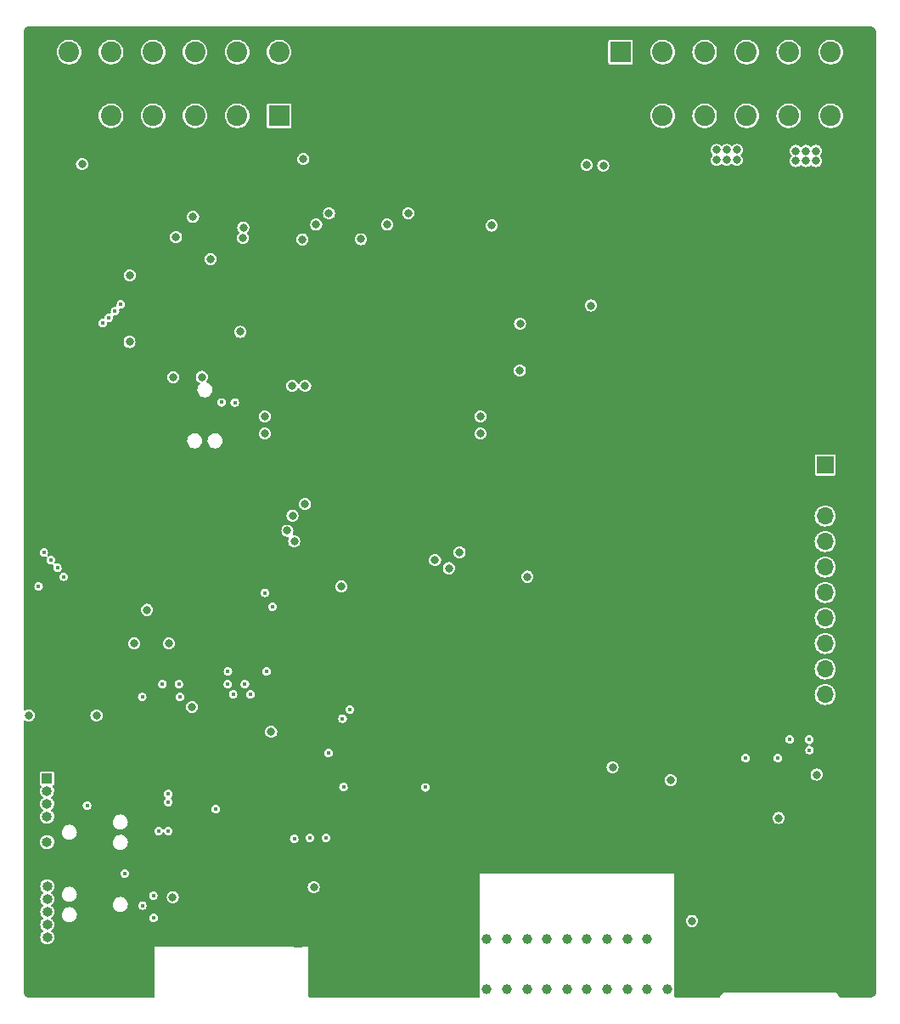
<source format=gbr>
%TF.GenerationSoftware,KiCad,Pcbnew,(6.0.2)*%
%TF.CreationDate,2022-05-10T14:48:36-06:00*%
%TF.ProjectId,CONEPROJ,434f4e45-5052-44f4-9a2e-6b696361645f,rev?*%
%TF.SameCoordinates,Original*%
%TF.FileFunction,Copper,L2,Inr*%
%TF.FilePolarity,Positive*%
%FSLAX46Y46*%
G04 Gerber Fmt 4.6, Leading zero omitted, Abs format (unit mm)*
G04 Created by KiCad (PCBNEW (6.0.2)) date 2022-05-10 14:48:36*
%MOMM*%
%LPD*%
G01*
G04 APERTURE LIST*
%TA.AperFunction,ComponentPad*%
%ADD10O,1.000000X1.000000*%
%TD*%
%TA.AperFunction,ComponentPad*%
%ADD11R,1.000000X1.000000*%
%TD*%
%TA.AperFunction,ComponentPad*%
%ADD12R,0.900000X0.500000*%
%TD*%
%TA.AperFunction,ComponentPad*%
%ADD13C,0.500000*%
%TD*%
%TA.AperFunction,ComponentPad*%
%ADD14R,2.056000X2.056000*%
%TD*%
%TA.AperFunction,ComponentPad*%
%ADD15C,2.056000*%
%TD*%
%TA.AperFunction,ComponentPad*%
%ADD16C,1.000000*%
%TD*%
%TA.AperFunction,ComponentPad*%
%ADD17C,5.600000*%
%TD*%
%TA.AperFunction,ComponentPad*%
%ADD18R,1.700000X1.700000*%
%TD*%
%TA.AperFunction,ComponentPad*%
%ADD19O,1.700000X1.700000*%
%TD*%
%TA.AperFunction,ComponentPad*%
%ADD20C,0.600000*%
%TD*%
%TA.AperFunction,ViaPad*%
%ADD21C,0.800000*%
%TD*%
%TA.AperFunction,ViaPad*%
%ADD22C,0.450000*%
%TD*%
G04 APERTURE END LIST*
D10*
%TO.N,unconnected-(J8-Pad6)*%
%TO.C,J8*%
X26830000Y-123760000D03*
%TO.N,GND*%
X26830000Y-122490000D03*
%TO.N,/MTDI*%
X26830000Y-121220000D03*
%TO.N,/MTMS*%
X26830000Y-119950000D03*
%TO.N,/MTDO*%
X26830000Y-118680000D03*
D11*
%TO.N,/MTCK*%
X26830000Y-117410000D03*
%TD*%
%TO.N,GND*%
%TO.C,J6*%
X26850000Y-126890000D03*
D10*
%TO.N,/RXD*%
X26850000Y-128160000D03*
%TO.N,/TXD*%
X26850000Y-129430000D03*
%TO.N,unconnected-(J6-Pad4)*%
X26850000Y-130700000D03*
%TO.N,/CTS*%
X26850000Y-131970000D03*
%TO.N,/CHIP_PU*%
X26850000Y-133240000D03*
%TD*%
D12*
%TO.N,GND*%
%TO.C,AE2*%
X51870000Y-133985000D03*
%TD*%
D13*
%TO.N,GND*%
%TO.C,U4*%
X51083122Y-118020000D03*
X46575317Y-117118439D03*
X52886245Y-118020000D03*
X45673755Y-118020000D03*
X51984683Y-118921561D03*
X48378439Y-115315317D03*
X48378439Y-118921561D03*
X49280000Y-118020000D03*
X50181561Y-118921561D03*
X49244645Y-119823122D03*
X48378439Y-117118439D03*
X49280000Y-114413755D03*
X49280000Y-121626245D03*
X51984683Y-117118439D03*
X48360761Y-120707006D03*
X50181561Y-117118439D03*
X51083122Y-116216878D03*
X51083122Y-119823122D03*
X50181561Y-115315317D03*
X47476878Y-118020000D03*
X47476878Y-116216878D03*
X47476878Y-119823122D03*
X49280000Y-116216878D03*
X46575317Y-118921561D03*
X50163883Y-120742361D03*
%TD*%
D14*
%TO.N,/GPO1*%
%TO.C,J4*%
X84025000Y-45040000D03*
D15*
%TO.N,/GPO2*%
X88215000Y-45040000D03*
%TO.N,/GPO3*%
X92405000Y-45040000D03*
%TO.N,/GPO4*%
X96595000Y-45040000D03*
%TO.N,/GPO6*%
X100785000Y-45040000D03*
%TO.N,/GPO5*%
X104975000Y-45040000D03*
%TO.N,/MOTOR1_OUT1*%
X104975000Y-51390000D03*
%TO.N,/MOTOR1_OUT2*%
X100785000Y-51390000D03*
%TO.N,/MOTOR2_OUT1*%
X96595000Y-51390000D03*
%TO.N,/MOTOR2_OUT2*%
X92405000Y-51390000D03*
%TO.N,/VBAT*%
X88215000Y-51390000D03*
%TO.N,GND*%
X84025000Y-51390000D03*
D14*
%TO.N,/CAN_P*%
X49975000Y-51390000D03*
D15*
%TO.N,/CONN_B2*%
X45785000Y-51390000D03*
%TO.N,/CONN_B3*%
X41595000Y-51390000D03*
%TO.N,/CONN_RP_USB_D_P*%
X37405000Y-51390000D03*
%TO.N,/USB_D_P*%
X33215000Y-51390000D03*
%TO.N,GND*%
X29025000Y-51390000D03*
%TO.N,+3V3*%
X29025000Y-45040000D03*
%TO.N,/USB_D_N*%
X33215000Y-45040000D03*
%TO.N,/CONN_RP_USB_D_N*%
X37405000Y-45040000D03*
%TO.N,/CONN_B10*%
X41595000Y-45040000D03*
%TO.N,/CONN_B11*%
X45785000Y-45040000D03*
%TO.N,/CAN_N*%
X49975000Y-45040000D03*
%TD*%
D16*
%TO.N,*%
%TO.C,AE3*%
X70682499Y-138437502D03*
X88682499Y-138437502D03*
X84682499Y-138437502D03*
X72682499Y-133437502D03*
X72682499Y-138437502D03*
X78682499Y-133437502D03*
X80682499Y-133437502D03*
X76682499Y-133437502D03*
X70682499Y-133437502D03*
X82682499Y-138437502D03*
X76682499Y-138437502D03*
X78682499Y-138437502D03*
X84682499Y-133437502D03*
X86682499Y-138437502D03*
X80682499Y-138437502D03*
X74682499Y-138437502D03*
X74682499Y-133437502D03*
X86682499Y-133437502D03*
X82682499Y-133437502D03*
%TD*%
D17*
%TO.N,GND*%
%TO.C,H1*%
X67000000Y-74000000D03*
%TD*%
D13*
%TO.N,GND*%
%TO.C,U10*%
X98476500Y-65225000D03*
X99776500Y-65225000D03*
X101076500Y-65225000D03*
X102376500Y-65225000D03*
X97176500Y-65225000D03*
X95876500Y-65225000D03*
X94576500Y-65225000D03*
X102376500Y-63925000D03*
X102376500Y-66525000D03*
X101076500Y-63925000D03*
X101076500Y-66525000D03*
X99776500Y-66525000D03*
X99776500Y-63925000D03*
X98476500Y-63925000D03*
X98476500Y-66525000D03*
X97176500Y-63925000D03*
X97176500Y-66525000D03*
X95876500Y-63925000D03*
X95876500Y-66525000D03*
X94576500Y-63925000D03*
X94576500Y-66525000D03*
%TD*%
D18*
%TO.N,+3V3*%
%TO.C,J5*%
X104430000Y-86190000D03*
D19*
%TO.N,GND*%
X104430000Y-88730000D03*
%TO.N,/CONN_RP_USB_D_P*%
X104430000Y-91270000D03*
%TO.N,/CONN_RP_USB_D_N*%
X104430000Y-93810000D03*
%TO.N,/USB_D_N*%
X104430000Y-96350000D03*
%TO.N,/USB_D_P*%
X104430000Y-98890000D03*
%TO.N,/FSPIQ*%
X104430000Y-101430000D03*
%TO.N,/FSPICLK*%
X104430000Y-103970000D03*
%TO.N,/FSPID*%
X104430000Y-106510000D03*
%TO.N,unconnected-(J5-Pad10)*%
X104430000Y-109050000D03*
%TD*%
D20*
%TO.N,GND*%
%TO.C,U11*%
X41765000Y-71050000D03*
X41765000Y-69775000D03*
X40490000Y-69775000D03*
X40490000Y-71050000D03*
X41765000Y-72325000D03*
X39215000Y-72325000D03*
X39215000Y-69775000D03*
X40490000Y-72325000D03*
X39215000Y-71050000D03*
%TD*%
D21*
%TO.N,GND*%
X72530000Y-67270000D03*
X73530000Y-67270000D03*
X74530000Y-67270000D03*
D22*
X46820000Y-132020000D03*
X47715000Y-132020000D03*
D21*
%TO.N,+3V3*%
X31760000Y-111130000D03*
D22*
X43650000Y-120470000D03*
D21*
X83230000Y-116300000D03*
D22*
X51480000Y-123450000D03*
X54890417Y-114883589D03*
D21*
X38970000Y-103970000D03*
X35510000Y-103970000D03*
X41280000Y-110280000D03*
X53430000Y-128260000D03*
X25020000Y-111130000D03*
X49180000Y-112780000D03*
X36800000Y-100620500D03*
X39362028Y-129242028D03*
D22*
%TO.N,/MTDI*%
X37940000Y-122650000D03*
%TO.N,/MTDO*%
X38930000Y-119780000D03*
%TO.N,/MTCK*%
X38930000Y-118970000D03*
%TO.N,/TXD*%
X37430000Y-129080000D03*
%TO.N,/RXD*%
X34570000Y-126890000D03*
D21*
%TO.N,GND*%
X35690000Y-122770000D03*
D22*
%TO.N,/MTMS*%
X30820000Y-120120000D03*
X38930000Y-122650000D03*
%TO.N,/CHIP_PU*%
X37440000Y-131300000D03*
%TO.N,/CTS*%
X36330000Y-130080000D03*
%TO.N,/CHIP_PU*%
X53030000Y-123334500D03*
%TO.N,/CTS*%
X54640000Y-123330000D03*
%TO.N,GND*%
X48920000Y-127990000D03*
D21*
X28620000Y-64310500D03*
X36380000Y-79180000D03*
X72600000Y-47550000D03*
X40880000Y-78260000D03*
X91100000Y-114980000D03*
X51550000Y-126110000D03*
X56200000Y-133990000D03*
D22*
X92610000Y-137500000D03*
D21*
X72600000Y-45010000D03*
X93700000Y-59800000D03*
X41578003Y-58741997D03*
X48699020Y-110570000D03*
X37870000Y-60770000D03*
D22*
X55340000Y-114220000D03*
D21*
X87900000Y-70400000D03*
D22*
X56660000Y-108930000D03*
X48610000Y-132010000D03*
D21*
X72600000Y-58200000D03*
X89600000Y-125600000D03*
D22*
X50760000Y-129940000D03*
D21*
X52390000Y-56965000D03*
X55479906Y-126721281D03*
X86400000Y-70400000D03*
D22*
X48920000Y-129960000D03*
D21*
X47190000Y-67140000D03*
X72500000Y-52890000D03*
X33810000Y-114832107D03*
X97590000Y-121350000D03*
X43161261Y-64660723D03*
D22*
X53780000Y-108930000D03*
D21*
X104400000Y-64200000D03*
X56200000Y-131030000D03*
D22*
X48920000Y-128970000D03*
D21*
X78000000Y-69300000D03*
X89604999Y-121250002D03*
X64320000Y-124390000D03*
D22*
X50760000Y-130950000D03*
D21*
X43020688Y-110239312D03*
X73530000Y-124280000D03*
D22*
X48930000Y-127130000D03*
D21*
X78000000Y-70300000D03*
X49090000Y-126110000D03*
X87220000Y-125600000D03*
D22*
X50770000Y-128950000D03*
D21*
X104400000Y-65200000D03*
X72600000Y-55680000D03*
X44010000Y-104650000D03*
X47219503Y-72960000D03*
X34050497Y-73930000D03*
X79300000Y-70300000D03*
X35909500Y-66679500D03*
X72600000Y-50350000D03*
D22*
X51530000Y-127970000D03*
D21*
X34030000Y-75490000D03*
X49660378Y-110569622D03*
X89500000Y-70400000D03*
X89594999Y-124220002D03*
X68220000Y-79660000D03*
X29190994Y-56232970D03*
X32610000Y-109290000D03*
D22*
X48610000Y-133000000D03*
D21*
X43270000Y-129560000D03*
D22*
X50770000Y-127110000D03*
D21*
X79300000Y-69300000D03*
X87900000Y-68800000D03*
X86400000Y-68800000D03*
X99770000Y-118700000D03*
D22*
X40970000Y-120470000D03*
D21*
X42280000Y-124770000D03*
X73680000Y-110300000D03*
X104400000Y-66400000D03*
X93200000Y-121250000D03*
X93700000Y-60900000D03*
%TO.N,/LED_RED*%
X70050000Y-81350000D03*
X48547600Y-81350000D03*
%TO.N,+3V3*%
X71180000Y-62330000D03*
X41390000Y-61480000D03*
X46100000Y-72920000D03*
X52390000Y-55715000D03*
X35050000Y-73930000D03*
X39410500Y-77428816D03*
X103560000Y-117040000D03*
X89020000Y-117580000D03*
X73980000Y-76770000D03*
X91140000Y-131610000D03*
X35080000Y-67300000D03*
X99780000Y-121360000D03*
%TO.N,/FSPICS0*%
X74730000Y-97320000D03*
D22*
X28510000Y-97320000D03*
%TO.N,/FSPIQ*%
X100890000Y-113550000D03*
X26510000Y-94900000D03*
D21*
X67970000Y-94900000D03*
D22*
X102850000Y-113550000D03*
D21*
%TO.N,/FSPICLK*%
X65520000Y-95680000D03*
D22*
X27200000Y-95680000D03*
%TO.N,/FSPID*%
X96490000Y-115400000D03*
X102860000Y-114590000D03*
X27860000Y-96440000D03*
X99710000Y-115400000D03*
D21*
X66900000Y-96470000D03*
D22*
%TO.N,/GPIO14*%
X48550000Y-98920000D03*
X56300000Y-111450000D03*
D21*
%TO.N,/USB_D_P*%
X51480000Y-93790000D03*
%TO.N,/USB_D_N*%
X50792400Y-92730000D03*
D22*
%TO.N,/SPICLK*%
X39970000Y-108020000D03*
X38343343Y-108020000D03*
%TO.N,/SPID*%
X40070000Y-109300000D03*
X36320000Y-109310000D03*
%TO.N,/SPICS0*%
X45380000Y-109030000D03*
X47094020Y-109030000D03*
%TO.N,/FSPICS1*%
X64540000Y-118300000D03*
X56390000Y-118270000D03*
%TO.N,/GPIO38*%
X25985500Y-98310000D03*
D21*
X56180000Y-98300000D03*
%TO.N,/VIN*%
X103500000Y-55900000D03*
X93600000Y-54800000D03*
X94600000Y-54800000D03*
X102500000Y-54900000D03*
X101500000Y-55900000D03*
X93600000Y-55800000D03*
X103500000Y-54900000D03*
X30320000Y-56220000D03*
X94600000Y-55800000D03*
X102500000Y-55900000D03*
X95600000Y-55800000D03*
X101500000Y-54900000D03*
X95600000Y-54800000D03*
%TO.N,/SW*%
X74000000Y-72100000D03*
X81050000Y-70300000D03*
D22*
%TO.N,Net-(R9-Pad2)*%
X44870000Y-106760000D03*
X48700000Y-106750000D03*
%TO.N,Net-(R11-Pad2)*%
X46560000Y-108020000D03*
X44860000Y-108020000D03*
D21*
%TO.N,/GPO5*%
X82300000Y-56350000D03*
%TO.N,/GPO6*%
X80620000Y-56310000D03*
%TO.N,/GPIO_CAN_P*%
X53670000Y-62240000D03*
X60730000Y-62239622D03*
D22*
%TO.N,/RP_SWD*%
X44260000Y-79950000D03*
X45550000Y-79960000D03*
D21*
%TO.N,+1V1*%
X43140000Y-65660000D03*
X39690000Y-63480000D03*
X42259500Y-77419536D03*
%TO.N,/GPIO_CAN_N*%
X54940000Y-61110000D03*
X62840000Y-61090000D03*
%TO.N,/GPIO21*%
X52290000Y-63710000D03*
X58142972Y-63692972D03*
D22*
%TO.N,/FSPICS2*%
X57042600Y-110550000D03*
X49300000Y-100300000D03*
D21*
%TO.N,/CONN_RP_USB_D_P*%
X52570000Y-78310000D03*
X46400000Y-62520000D03*
X52560000Y-90090000D03*
%TO.N,/CONN_RP_USB_D_N*%
X46370000Y-63570000D03*
X51280000Y-78300000D03*
X51310000Y-91220000D03*
%TO.N,/LED_GREEN*%
X70050000Y-83050000D03*
X48547600Y-83050000D03*
D22*
%TO.N,/CONN_B11*%
X33610000Y-70860000D03*
%TO.N,/CONN_B2*%
X34191731Y-70174500D03*
%TO.N,/CONN_B10*%
X33000000Y-71500000D03*
%TO.N,/CONN_B3*%
X32380000Y-72050000D03*
%TD*%
%TA.AperFunction,Conductor*%
%TO.N,GND*%
G36*
X108970682Y-42501500D02*
G01*
X108984957Y-42503723D01*
X108984960Y-42503723D01*
X108993830Y-42505104D01*
X109002734Y-42503940D01*
X109004391Y-42503960D01*
X109032888Y-42503706D01*
X109097156Y-42510947D01*
X109124664Y-42517226D01*
X109203541Y-42544826D01*
X109228962Y-42557068D01*
X109299726Y-42601532D01*
X109321785Y-42619124D01*
X109380876Y-42678215D01*
X109398468Y-42700274D01*
X109442932Y-42771038D01*
X109455174Y-42796459D01*
X109482774Y-42875336D01*
X109489053Y-42902842D01*
X109495597Y-42960917D01*
X109496380Y-42976564D01*
X109496278Y-42984954D01*
X109494896Y-42993828D01*
X109496061Y-43002734D01*
X109498936Y-43024724D01*
X109500000Y-43041061D01*
X109500000Y-138681297D01*
X109498500Y-138700681D01*
X109497785Y-138705276D01*
X109494896Y-138723829D01*
X109496060Y-138732733D01*
X109496040Y-138734389D01*
X109496294Y-138762886D01*
X109489054Y-138827151D01*
X109482775Y-138854661D01*
X109455172Y-138933545D01*
X109442930Y-138958965D01*
X109398468Y-139029726D01*
X109380876Y-139051785D01*
X109321785Y-139110876D01*
X109299726Y-139128468D01*
X109228962Y-139172932D01*
X109203541Y-139185174D01*
X109124664Y-139212774D01*
X109097158Y-139219053D01*
X109083546Y-139220587D01*
X109039079Y-139225597D01*
X109023436Y-139226380D01*
X109015046Y-139226278D01*
X109006172Y-139224896D01*
X108975276Y-139228936D01*
X108958939Y-139230000D01*
X105959774Y-139230000D01*
X105891653Y-139209998D01*
X105857686Y-139177851D01*
X105853541Y-139172121D01*
X105717108Y-138983521D01*
X105712658Y-138976941D01*
X105684685Y-138932607D01*
X105649504Y-138901537D01*
X105642345Y-138894693D01*
X105609729Y-138860956D01*
X105601926Y-138856511D01*
X105597900Y-138853386D01*
X105588321Y-138846539D01*
X105584064Y-138843743D01*
X105577334Y-138837799D01*
X105534859Y-138817857D01*
X105526047Y-138813287D01*
X105493081Y-138794508D01*
X105493080Y-138794507D01*
X105485281Y-138790065D01*
X105476546Y-138787989D01*
X105471787Y-138786113D01*
X105460696Y-138782238D01*
X105455818Y-138780747D01*
X105447689Y-138776930D01*
X105401327Y-138769711D01*
X105391580Y-138767797D01*
X105383198Y-138765805D01*
X105345939Y-138756951D01*
X105336975Y-138757410D01*
X105336973Y-138757410D01*
X105289631Y-138759835D01*
X105283186Y-138760000D01*
X94494705Y-138760000D01*
X94484986Y-138759625D01*
X94437176Y-138755926D01*
X94428388Y-138757774D01*
X94387030Y-138766471D01*
X94378964Y-138767895D01*
X94343931Y-138772912D01*
X94328223Y-138775162D01*
X94320051Y-138778877D01*
X94312850Y-138780983D01*
X94305798Y-138783554D01*
X94297019Y-138785400D01*
X94289107Y-138789638D01*
X94251858Y-138809590D01*
X94244516Y-138813221D01*
X94213864Y-138827158D01*
X94197844Y-138834442D01*
X94191052Y-138840294D01*
X94184736Y-138844333D01*
X94178676Y-138848789D01*
X94170766Y-138853026D01*
X94164363Y-138859313D01*
X94134199Y-138888931D01*
X94128169Y-138894478D01*
X94089343Y-138927932D01*
X94084464Y-138935460D01*
X94084461Y-138935463D01*
X94061116Y-138971480D01*
X94056442Y-138978202D01*
X93907768Y-139177851D01*
X93906722Y-139179255D01*
X93849993Y-139221945D01*
X93805664Y-139230000D01*
X89506000Y-139230000D01*
X89437879Y-139209998D01*
X89391386Y-139156342D01*
X89380000Y-139104000D01*
X89380000Y-138517336D01*
X89381257Y-138499583D01*
X89387408Y-138456364D01*
X89387408Y-138456361D01*
X89387989Y-138452280D01*
X89388144Y-138437502D01*
X89386339Y-138422582D01*
X89380913Y-138377749D01*
X89380000Y-138362612D01*
X89380000Y-131610000D01*
X90534318Y-131610000D01*
X90554956Y-131766762D01*
X90615464Y-131912841D01*
X90711718Y-132038282D01*
X90837159Y-132134536D01*
X90983238Y-132195044D01*
X91140000Y-132215682D01*
X91148188Y-132214604D01*
X91288574Y-132196122D01*
X91296762Y-132195044D01*
X91442841Y-132134536D01*
X91568282Y-132038282D01*
X91664536Y-131912841D01*
X91725044Y-131766762D01*
X91745682Y-131610000D01*
X91725044Y-131453238D01*
X91664536Y-131307159D01*
X91568282Y-131181718D01*
X91442841Y-131085464D01*
X91296762Y-131024956D01*
X91261822Y-131020356D01*
X91148188Y-131005396D01*
X91140000Y-131004318D01*
X91131812Y-131005396D01*
X91018179Y-131020356D01*
X90983238Y-131024956D01*
X90837159Y-131085464D01*
X90711718Y-131181718D01*
X90615464Y-131307159D01*
X90554956Y-131453238D01*
X90534318Y-131610000D01*
X89380000Y-131610000D01*
X89380000Y-126940000D01*
X69980000Y-126940000D01*
X69980000Y-133398255D01*
X69978922Y-133414700D01*
X69976893Y-133430113D01*
X69977727Y-133437663D01*
X69979239Y-133451363D01*
X69980000Y-133465189D01*
X69980000Y-138398255D01*
X69978922Y-138414700D01*
X69976893Y-138430113D01*
X69978885Y-138448155D01*
X69979239Y-138451363D01*
X69980000Y-138465189D01*
X69980000Y-139104000D01*
X69959998Y-139172121D01*
X69906342Y-139218614D01*
X69854000Y-139230000D01*
X53029274Y-139230000D01*
X52961153Y-139209998D01*
X52914660Y-139156342D01*
X52903274Y-139104338D01*
X52890049Y-134178114D01*
X52890049Y-134178113D01*
X52890000Y-134160000D01*
X37550000Y-134160000D01*
X37550000Y-139104000D01*
X37529998Y-139172121D01*
X37476342Y-139218614D01*
X37424000Y-139230000D01*
X25048703Y-139230000D01*
X25029319Y-139228500D01*
X25015044Y-139226277D01*
X25015041Y-139226277D01*
X25006171Y-139224896D01*
X24997267Y-139226060D01*
X24995611Y-139226040D01*
X24967114Y-139226294D01*
X24925924Y-139221654D01*
X24902846Y-139219053D01*
X24875339Y-139212775D01*
X24796455Y-139185172D01*
X24771035Y-139172930D01*
X24700274Y-139128468D01*
X24678215Y-139110876D01*
X24619124Y-139051785D01*
X24601532Y-139029726D01*
X24557068Y-138958962D01*
X24544826Y-138933541D01*
X24517226Y-138854664D01*
X24510947Y-138827158D01*
X24506242Y-138785400D01*
X24504403Y-138769079D01*
X24503620Y-138753436D01*
X24503722Y-138745046D01*
X24505104Y-138736172D01*
X24501064Y-138705276D01*
X24500000Y-138688939D01*
X24500000Y-133232611D01*
X26144394Y-133232611D01*
X26162999Y-133401135D01*
X26221266Y-133560356D01*
X26225502Y-133566659D01*
X26225502Y-133566660D01*
X26238574Y-133586113D01*
X26315830Y-133701083D01*
X26321442Y-133706190D01*
X26321445Y-133706193D01*
X26435612Y-133810077D01*
X26435616Y-133810080D01*
X26441233Y-133815191D01*
X26447906Y-133818814D01*
X26447910Y-133818817D01*
X26583558Y-133892467D01*
X26583560Y-133892468D01*
X26590235Y-133896092D01*
X26597584Y-133898020D01*
X26746883Y-133937188D01*
X26746885Y-133937188D01*
X26754233Y-133939116D01*
X26840609Y-133940473D01*
X26916161Y-133941660D01*
X26916164Y-133941660D01*
X26923760Y-133941779D01*
X26931165Y-133940083D01*
X26931166Y-133940083D01*
X26991586Y-133926245D01*
X27089029Y-133903928D01*
X27240498Y-133827747D01*
X27369423Y-133717634D01*
X27468361Y-133579947D01*
X27476237Y-133560356D01*
X27528766Y-133429687D01*
X27528767Y-133429685D01*
X27531601Y-133422634D01*
X27555490Y-133254778D01*
X27555645Y-133240000D01*
X27553840Y-133225080D01*
X27536188Y-133079220D01*
X27535276Y-133071680D01*
X27475345Y-132913077D01*
X27379312Y-132773349D01*
X27295663Y-132698820D01*
X27258107Y-132638570D01*
X27259088Y-132567580D01*
X27297652Y-132508933D01*
X27363648Y-132452567D01*
X27363651Y-132452564D01*
X27369423Y-132447634D01*
X27468361Y-132309947D01*
X27476237Y-132290356D01*
X27528766Y-132159687D01*
X27528767Y-132159685D01*
X27531601Y-132152634D01*
X27547161Y-132043305D01*
X27554909Y-131988862D01*
X27554909Y-131988859D01*
X27555490Y-131984778D01*
X27555645Y-131970000D01*
X27553840Y-131955080D01*
X27536188Y-131809220D01*
X27535276Y-131801680D01*
X27475345Y-131643077D01*
X27418406Y-131560231D01*
X27383614Y-131509608D01*
X27383613Y-131509607D01*
X27379312Y-131503349D01*
X27373418Y-131498097D01*
X27295663Y-131428820D01*
X27258107Y-131368570D01*
X27259088Y-131297580D01*
X27297652Y-131238933D01*
X27363648Y-131182567D01*
X27363651Y-131182564D01*
X27369423Y-131177634D01*
X27468361Y-131039947D01*
X27473724Y-131026607D01*
X28310222Y-131026607D01*
X28311462Y-131033823D01*
X28311462Y-131033825D01*
X28313688Y-131046780D01*
X28339673Y-131198004D01*
X28342538Y-131204738D01*
X28342539Y-131204740D01*
X28397830Y-131334680D01*
X28407765Y-131358029D01*
X28510843Y-131498097D01*
X28643380Y-131610695D01*
X28649895Y-131614022D01*
X28649897Y-131614023D01*
X28707874Y-131643627D01*
X28798265Y-131689783D01*
X28805374Y-131691523D01*
X28805378Y-131691524D01*
X28924711Y-131720724D01*
X28967190Y-131731119D01*
X28972789Y-131731466D01*
X28972793Y-131731467D01*
X28976228Y-131731680D01*
X28976237Y-131731680D01*
X28978167Y-131731800D01*
X29103547Y-131731800D01*
X29193922Y-131721263D01*
X29225467Y-131717586D01*
X29225469Y-131717586D01*
X29232739Y-131716738D01*
X29239616Y-131714242D01*
X29239619Y-131714241D01*
X29389333Y-131659897D01*
X29396212Y-131657400D01*
X29541650Y-131562047D01*
X29661251Y-131435793D01*
X29740126Y-131300000D01*
X37009196Y-131300000D01*
X37030281Y-131433126D01*
X37091472Y-131553220D01*
X37186780Y-131648528D01*
X37306874Y-131709719D01*
X37316663Y-131711269D01*
X37316665Y-131711270D01*
X37430207Y-131729253D01*
X37440000Y-131730804D01*
X37449793Y-131729253D01*
X37563335Y-131711270D01*
X37563337Y-131711269D01*
X37573126Y-131709719D01*
X37693220Y-131648528D01*
X37788528Y-131553220D01*
X37849719Y-131433126D01*
X37870804Y-131300000D01*
X37868863Y-131287747D01*
X37851270Y-131176665D01*
X37851269Y-131176663D01*
X37849719Y-131166874D01*
X37788528Y-131046780D01*
X37693220Y-130951472D01*
X37573126Y-130890281D01*
X37563337Y-130888731D01*
X37563335Y-130888730D01*
X37449793Y-130870747D01*
X37440000Y-130869196D01*
X37430207Y-130870747D01*
X37316665Y-130888730D01*
X37316663Y-130888731D01*
X37306874Y-130890281D01*
X37186780Y-130951472D01*
X37091472Y-131046780D01*
X37030281Y-131166874D01*
X37028731Y-131176663D01*
X37028730Y-131176665D01*
X37011137Y-131287747D01*
X37009196Y-131300000D01*
X29740126Y-131300000D01*
X29748599Y-131285412D01*
X29762677Y-131238933D01*
X29796888Y-131125975D01*
X29799010Y-131118969D01*
X29809778Y-130945393D01*
X29780327Y-130773996D01*
X29755513Y-130715680D01*
X29715102Y-130620708D01*
X29715101Y-130620706D01*
X29712235Y-130613971D01*
X29609157Y-130473903D01*
X29476620Y-130361305D01*
X29470105Y-130357978D01*
X29470103Y-130357977D01*
X29328256Y-130285547D01*
X29321735Y-130282217D01*
X29314626Y-130280477D01*
X29314622Y-130280476D01*
X29195289Y-130251276D01*
X29152810Y-130240881D01*
X29147211Y-130240534D01*
X29147207Y-130240533D01*
X29143772Y-130240320D01*
X29143763Y-130240320D01*
X29141833Y-130240200D01*
X29016453Y-130240200D01*
X28926078Y-130250737D01*
X28894533Y-130254414D01*
X28894531Y-130254414D01*
X28887261Y-130255262D01*
X28880384Y-130257758D01*
X28880381Y-130257759D01*
X28813001Y-130282217D01*
X28723788Y-130314600D01*
X28578350Y-130409953D01*
X28458749Y-130536207D01*
X28371401Y-130686588D01*
X28369280Y-130693592D01*
X28369278Y-130693596D01*
X28342743Y-130781209D01*
X28320990Y-130853031D01*
X28310222Y-131026607D01*
X27473724Y-131026607D01*
X27528766Y-130889687D01*
X27528767Y-130889685D01*
X27531601Y-130882634D01*
X27555490Y-130714778D01*
X27555645Y-130700000D01*
X27553840Y-130685080D01*
X27548068Y-130637387D01*
X27535276Y-130531680D01*
X27475345Y-130373077D01*
X27454006Y-130342029D01*
X27383614Y-130239608D01*
X27383613Y-130239607D01*
X27379312Y-130233349D01*
X27366529Y-130221959D01*
X27295663Y-130158820D01*
X27258107Y-130098570D01*
X27259088Y-130027580D01*
X27270249Y-130010607D01*
X33390222Y-130010607D01*
X33391462Y-130017823D01*
X33391462Y-130017825D01*
X33399513Y-130064680D01*
X33419673Y-130182004D01*
X33422538Y-130188738D01*
X33422539Y-130188740D01*
X33484017Y-130333220D01*
X33487765Y-130342029D01*
X33590843Y-130482097D01*
X33723380Y-130594695D01*
X33729895Y-130598022D01*
X33729897Y-130598023D01*
X33806988Y-130637387D01*
X33878265Y-130673783D01*
X33885374Y-130675523D01*
X33885378Y-130675524D01*
X34002302Y-130704135D01*
X34047190Y-130715119D01*
X34052789Y-130715466D01*
X34052793Y-130715467D01*
X34056228Y-130715680D01*
X34056237Y-130715680D01*
X34058167Y-130715800D01*
X34183547Y-130715800D01*
X34283602Y-130704135D01*
X34305467Y-130701586D01*
X34305469Y-130701586D01*
X34312739Y-130700738D01*
X34319616Y-130698242D01*
X34319619Y-130698241D01*
X34469333Y-130643897D01*
X34476212Y-130641400D01*
X34621650Y-130546047D01*
X34741251Y-130419793D01*
X34828599Y-130269412D01*
X34832129Y-130257759D01*
X34876888Y-130109975D01*
X34879010Y-130102969D01*
X34880435Y-130080000D01*
X35899196Y-130080000D01*
X35900747Y-130089793D01*
X35916419Y-130188740D01*
X35920281Y-130213126D01*
X35981472Y-130333220D01*
X36076780Y-130428528D01*
X36196874Y-130489719D01*
X36206663Y-130491269D01*
X36206665Y-130491270D01*
X36320207Y-130509253D01*
X36330000Y-130510804D01*
X36339793Y-130509253D01*
X36453335Y-130491270D01*
X36453337Y-130491269D01*
X36463126Y-130489719D01*
X36583220Y-130428528D01*
X36678528Y-130333220D01*
X36739719Y-130213126D01*
X36743582Y-130188740D01*
X36759253Y-130089793D01*
X36760804Y-130080000D01*
X36752502Y-130027580D01*
X36741270Y-129956665D01*
X36741269Y-129956663D01*
X36739719Y-129946874D01*
X36678528Y-129826780D01*
X36583220Y-129731472D01*
X36463126Y-129670281D01*
X36453337Y-129668731D01*
X36453335Y-129668730D01*
X36339793Y-129650747D01*
X36330000Y-129649196D01*
X36320207Y-129650747D01*
X36206665Y-129668730D01*
X36206663Y-129668731D01*
X36196874Y-129670281D01*
X36076780Y-129731472D01*
X35981472Y-129826780D01*
X35920281Y-129946874D01*
X35918731Y-129956663D01*
X35918730Y-129956665D01*
X35907498Y-130027580D01*
X35899196Y-130080000D01*
X34880435Y-130080000D01*
X34889778Y-129929393D01*
X34860327Y-129757996D01*
X34835513Y-129699680D01*
X34795102Y-129604708D01*
X34795101Y-129604706D01*
X34792235Y-129597971D01*
X34689157Y-129457903D01*
X34556620Y-129345305D01*
X34550105Y-129341978D01*
X34550103Y-129341977D01*
X34408256Y-129269547D01*
X34401735Y-129266217D01*
X34394626Y-129264477D01*
X34394622Y-129264476D01*
X34269422Y-129233840D01*
X34232810Y-129224881D01*
X34227211Y-129224534D01*
X34227207Y-129224533D01*
X34223772Y-129224320D01*
X34223763Y-129224320D01*
X34221833Y-129224200D01*
X34096453Y-129224200D01*
X34006078Y-129234737D01*
X33974533Y-129238414D01*
X33974531Y-129238414D01*
X33967261Y-129239262D01*
X33960384Y-129241758D01*
X33960381Y-129241759D01*
X33893001Y-129266217D01*
X33803788Y-129298600D01*
X33658350Y-129393953D01*
X33538749Y-129520207D01*
X33451401Y-129670588D01*
X33449280Y-129677592D01*
X33449278Y-129677596D01*
X33421375Y-129769724D01*
X33400990Y-129837031D01*
X33390222Y-130010607D01*
X27270249Y-130010607D01*
X27297652Y-129968933D01*
X27363648Y-129912567D01*
X27363651Y-129912564D01*
X27369423Y-129907634D01*
X27468361Y-129769947D01*
X27476237Y-129750356D01*
X27528766Y-129619687D01*
X27528767Y-129619685D01*
X27531601Y-129612634D01*
X27552783Y-129463802D01*
X27554909Y-129448862D01*
X27554909Y-129448859D01*
X27555490Y-129444778D01*
X27555645Y-129430000D01*
X27554619Y-129421517D01*
X27543933Y-129333220D01*
X27535276Y-129261680D01*
X27475345Y-129103077D01*
X27459254Y-129079664D01*
X27400795Y-128994607D01*
X28310222Y-128994607D01*
X28339673Y-129166004D01*
X28342538Y-129172738D01*
X28342539Y-129172740D01*
X28396094Y-129298600D01*
X28407765Y-129326029D01*
X28510843Y-129466097D01*
X28643380Y-129578695D01*
X28649895Y-129582022D01*
X28649897Y-129582023D01*
X28695107Y-129605108D01*
X28798265Y-129657783D01*
X28805374Y-129659523D01*
X28805378Y-129659524D01*
X28924711Y-129688724D01*
X28967190Y-129699119D01*
X28972789Y-129699466D01*
X28972793Y-129699467D01*
X28976228Y-129699680D01*
X28976237Y-129699680D01*
X28978167Y-129699800D01*
X29103547Y-129699800D01*
X29193922Y-129689263D01*
X29225467Y-129685586D01*
X29225469Y-129685586D01*
X29232739Y-129684738D01*
X29239616Y-129682242D01*
X29239619Y-129682241D01*
X29389333Y-129627897D01*
X29396212Y-129625400D01*
X29519043Y-129544869D01*
X29535531Y-129534059D01*
X29535532Y-129534058D01*
X29541650Y-129530047D01*
X29661251Y-129403793D01*
X29748599Y-129253412D01*
X29752129Y-129241759D01*
X29796888Y-129093975D01*
X29799010Y-129086969D01*
X29799442Y-129080000D01*
X36999196Y-129080000D01*
X37000747Y-129089793D01*
X37013885Y-129172740D01*
X37020281Y-129213126D01*
X37081472Y-129333220D01*
X37176780Y-129428528D01*
X37296874Y-129489719D01*
X37306663Y-129491269D01*
X37306665Y-129491270D01*
X37420207Y-129509253D01*
X37430000Y-129510804D01*
X37439793Y-129509253D01*
X37553335Y-129491270D01*
X37553337Y-129491269D01*
X37563126Y-129489719D01*
X37683220Y-129428528D01*
X37778528Y-129333220D01*
X37824993Y-129242028D01*
X38756346Y-129242028D01*
X38776984Y-129398790D01*
X38837492Y-129544869D01*
X38878465Y-129598266D01*
X38921579Y-129654453D01*
X38933746Y-129670310D01*
X39059187Y-129766564D01*
X39205266Y-129827072D01*
X39362028Y-129847710D01*
X39370216Y-129846632D01*
X39510602Y-129828150D01*
X39518790Y-129827072D01*
X39664869Y-129766564D01*
X39790310Y-129670310D01*
X39802478Y-129654453D01*
X39845591Y-129598266D01*
X39886564Y-129544869D01*
X39947072Y-129398790D01*
X39967710Y-129242028D01*
X39947072Y-129085266D01*
X39886564Y-128939187D01*
X39790310Y-128813746D01*
X39664869Y-128717492D01*
X39518790Y-128656984D01*
X39500591Y-128654588D01*
X39370216Y-128637424D01*
X39362028Y-128636346D01*
X39353840Y-128637424D01*
X39223466Y-128654588D01*
X39205266Y-128656984D01*
X39059187Y-128717492D01*
X38933746Y-128813746D01*
X38837492Y-128939187D01*
X38776984Y-129085266D01*
X38756346Y-129242028D01*
X37824993Y-129242028D01*
X37839719Y-129213126D01*
X37846116Y-129172740D01*
X37859253Y-129089793D01*
X37860804Y-129080000D01*
X37859253Y-129070207D01*
X37841270Y-128956665D01*
X37841269Y-128956663D01*
X37839719Y-128946874D01*
X37778528Y-128826780D01*
X37683220Y-128731472D01*
X37563126Y-128670281D01*
X37553337Y-128668731D01*
X37553335Y-128668730D01*
X37439793Y-128650747D01*
X37430000Y-128649196D01*
X37420207Y-128650747D01*
X37306665Y-128668730D01*
X37306663Y-128668731D01*
X37296874Y-128670281D01*
X37176780Y-128731472D01*
X37081472Y-128826780D01*
X37020281Y-128946874D01*
X37018731Y-128956663D01*
X37018730Y-128956665D01*
X37000747Y-129070207D01*
X36999196Y-129080000D01*
X29799442Y-129080000D01*
X29809778Y-128913393D01*
X29805815Y-128890326D01*
X29794895Y-128826780D01*
X29780327Y-128741996D01*
X29777461Y-128735260D01*
X29715102Y-128588708D01*
X29715101Y-128588706D01*
X29712235Y-128581971D01*
X29609157Y-128441903D01*
X29476620Y-128329305D01*
X29470105Y-128325978D01*
X29470103Y-128325977D01*
X29340894Y-128260000D01*
X52824318Y-128260000D01*
X52844956Y-128416762D01*
X52905464Y-128562841D01*
X53001718Y-128688282D01*
X53127159Y-128784536D01*
X53273238Y-128845044D01*
X53430000Y-128865682D01*
X53438188Y-128864604D01*
X53578574Y-128846122D01*
X53586762Y-128845044D01*
X53732841Y-128784536D01*
X53858282Y-128688282D01*
X53954536Y-128562841D01*
X54015044Y-128416762D01*
X54035682Y-128260000D01*
X54015044Y-128103238D01*
X53954536Y-127957159D01*
X53858282Y-127831718D01*
X53732841Y-127735464D01*
X53586762Y-127674956D01*
X53430000Y-127654318D01*
X53273238Y-127674956D01*
X53127159Y-127735464D01*
X53001718Y-127831718D01*
X52905464Y-127957159D01*
X52844956Y-128103238D01*
X52824318Y-128260000D01*
X29340894Y-128260000D01*
X29328256Y-128253547D01*
X29321735Y-128250217D01*
X29314626Y-128248477D01*
X29314622Y-128248476D01*
X29195289Y-128219276D01*
X29152810Y-128208881D01*
X29147211Y-128208534D01*
X29147207Y-128208533D01*
X29143772Y-128208320D01*
X29143763Y-128208320D01*
X29141833Y-128208200D01*
X29016453Y-128208200D01*
X28926078Y-128218737D01*
X28894533Y-128222414D01*
X28894531Y-128222414D01*
X28887261Y-128223262D01*
X28880384Y-128225758D01*
X28880381Y-128225759D01*
X28763492Y-128268188D01*
X28723788Y-128282600D01*
X28578350Y-128377953D01*
X28458749Y-128504207D01*
X28371401Y-128654588D01*
X28369280Y-128661592D01*
X28369278Y-128661596D01*
X28338619Y-128762824D01*
X28320990Y-128821031D01*
X28310222Y-128994607D01*
X27400795Y-128994607D01*
X27383614Y-128969608D01*
X27383613Y-128969607D01*
X27379312Y-128963349D01*
X27352194Y-128939187D01*
X27295663Y-128888820D01*
X27258107Y-128828570D01*
X27259088Y-128757580D01*
X27297652Y-128698933D01*
X27363648Y-128642567D01*
X27363651Y-128642564D01*
X27369423Y-128637634D01*
X27468361Y-128499947D01*
X27476237Y-128480356D01*
X27528766Y-128349687D01*
X27528767Y-128349685D01*
X27531601Y-128342634D01*
X27544754Y-128250217D01*
X27554909Y-128178862D01*
X27554909Y-128178859D01*
X27555490Y-128174778D01*
X27555645Y-128160000D01*
X27553840Y-128145080D01*
X27536188Y-127999220D01*
X27535276Y-127991680D01*
X27475345Y-127833077D01*
X27379312Y-127693349D01*
X27362215Y-127678116D01*
X27258392Y-127585612D01*
X27258388Y-127585610D01*
X27252721Y-127580560D01*
X27102881Y-127501224D01*
X26938441Y-127459919D01*
X26930843Y-127459879D01*
X26930841Y-127459879D01*
X26853668Y-127459475D01*
X26768895Y-127459031D01*
X26761508Y-127460805D01*
X26761504Y-127460805D01*
X26618162Y-127495220D01*
X26604032Y-127498612D01*
X26597288Y-127502093D01*
X26597285Y-127502094D01*
X26592089Y-127504776D01*
X26453369Y-127576375D01*
X26325604Y-127687831D01*
X26228113Y-127826547D01*
X26166524Y-127984513D01*
X26144394Y-128152611D01*
X26162999Y-128321135D01*
X26221266Y-128480356D01*
X26225502Y-128486659D01*
X26225502Y-128486660D01*
X26237293Y-128504207D01*
X26315830Y-128621083D01*
X26321446Y-128626193D01*
X26404958Y-128702184D01*
X26441880Y-128762824D01*
X26440157Y-128833800D01*
X26402987Y-128890326D01*
X26325604Y-128957831D01*
X26294685Y-129001825D01*
X26232860Y-129089793D01*
X26228113Y-129096547D01*
X26166524Y-129254513D01*
X26165532Y-129262046D01*
X26165532Y-129262047D01*
X26146172Y-129409107D01*
X26144394Y-129422611D01*
X26162999Y-129591135D01*
X26184814Y-129650747D01*
X26212709Y-129726972D01*
X26221266Y-129750356D01*
X26225502Y-129756659D01*
X26225502Y-129756660D01*
X26238574Y-129776113D01*
X26315830Y-129891083D01*
X26321446Y-129896193D01*
X26404958Y-129972184D01*
X26441880Y-130032824D01*
X26440157Y-130103800D01*
X26402987Y-130160326D01*
X26325604Y-130227831D01*
X26291932Y-130275742D01*
X26241201Y-130347925D01*
X26228113Y-130366547D01*
X26166524Y-130524513D01*
X26165532Y-130532046D01*
X26165532Y-130532047D01*
X26146873Y-130673783D01*
X26144394Y-130692611D01*
X26162999Y-130861135D01*
X26221266Y-131020356D01*
X26225502Y-131026659D01*
X26225502Y-131026660D01*
X26238574Y-131046113D01*
X26315830Y-131161083D01*
X26321446Y-131166193D01*
X26404958Y-131242184D01*
X26441880Y-131302824D01*
X26440157Y-131373800D01*
X26402987Y-131430326D01*
X26325604Y-131497831D01*
X26228113Y-131636547D01*
X26166524Y-131794513D01*
X26165532Y-131802046D01*
X26165532Y-131802047D01*
X26150084Y-131919392D01*
X26144394Y-131962611D01*
X26162999Y-132131135D01*
X26221266Y-132290356D01*
X26225502Y-132296659D01*
X26225502Y-132296660D01*
X26238574Y-132316113D01*
X26315830Y-132431083D01*
X26321446Y-132436193D01*
X26404958Y-132512184D01*
X26441880Y-132572824D01*
X26440157Y-132643800D01*
X26402987Y-132700326D01*
X26325604Y-132767831D01*
X26228113Y-132906547D01*
X26166524Y-133064513D01*
X26144394Y-133232611D01*
X24500000Y-133232611D01*
X24500000Y-126890000D01*
X34139196Y-126890000D01*
X34160281Y-127023126D01*
X34221472Y-127143220D01*
X34316780Y-127238528D01*
X34436874Y-127299719D01*
X34446663Y-127301269D01*
X34446665Y-127301270D01*
X34560207Y-127319253D01*
X34570000Y-127320804D01*
X34579793Y-127319253D01*
X34693335Y-127301270D01*
X34693337Y-127301269D01*
X34703126Y-127299719D01*
X34823220Y-127238528D01*
X34918528Y-127143220D01*
X34979719Y-127023126D01*
X35000804Y-126890000D01*
X34979719Y-126756874D01*
X34918528Y-126636780D01*
X34823220Y-126541472D01*
X34703126Y-126480281D01*
X34693337Y-126478731D01*
X34693335Y-126478730D01*
X34579793Y-126460747D01*
X34570000Y-126459196D01*
X34560207Y-126460747D01*
X34446665Y-126478730D01*
X34446663Y-126478731D01*
X34436874Y-126480281D01*
X34316780Y-126541472D01*
X34221472Y-126636780D01*
X34160281Y-126756874D01*
X34139196Y-126890000D01*
X24500000Y-126890000D01*
X24500000Y-123752611D01*
X26124394Y-123752611D01*
X26142999Y-123921135D01*
X26201266Y-124080356D01*
X26205502Y-124086659D01*
X26205502Y-124086660D01*
X26218574Y-124106113D01*
X26295830Y-124221083D01*
X26301442Y-124226190D01*
X26301445Y-124226193D01*
X26415612Y-124330077D01*
X26415616Y-124330080D01*
X26421233Y-124335191D01*
X26427906Y-124338814D01*
X26427910Y-124338817D01*
X26563558Y-124412467D01*
X26563560Y-124412468D01*
X26570235Y-124416092D01*
X26577584Y-124418020D01*
X26726883Y-124457188D01*
X26726885Y-124457188D01*
X26734233Y-124459116D01*
X26820609Y-124460473D01*
X26896161Y-124461660D01*
X26896164Y-124461660D01*
X26903760Y-124461779D01*
X26911165Y-124460083D01*
X26911166Y-124460083D01*
X26971586Y-124446245D01*
X27069029Y-124423928D01*
X27220498Y-124347747D01*
X27349423Y-124237634D01*
X27448361Y-124099947D01*
X27451194Y-124092900D01*
X27508766Y-123949687D01*
X27508767Y-123949685D01*
X27511601Y-123942634D01*
X27528114Y-123826607D01*
X33390222Y-123826607D01*
X33391462Y-123833823D01*
X33391462Y-123833825D01*
X33396178Y-123861270D01*
X33419673Y-123998004D01*
X33422538Y-124004738D01*
X33422539Y-124004740D01*
X33463051Y-124099947D01*
X33487765Y-124158029D01*
X33590843Y-124298097D01*
X33723380Y-124410695D01*
X33729895Y-124414022D01*
X33729897Y-124414023D01*
X33806988Y-124453387D01*
X33878265Y-124489783D01*
X33885374Y-124491523D01*
X33885378Y-124491524D01*
X34004711Y-124520724D01*
X34047190Y-124531119D01*
X34052789Y-124531466D01*
X34052793Y-124531467D01*
X34056228Y-124531680D01*
X34056237Y-124531680D01*
X34058167Y-124531800D01*
X34183547Y-124531800D01*
X34273922Y-124521263D01*
X34305467Y-124517586D01*
X34305469Y-124517586D01*
X34312739Y-124516738D01*
X34319616Y-124514242D01*
X34319619Y-124514241D01*
X34469333Y-124459897D01*
X34476212Y-124457400D01*
X34621650Y-124362047D01*
X34741251Y-124235793D01*
X34828599Y-124085412D01*
X34853033Y-124004740D01*
X34876888Y-123925975D01*
X34879010Y-123918969D01*
X34889778Y-123745393D01*
X34882532Y-123703220D01*
X34875163Y-123660336D01*
X34860327Y-123573996D01*
X34835513Y-123515680D01*
X34807566Y-123450000D01*
X51049196Y-123450000D01*
X51050747Y-123459793D01*
X51059618Y-123515800D01*
X51070281Y-123583126D01*
X51131472Y-123703220D01*
X51226780Y-123798528D01*
X51346874Y-123859719D01*
X51356663Y-123861269D01*
X51356665Y-123861270D01*
X51470207Y-123879253D01*
X51480000Y-123880804D01*
X51489793Y-123879253D01*
X51603335Y-123861270D01*
X51603337Y-123861269D01*
X51613126Y-123859719D01*
X51733220Y-123798528D01*
X51828528Y-123703220D01*
X51889719Y-123583126D01*
X51900383Y-123515800D01*
X51909253Y-123459793D01*
X51910804Y-123450000D01*
X51907133Y-123426819D01*
X51892511Y-123334500D01*
X52599196Y-123334500D01*
X52600747Y-123344293D01*
X52618018Y-123453335D01*
X52620281Y-123467626D01*
X52681472Y-123587720D01*
X52776780Y-123683028D01*
X52896874Y-123744219D01*
X52906663Y-123745769D01*
X52906665Y-123745770D01*
X53020207Y-123763753D01*
X53030000Y-123765304D01*
X53039793Y-123763753D01*
X53153335Y-123745770D01*
X53153337Y-123745769D01*
X53163126Y-123744219D01*
X53283220Y-123683028D01*
X53378528Y-123587720D01*
X53439719Y-123467626D01*
X53441983Y-123453335D01*
X53459253Y-123344293D01*
X53460804Y-123334500D01*
X53460091Y-123330000D01*
X54209196Y-123330000D01*
X54210747Y-123339793D01*
X54226647Y-123440180D01*
X54230281Y-123463126D01*
X54291472Y-123583220D01*
X54386780Y-123678528D01*
X54506874Y-123739719D01*
X54516663Y-123741269D01*
X54516665Y-123741270D01*
X54630207Y-123759253D01*
X54640000Y-123760804D01*
X54649793Y-123759253D01*
X54763335Y-123741270D01*
X54763337Y-123741269D01*
X54773126Y-123739719D01*
X54893220Y-123678528D01*
X54988528Y-123583220D01*
X55049719Y-123463126D01*
X55053354Y-123440180D01*
X55069253Y-123339793D01*
X55070804Y-123330000D01*
X55063217Y-123282097D01*
X55051270Y-123206665D01*
X55051269Y-123206663D01*
X55049719Y-123196874D01*
X54988528Y-123076780D01*
X54893220Y-122981472D01*
X54773126Y-122920281D01*
X54763337Y-122918731D01*
X54763335Y-122918730D01*
X54649793Y-122900747D01*
X54640000Y-122899196D01*
X54630207Y-122900747D01*
X54516665Y-122918730D01*
X54516663Y-122918731D01*
X54506874Y-122920281D01*
X54386780Y-122981472D01*
X54291472Y-123076780D01*
X54230281Y-123196874D01*
X54228731Y-123206663D01*
X54228730Y-123206665D01*
X54216783Y-123282097D01*
X54209196Y-123330000D01*
X53460091Y-123330000D01*
X53453486Y-123288296D01*
X53441270Y-123211165D01*
X53441269Y-123211163D01*
X53439719Y-123201374D01*
X53378528Y-123081280D01*
X53283220Y-122985972D01*
X53163126Y-122924781D01*
X53153337Y-122923231D01*
X53153335Y-122923230D01*
X53039793Y-122905247D01*
X53030000Y-122903696D01*
X53020207Y-122905247D01*
X52906665Y-122923230D01*
X52906663Y-122923231D01*
X52896874Y-122924781D01*
X52776780Y-122985972D01*
X52681472Y-123081280D01*
X52620281Y-123201374D01*
X52618731Y-123211163D01*
X52618730Y-123211165D01*
X52606514Y-123288296D01*
X52599196Y-123334500D01*
X51892511Y-123334500D01*
X51891270Y-123326665D01*
X51891269Y-123326663D01*
X51889719Y-123316874D01*
X51828528Y-123196780D01*
X51733220Y-123101472D01*
X51613126Y-123040281D01*
X51603337Y-123038731D01*
X51603335Y-123038730D01*
X51489793Y-123020747D01*
X51480000Y-123019196D01*
X51470207Y-123020747D01*
X51356665Y-123038730D01*
X51356663Y-123038731D01*
X51346874Y-123040281D01*
X51226780Y-123101472D01*
X51131472Y-123196780D01*
X51070281Y-123316874D01*
X51068731Y-123326663D01*
X51068730Y-123326665D01*
X51052867Y-123426819D01*
X51049196Y-123450000D01*
X34807566Y-123450000D01*
X34795102Y-123420708D01*
X34795101Y-123420706D01*
X34792235Y-123413971D01*
X34689157Y-123273903D01*
X34556620Y-123161305D01*
X34550105Y-123157978D01*
X34550103Y-123157977D01*
X34430631Y-123096972D01*
X34401735Y-123082217D01*
X34394626Y-123080477D01*
X34394622Y-123080476D01*
X34248752Y-123044782D01*
X34232810Y-123040881D01*
X34227211Y-123040534D01*
X34227207Y-123040533D01*
X34223772Y-123040320D01*
X34223763Y-123040320D01*
X34221833Y-123040200D01*
X34096453Y-123040200D01*
X34006078Y-123050737D01*
X33974533Y-123054414D01*
X33974531Y-123054414D01*
X33967261Y-123055262D01*
X33960384Y-123057758D01*
X33960381Y-123057759D01*
X33820640Y-123108483D01*
X33803788Y-123114600D01*
X33658350Y-123209953D01*
X33538749Y-123336207D01*
X33451401Y-123486588D01*
X33449280Y-123493592D01*
X33449278Y-123493596D01*
X33419487Y-123591959D01*
X33400990Y-123653031D01*
X33390222Y-123826607D01*
X27528114Y-123826607D01*
X27535490Y-123774778D01*
X27535562Y-123767932D01*
X27535602Y-123764135D01*
X27535602Y-123764129D01*
X27535645Y-123760000D01*
X27533840Y-123745080D01*
X27516188Y-123599220D01*
X27515276Y-123591680D01*
X27455345Y-123433077D01*
X27442214Y-123413971D01*
X27363614Y-123299608D01*
X27363613Y-123299607D01*
X27359312Y-123293349D01*
X27353119Y-123287831D01*
X27238392Y-123185612D01*
X27238388Y-123185610D01*
X27232721Y-123180560D01*
X27082881Y-123101224D01*
X26918441Y-123059919D01*
X26910843Y-123059879D01*
X26910841Y-123059879D01*
X26833668Y-123059475D01*
X26748895Y-123059031D01*
X26741508Y-123060805D01*
X26741504Y-123060805D01*
X26619436Y-123090112D01*
X26584032Y-123098612D01*
X26577288Y-123102093D01*
X26577285Y-123102094D01*
X26453383Y-123166045D01*
X26433369Y-123176375D01*
X26427647Y-123181367D01*
X26427645Y-123181368D01*
X26393488Y-123211165D01*
X26305604Y-123287831D01*
X26301237Y-123294045D01*
X26216952Y-123413971D01*
X26208113Y-123426547D01*
X26146524Y-123584513D01*
X26145532Y-123592046D01*
X26145532Y-123592047D01*
X26125499Y-123744219D01*
X26124394Y-123752611D01*
X24500000Y-123752611D01*
X24500000Y-122810607D01*
X28310222Y-122810607D01*
X28311462Y-122817823D01*
X28311462Y-122817825D01*
X28322097Y-122879719D01*
X28339673Y-122982004D01*
X28342538Y-122988738D01*
X28342539Y-122988740D01*
X28396094Y-123114600D01*
X28407765Y-123142029D01*
X28510843Y-123282097D01*
X28643380Y-123394695D01*
X28649895Y-123398022D01*
X28649897Y-123398023D01*
X28706291Y-123426819D01*
X28798265Y-123473783D01*
X28805374Y-123475523D01*
X28805378Y-123475524D01*
X28924711Y-123504724D01*
X28967190Y-123515119D01*
X28972789Y-123515466D01*
X28972793Y-123515467D01*
X28976228Y-123515680D01*
X28976237Y-123515680D01*
X28978167Y-123515800D01*
X29103547Y-123515800D01*
X29193922Y-123505263D01*
X29225467Y-123501586D01*
X29225469Y-123501586D01*
X29232739Y-123500738D01*
X29239616Y-123498242D01*
X29239619Y-123498241D01*
X29389333Y-123443897D01*
X29396212Y-123441400D01*
X29541650Y-123346047D01*
X29661251Y-123219793D01*
X29748599Y-123069412D01*
X29751475Y-123059919D01*
X29792404Y-122924781D01*
X29799010Y-122902969D01*
X29809778Y-122729393D01*
X29796136Y-122650000D01*
X37509196Y-122650000D01*
X37510747Y-122659793D01*
X37527792Y-122767408D01*
X37530281Y-122783126D01*
X37591472Y-122903220D01*
X37686780Y-122998528D01*
X37806874Y-123059719D01*
X37816663Y-123061269D01*
X37816665Y-123061270D01*
X37930207Y-123079253D01*
X37940000Y-123080804D01*
X37949793Y-123079253D01*
X38063335Y-123061270D01*
X38063337Y-123061269D01*
X38073126Y-123059719D01*
X38193220Y-122998528D01*
X38288528Y-122903220D01*
X38322733Y-122836089D01*
X38371481Y-122784474D01*
X38440396Y-122767408D01*
X38507598Y-122790309D01*
X38547267Y-122836089D01*
X38581472Y-122903220D01*
X38676780Y-122998528D01*
X38796874Y-123059719D01*
X38806663Y-123061269D01*
X38806665Y-123061270D01*
X38920207Y-123079253D01*
X38930000Y-123080804D01*
X38939793Y-123079253D01*
X39053335Y-123061270D01*
X39053337Y-123061269D01*
X39063126Y-123059719D01*
X39183220Y-122998528D01*
X39278528Y-122903220D01*
X39339719Y-122783126D01*
X39342209Y-122767408D01*
X39359253Y-122659793D01*
X39360804Y-122650000D01*
X39357640Y-122630025D01*
X39341270Y-122526665D01*
X39341269Y-122526663D01*
X39339719Y-122516874D01*
X39278528Y-122396780D01*
X39183220Y-122301472D01*
X39063126Y-122240281D01*
X39053337Y-122238731D01*
X39053335Y-122238730D01*
X38939793Y-122220747D01*
X38930000Y-122219196D01*
X38920207Y-122220747D01*
X38806665Y-122238730D01*
X38806663Y-122238731D01*
X38796874Y-122240281D01*
X38676780Y-122301472D01*
X38581472Y-122396780D01*
X38576972Y-122405612D01*
X38547267Y-122463911D01*
X38498519Y-122515526D01*
X38429604Y-122532592D01*
X38362402Y-122509691D01*
X38322733Y-122463911D01*
X38293028Y-122405612D01*
X38288528Y-122396780D01*
X38193220Y-122301472D01*
X38073126Y-122240281D01*
X38063337Y-122238731D01*
X38063335Y-122238730D01*
X37949793Y-122220747D01*
X37940000Y-122219196D01*
X37930207Y-122220747D01*
X37816665Y-122238730D01*
X37816663Y-122238731D01*
X37806874Y-122240281D01*
X37686780Y-122301472D01*
X37591472Y-122396780D01*
X37530281Y-122516874D01*
X37528731Y-122526663D01*
X37528730Y-122526665D01*
X37512360Y-122630025D01*
X37509196Y-122650000D01*
X29796136Y-122650000D01*
X29780327Y-122557996D01*
X29777461Y-122551260D01*
X29715102Y-122404708D01*
X29715101Y-122404706D01*
X29712235Y-122397971D01*
X29609157Y-122257903D01*
X29476620Y-122145305D01*
X29470105Y-122141978D01*
X29470103Y-122141977D01*
X29328256Y-122069547D01*
X29321735Y-122066217D01*
X29314626Y-122064477D01*
X29314622Y-122064476D01*
X29195289Y-122035276D01*
X29152810Y-122024881D01*
X29147211Y-122024534D01*
X29147207Y-122024533D01*
X29143772Y-122024320D01*
X29143763Y-122024320D01*
X29141833Y-122024200D01*
X29016453Y-122024200D01*
X28926078Y-122034737D01*
X28894533Y-122038414D01*
X28894531Y-122038414D01*
X28887261Y-122039262D01*
X28880384Y-122041758D01*
X28880381Y-122041759D01*
X28813001Y-122066217D01*
X28723788Y-122098600D01*
X28578350Y-122193953D01*
X28458749Y-122320207D01*
X28371401Y-122470588D01*
X28369280Y-122477592D01*
X28369278Y-122477596D01*
X28342743Y-122565209D01*
X28320990Y-122637031D01*
X28310222Y-122810607D01*
X24500000Y-122810607D01*
X24500000Y-121212611D01*
X26124394Y-121212611D01*
X26142999Y-121381135D01*
X26150867Y-121402634D01*
X26195424Y-121524391D01*
X26201266Y-121540356D01*
X26205502Y-121546659D01*
X26205502Y-121546660D01*
X26218574Y-121566113D01*
X26295830Y-121681083D01*
X26301442Y-121686190D01*
X26301445Y-121686193D01*
X26415612Y-121790077D01*
X26415616Y-121790080D01*
X26421233Y-121795191D01*
X26427906Y-121798814D01*
X26427910Y-121798817D01*
X26563558Y-121872467D01*
X26563560Y-121872468D01*
X26570235Y-121876092D01*
X26577584Y-121878020D01*
X26726883Y-121917188D01*
X26726885Y-121917188D01*
X26734233Y-121919116D01*
X26820609Y-121920473D01*
X26896161Y-121921660D01*
X26896164Y-121921660D01*
X26903760Y-121921779D01*
X26911165Y-121920083D01*
X26911166Y-121920083D01*
X26971586Y-121906245D01*
X27069029Y-121883928D01*
X27220498Y-121807747D01*
X27235883Y-121794607D01*
X33390222Y-121794607D01*
X33391462Y-121801823D01*
X33391462Y-121801825D01*
X33392480Y-121807747D01*
X33419673Y-121966004D01*
X33422538Y-121972738D01*
X33422539Y-121972740D01*
X33476094Y-122098600D01*
X33487765Y-122126029D01*
X33590843Y-122266097D01*
X33723380Y-122378695D01*
X33729895Y-122382022D01*
X33729897Y-122382023D01*
X33776094Y-122405612D01*
X33878265Y-122457783D01*
X33885374Y-122459523D01*
X33885378Y-122459524D01*
X34004711Y-122488724D01*
X34047190Y-122499119D01*
X34052789Y-122499466D01*
X34052793Y-122499467D01*
X34056228Y-122499680D01*
X34056237Y-122499680D01*
X34058167Y-122499800D01*
X34183547Y-122499800D01*
X34273922Y-122489263D01*
X34305467Y-122485586D01*
X34305469Y-122485586D01*
X34312739Y-122484738D01*
X34319616Y-122482242D01*
X34319619Y-122482241D01*
X34469333Y-122427897D01*
X34476212Y-122425400D01*
X34621650Y-122330047D01*
X34741251Y-122203793D01*
X34828599Y-122053412D01*
X34832129Y-122041759D01*
X34876888Y-121893975D01*
X34879010Y-121886969D01*
X34889778Y-121713393D01*
X34887918Y-121702564D01*
X34875163Y-121628336D01*
X34860327Y-121541996D01*
X34820441Y-121448258D01*
X34795102Y-121388708D01*
X34795101Y-121388706D01*
X34792235Y-121381971D01*
X34776066Y-121360000D01*
X99174318Y-121360000D01*
X99194956Y-121516762D01*
X99255464Y-121662841D01*
X99351718Y-121788282D01*
X99358264Y-121793305D01*
X99369368Y-121801825D01*
X99477159Y-121884536D01*
X99623238Y-121945044D01*
X99780000Y-121965682D01*
X99788188Y-121964604D01*
X99928574Y-121946122D01*
X99936762Y-121945044D01*
X100082841Y-121884536D01*
X100190632Y-121801825D01*
X100201736Y-121793305D01*
X100208282Y-121788282D01*
X100304536Y-121662841D01*
X100365044Y-121516762D01*
X100385682Y-121360000D01*
X100365044Y-121203238D01*
X100304536Y-121057159D01*
X100208282Y-120931718D01*
X100082841Y-120835464D01*
X99936762Y-120774956D01*
X99780000Y-120754318D01*
X99623238Y-120774956D01*
X99477159Y-120835464D01*
X99351718Y-120931718D01*
X99255464Y-121057159D01*
X99194956Y-121203238D01*
X99174318Y-121360000D01*
X34776066Y-121360000D01*
X34689157Y-121241903D01*
X34556620Y-121129305D01*
X34550105Y-121125978D01*
X34550103Y-121125977D01*
X34460263Y-121080103D01*
X34401735Y-121050217D01*
X34394626Y-121048477D01*
X34394622Y-121048476D01*
X34275289Y-121019276D01*
X34232810Y-121008881D01*
X34227211Y-121008534D01*
X34227207Y-121008533D01*
X34223772Y-121008320D01*
X34223763Y-121008320D01*
X34221833Y-121008200D01*
X34096453Y-121008200D01*
X34006078Y-121018737D01*
X33974533Y-121022414D01*
X33974531Y-121022414D01*
X33967261Y-121023262D01*
X33960384Y-121025758D01*
X33960381Y-121025759D01*
X33852856Y-121064789D01*
X33803788Y-121082600D01*
X33658350Y-121177953D01*
X33538749Y-121304207D01*
X33451401Y-121454588D01*
X33449280Y-121461592D01*
X33449278Y-121461596D01*
X33423515Y-121546660D01*
X33400990Y-121621031D01*
X33390222Y-121794607D01*
X27235883Y-121794607D01*
X27349423Y-121697634D01*
X27448361Y-121559947D01*
X27458285Y-121535260D01*
X27508766Y-121409687D01*
X27508767Y-121409685D01*
X27511601Y-121402634D01*
X27526365Y-121298893D01*
X27534909Y-121238862D01*
X27534909Y-121238859D01*
X27535490Y-121234778D01*
X27535645Y-121220000D01*
X27534608Y-121211426D01*
X27525243Y-121134045D01*
X27515276Y-121051680D01*
X27455345Y-120893077D01*
X27443071Y-120875218D01*
X27363614Y-120759608D01*
X27363613Y-120759607D01*
X27359312Y-120753349D01*
X27315584Y-120714388D01*
X27275663Y-120678820D01*
X27238107Y-120618570D01*
X27239088Y-120547580D01*
X27277652Y-120488933D01*
X27343648Y-120432567D01*
X27343651Y-120432564D01*
X27349423Y-120427634D01*
X27448361Y-120289947D01*
X27456237Y-120270356D01*
X27508766Y-120139687D01*
X27508767Y-120139685D01*
X27511601Y-120132634D01*
X27513399Y-120120000D01*
X30389196Y-120120000D01*
X30410281Y-120253126D01*
X30471472Y-120373220D01*
X30566780Y-120468528D01*
X30686874Y-120529719D01*
X30696663Y-120531269D01*
X30696665Y-120531270D01*
X30810207Y-120549253D01*
X30820000Y-120550804D01*
X30829793Y-120549253D01*
X30943335Y-120531270D01*
X30943337Y-120531269D01*
X30953126Y-120529719D01*
X31070331Y-120470000D01*
X43219196Y-120470000D01*
X43220747Y-120479793D01*
X43228655Y-120529719D01*
X43240281Y-120603126D01*
X43301472Y-120723220D01*
X43396780Y-120818528D01*
X43516874Y-120879719D01*
X43526663Y-120881269D01*
X43526665Y-120881270D01*
X43640207Y-120899253D01*
X43650000Y-120900804D01*
X43659793Y-120899253D01*
X43773335Y-120881270D01*
X43773337Y-120881269D01*
X43783126Y-120879719D01*
X43903220Y-120818528D01*
X43998528Y-120723220D01*
X44059719Y-120603126D01*
X44071346Y-120529719D01*
X44079253Y-120479793D01*
X44080804Y-120470000D01*
X44059719Y-120336874D01*
X43998528Y-120216780D01*
X43903220Y-120121472D01*
X43783126Y-120060281D01*
X43773337Y-120058731D01*
X43773335Y-120058730D01*
X43659793Y-120040747D01*
X43650000Y-120039196D01*
X43640207Y-120040747D01*
X43526665Y-120058730D01*
X43526663Y-120058731D01*
X43516874Y-120060281D01*
X43396780Y-120121472D01*
X43301472Y-120216780D01*
X43240281Y-120336874D01*
X43219196Y-120470000D01*
X31070331Y-120470000D01*
X31073220Y-120468528D01*
X31168528Y-120373220D01*
X31229719Y-120253126D01*
X31250804Y-120120000D01*
X31248204Y-120103586D01*
X31231270Y-119996665D01*
X31231269Y-119996663D01*
X31229719Y-119986874D01*
X31168528Y-119866780D01*
X31081748Y-119780000D01*
X38499196Y-119780000D01*
X38500747Y-119789793D01*
X38512941Y-119866780D01*
X38520281Y-119913126D01*
X38581472Y-120033220D01*
X38676780Y-120128528D01*
X38796874Y-120189719D01*
X38806663Y-120191269D01*
X38806665Y-120191270D01*
X38920207Y-120209253D01*
X38930000Y-120210804D01*
X38939793Y-120209253D01*
X39053335Y-120191270D01*
X39053337Y-120191269D01*
X39063126Y-120189719D01*
X39183220Y-120128528D01*
X39278528Y-120033220D01*
X39339719Y-119913126D01*
X39347060Y-119866780D01*
X39359253Y-119789793D01*
X39360804Y-119780000D01*
X39339719Y-119646874D01*
X39278528Y-119526780D01*
X39215843Y-119464095D01*
X39181817Y-119401783D01*
X39186882Y-119330968D01*
X39215843Y-119285905D01*
X39278528Y-119223220D01*
X39339719Y-119103126D01*
X39360804Y-118970000D01*
X39342607Y-118855108D01*
X39341270Y-118846665D01*
X39341269Y-118846663D01*
X39339719Y-118836874D01*
X39278528Y-118716780D01*
X39183220Y-118621472D01*
X39063126Y-118560281D01*
X39053337Y-118558731D01*
X39053335Y-118558730D01*
X38939793Y-118540747D01*
X38930000Y-118539196D01*
X38920207Y-118540747D01*
X38806665Y-118558730D01*
X38806663Y-118558731D01*
X38796874Y-118560281D01*
X38676780Y-118621472D01*
X38581472Y-118716780D01*
X38520281Y-118836874D01*
X38518731Y-118846663D01*
X38518730Y-118846665D01*
X38517393Y-118855108D01*
X38499196Y-118970000D01*
X38520281Y-119103126D01*
X38581472Y-119223220D01*
X38644157Y-119285905D01*
X38678183Y-119348217D01*
X38673118Y-119419032D01*
X38644157Y-119464095D01*
X38581472Y-119526780D01*
X38520281Y-119646874D01*
X38499196Y-119780000D01*
X31081748Y-119780000D01*
X31073220Y-119771472D01*
X30953126Y-119710281D01*
X30943337Y-119708731D01*
X30943335Y-119708730D01*
X30829793Y-119690747D01*
X30820000Y-119689196D01*
X30810207Y-119690747D01*
X30696665Y-119708730D01*
X30696663Y-119708731D01*
X30686874Y-119710281D01*
X30566780Y-119771472D01*
X30471472Y-119866780D01*
X30410281Y-119986874D01*
X30408731Y-119996663D01*
X30408730Y-119996665D01*
X30391796Y-120103586D01*
X30389196Y-120120000D01*
X27513399Y-120120000D01*
X27524899Y-120039196D01*
X27534909Y-119968862D01*
X27534909Y-119968859D01*
X27535490Y-119964778D01*
X27535645Y-119950000D01*
X27533840Y-119935080D01*
X27524726Y-119859769D01*
X27515276Y-119781680D01*
X27455345Y-119623077D01*
X27395232Y-119535612D01*
X27363614Y-119489608D01*
X27363613Y-119489607D01*
X27359312Y-119483349D01*
X27275663Y-119408820D01*
X27238107Y-119348570D01*
X27239088Y-119277580D01*
X27277652Y-119218933D01*
X27343648Y-119162567D01*
X27343651Y-119162564D01*
X27349423Y-119157634D01*
X27448361Y-119019947D01*
X27456237Y-119000356D01*
X27508766Y-118869687D01*
X27508767Y-118869685D01*
X27511601Y-118862634D01*
X27534004Y-118705218D01*
X27534909Y-118698862D01*
X27534909Y-118698859D01*
X27535490Y-118694778D01*
X27535645Y-118680000D01*
X27533840Y-118665080D01*
X27521151Y-118560231D01*
X27515276Y-118511680D01*
X27455345Y-118353077D01*
X27418866Y-118300000D01*
X27398248Y-118270000D01*
X55959196Y-118270000D01*
X55960747Y-118279793D01*
X55965499Y-118309793D01*
X55980281Y-118403126D01*
X56041472Y-118523220D01*
X56136780Y-118618528D01*
X56256874Y-118679719D01*
X56266663Y-118681269D01*
X56266665Y-118681270D01*
X56380207Y-118699253D01*
X56390000Y-118700804D01*
X56399793Y-118699253D01*
X56513335Y-118681270D01*
X56513337Y-118681269D01*
X56523126Y-118679719D01*
X56643220Y-118618528D01*
X56738528Y-118523220D01*
X56799719Y-118403126D01*
X56814502Y-118309793D01*
X56816053Y-118300000D01*
X64109196Y-118300000D01*
X64110747Y-118309793D01*
X64118728Y-118360180D01*
X64130281Y-118433126D01*
X64191472Y-118553220D01*
X64286780Y-118648528D01*
X64406874Y-118709719D01*
X64416663Y-118711269D01*
X64416665Y-118711270D01*
X64530207Y-118729253D01*
X64540000Y-118730804D01*
X64549793Y-118729253D01*
X64663335Y-118711270D01*
X64663337Y-118711269D01*
X64673126Y-118709719D01*
X64793220Y-118648528D01*
X64888528Y-118553220D01*
X64949719Y-118433126D01*
X64961273Y-118360180D01*
X64969253Y-118309793D01*
X64970804Y-118300000D01*
X64967604Y-118279793D01*
X64951270Y-118176665D01*
X64951269Y-118176663D01*
X64949719Y-118166874D01*
X64888528Y-118046780D01*
X64793220Y-117951472D01*
X64673126Y-117890281D01*
X64663337Y-117888731D01*
X64663335Y-117888730D01*
X64549793Y-117870747D01*
X64540000Y-117869196D01*
X64530207Y-117870747D01*
X64416665Y-117888730D01*
X64416663Y-117888731D01*
X64406874Y-117890281D01*
X64286780Y-117951472D01*
X64191472Y-118046780D01*
X64130281Y-118166874D01*
X64128731Y-118176663D01*
X64128730Y-118176665D01*
X64112396Y-118279793D01*
X64109196Y-118300000D01*
X56816053Y-118300000D01*
X56819253Y-118279793D01*
X56820804Y-118270000D01*
X56819253Y-118260207D01*
X56801270Y-118146665D01*
X56801269Y-118146663D01*
X56799719Y-118136874D01*
X56738528Y-118016780D01*
X56643220Y-117921472D01*
X56523126Y-117860281D01*
X56513337Y-117858731D01*
X56513335Y-117858730D01*
X56399793Y-117840747D01*
X56390000Y-117839196D01*
X56380207Y-117840747D01*
X56266665Y-117858730D01*
X56266663Y-117858731D01*
X56256874Y-117860281D01*
X56136780Y-117921472D01*
X56041472Y-118016780D01*
X55980281Y-118136874D01*
X55978731Y-118146663D01*
X55978730Y-118146665D01*
X55960747Y-118260207D01*
X55959196Y-118270000D01*
X27398248Y-118270000D01*
X27393095Y-118262503D01*
X27370995Y-118195034D01*
X27388880Y-118126327D01*
X27426933Y-118086371D01*
X27464237Y-118061445D01*
X27464239Y-118061443D01*
X27474552Y-118054552D01*
X27518867Y-117988231D01*
X27530500Y-117929748D01*
X27530500Y-117580000D01*
X88414318Y-117580000D01*
X88434956Y-117736762D01*
X88495464Y-117882841D01*
X88591718Y-118008282D01*
X88717159Y-118104536D01*
X88863238Y-118165044D01*
X89020000Y-118185682D01*
X89028188Y-118184604D01*
X89168574Y-118166122D01*
X89176762Y-118165044D01*
X89322841Y-118104536D01*
X89448282Y-118008282D01*
X89544536Y-117882841D01*
X89605044Y-117736762D01*
X89625682Y-117580000D01*
X89605044Y-117423238D01*
X89544536Y-117277159D01*
X89448282Y-117151718D01*
X89322841Y-117055464D01*
X89285508Y-117040000D01*
X102954318Y-117040000D01*
X102974956Y-117196762D01*
X103035464Y-117342841D01*
X103131718Y-117468282D01*
X103257159Y-117564536D01*
X103403238Y-117625044D01*
X103560000Y-117645682D01*
X103568188Y-117644604D01*
X103708574Y-117626122D01*
X103716762Y-117625044D01*
X103862841Y-117564536D01*
X103988282Y-117468282D01*
X104084536Y-117342841D01*
X104145044Y-117196762D01*
X104165682Y-117040000D01*
X104145044Y-116883238D01*
X104084536Y-116737159D01*
X103988282Y-116611718D01*
X103862841Y-116515464D01*
X103716762Y-116454956D01*
X103560000Y-116434318D01*
X103403238Y-116454956D01*
X103257159Y-116515464D01*
X103131718Y-116611718D01*
X103035464Y-116737159D01*
X102974956Y-116883238D01*
X102954318Y-117040000D01*
X89285508Y-117040000D01*
X89176762Y-116994956D01*
X89020000Y-116974318D01*
X88863238Y-116994956D01*
X88717159Y-117055464D01*
X88591718Y-117151718D01*
X88495464Y-117277159D01*
X88434956Y-117423238D01*
X88414318Y-117580000D01*
X27530500Y-117580000D01*
X27530500Y-116890252D01*
X27518867Y-116831769D01*
X27474552Y-116765448D01*
X27408231Y-116721133D01*
X27396062Y-116718712D01*
X27396061Y-116718712D01*
X27355816Y-116710707D01*
X27349748Y-116709500D01*
X26310252Y-116709500D01*
X26304184Y-116710707D01*
X26263939Y-116718712D01*
X26263938Y-116718712D01*
X26251769Y-116721133D01*
X26185448Y-116765448D01*
X26141133Y-116831769D01*
X26129500Y-116890252D01*
X26129500Y-117929748D01*
X26141133Y-117988231D01*
X26185448Y-118054552D01*
X26195761Y-118061443D01*
X26195763Y-118061445D01*
X26233248Y-118086492D01*
X26278776Y-118140969D01*
X26287623Y-118211413D01*
X26266333Y-118263707D01*
X26212484Y-118340326D01*
X26212480Y-118340333D01*
X26208113Y-118346547D01*
X26146524Y-118504513D01*
X26145532Y-118512046D01*
X26145532Y-118512047D01*
X26127565Y-118648528D01*
X26124394Y-118672611D01*
X26142999Y-118841135D01*
X26201266Y-119000356D01*
X26205502Y-119006659D01*
X26205502Y-119006660D01*
X26218574Y-119026113D01*
X26295830Y-119141083D01*
X26301446Y-119146193D01*
X26384958Y-119222184D01*
X26421880Y-119282824D01*
X26420157Y-119353800D01*
X26382987Y-119410326D01*
X26305604Y-119477831D01*
X26208113Y-119616547D01*
X26146524Y-119774513D01*
X26145532Y-119782046D01*
X26145532Y-119782047D01*
X26127113Y-119921959D01*
X26124394Y-119942611D01*
X26142999Y-120111135D01*
X26149348Y-120128483D01*
X26194961Y-120253126D01*
X26201266Y-120270356D01*
X26205502Y-120276659D01*
X26205502Y-120276660D01*
X26218574Y-120296113D01*
X26295830Y-120411083D01*
X26301446Y-120416193D01*
X26384958Y-120492184D01*
X26421880Y-120552824D01*
X26420157Y-120623800D01*
X26382987Y-120680326D01*
X26305604Y-120747831D01*
X26264475Y-120806351D01*
X26212912Y-120879719D01*
X26208113Y-120886547D01*
X26146524Y-121044513D01*
X26145532Y-121052046D01*
X26145532Y-121052047D01*
X26128957Y-121177953D01*
X26124394Y-121212611D01*
X24500000Y-121212611D01*
X24500000Y-116300000D01*
X82624318Y-116300000D01*
X82644956Y-116456762D01*
X82705464Y-116602841D01*
X82801718Y-116728282D01*
X82927159Y-116824536D01*
X83073238Y-116885044D01*
X83230000Y-116905682D01*
X83238188Y-116904604D01*
X83378574Y-116886122D01*
X83386762Y-116885044D01*
X83532841Y-116824536D01*
X83658282Y-116728282D01*
X83754536Y-116602841D01*
X83815044Y-116456762D01*
X83835682Y-116300000D01*
X83815044Y-116143238D01*
X83754536Y-115997159D01*
X83658282Y-115871718D01*
X83532841Y-115775464D01*
X83386762Y-115714956D01*
X83230000Y-115694318D01*
X83073238Y-115714956D01*
X82927159Y-115775464D01*
X82801718Y-115871718D01*
X82705464Y-115997159D01*
X82644956Y-116143238D01*
X82624318Y-116300000D01*
X24500000Y-116300000D01*
X24500000Y-115400000D01*
X96059196Y-115400000D01*
X96080281Y-115533126D01*
X96141472Y-115653220D01*
X96236780Y-115748528D01*
X96356874Y-115809719D01*
X96366663Y-115811269D01*
X96366665Y-115811270D01*
X96480207Y-115829253D01*
X96490000Y-115830804D01*
X96499793Y-115829253D01*
X96613335Y-115811270D01*
X96613337Y-115811269D01*
X96623126Y-115809719D01*
X96743220Y-115748528D01*
X96838528Y-115653220D01*
X96899719Y-115533126D01*
X96920804Y-115400000D01*
X99279196Y-115400000D01*
X99300281Y-115533126D01*
X99361472Y-115653220D01*
X99456780Y-115748528D01*
X99576874Y-115809719D01*
X99586663Y-115811269D01*
X99586665Y-115811270D01*
X99700207Y-115829253D01*
X99710000Y-115830804D01*
X99719793Y-115829253D01*
X99833335Y-115811270D01*
X99833337Y-115811269D01*
X99843126Y-115809719D01*
X99963220Y-115748528D01*
X100058528Y-115653220D01*
X100119719Y-115533126D01*
X100140804Y-115400000D01*
X100127000Y-115312842D01*
X100121270Y-115276665D01*
X100121269Y-115276663D01*
X100119719Y-115266874D01*
X100058528Y-115146780D01*
X99963220Y-115051472D01*
X99843126Y-114990281D01*
X99833337Y-114988731D01*
X99833335Y-114988730D01*
X99719793Y-114970747D01*
X99710000Y-114969196D01*
X99700207Y-114970747D01*
X99586665Y-114988730D01*
X99586663Y-114988731D01*
X99576874Y-114990281D01*
X99456780Y-115051472D01*
X99361472Y-115146780D01*
X99300281Y-115266874D01*
X99298731Y-115276663D01*
X99298730Y-115276665D01*
X99293000Y-115312842D01*
X99279196Y-115400000D01*
X96920804Y-115400000D01*
X96907000Y-115312842D01*
X96901270Y-115276665D01*
X96901269Y-115276663D01*
X96899719Y-115266874D01*
X96838528Y-115146780D01*
X96743220Y-115051472D01*
X96623126Y-114990281D01*
X96613337Y-114988731D01*
X96613335Y-114988730D01*
X96499793Y-114970747D01*
X96490000Y-114969196D01*
X96480207Y-114970747D01*
X96366665Y-114988730D01*
X96366663Y-114988731D01*
X96356874Y-114990281D01*
X96236780Y-115051472D01*
X96141472Y-115146780D01*
X96080281Y-115266874D01*
X96078731Y-115276663D01*
X96078730Y-115276665D01*
X96073000Y-115312842D01*
X96059196Y-115400000D01*
X24500000Y-115400000D01*
X24500000Y-114883589D01*
X54459613Y-114883589D01*
X54461164Y-114893382D01*
X54476266Y-114988730D01*
X54480698Y-115016715D01*
X54541889Y-115136809D01*
X54637197Y-115232117D01*
X54757291Y-115293308D01*
X54767080Y-115294858D01*
X54767082Y-115294859D01*
X54880624Y-115312842D01*
X54890417Y-115314393D01*
X54900210Y-115312842D01*
X55013752Y-115294859D01*
X55013754Y-115294858D01*
X55023543Y-115293308D01*
X55143637Y-115232117D01*
X55238945Y-115136809D01*
X55300136Y-115016715D01*
X55304569Y-114988730D01*
X55319670Y-114893382D01*
X55321221Y-114883589D01*
X55300136Y-114750463D01*
X55238945Y-114630369D01*
X55143637Y-114535061D01*
X55023543Y-114473870D01*
X55013754Y-114472320D01*
X55013752Y-114472319D01*
X54900210Y-114454336D01*
X54890417Y-114452785D01*
X54880624Y-114454336D01*
X54767082Y-114472319D01*
X54767080Y-114472320D01*
X54757291Y-114473870D01*
X54637197Y-114535061D01*
X54541889Y-114630369D01*
X54480698Y-114750463D01*
X54459613Y-114883589D01*
X24500000Y-114883589D01*
X24500000Y-113550000D01*
X100459196Y-113550000D01*
X100480281Y-113683126D01*
X100541472Y-113803220D01*
X100636780Y-113898528D01*
X100756874Y-113959719D01*
X100766663Y-113961269D01*
X100766665Y-113961270D01*
X100880207Y-113979253D01*
X100890000Y-113980804D01*
X100899793Y-113979253D01*
X101013335Y-113961270D01*
X101013337Y-113961269D01*
X101023126Y-113959719D01*
X101143220Y-113898528D01*
X101238528Y-113803220D01*
X101299719Y-113683126D01*
X101320804Y-113550000D01*
X102419196Y-113550000D01*
X102440281Y-113683126D01*
X102501472Y-113803220D01*
X102596780Y-113898528D01*
X102605613Y-113903028D01*
X102605612Y-113903028D01*
X102716874Y-113959719D01*
X102715194Y-113963016D01*
X102758541Y-113992641D01*
X102786192Y-114058031D01*
X102774102Y-114127991D01*
X102726108Y-114180308D01*
X102718220Y-114184690D01*
X102676671Y-114205861D01*
X102606780Y-114241472D01*
X102511472Y-114336780D01*
X102450281Y-114456874D01*
X102429196Y-114590000D01*
X102450281Y-114723126D01*
X102511472Y-114843220D01*
X102606780Y-114938528D01*
X102726874Y-114999719D01*
X102736663Y-115001269D01*
X102736665Y-115001270D01*
X102850207Y-115019253D01*
X102860000Y-115020804D01*
X102869793Y-115019253D01*
X102983335Y-115001270D01*
X102983337Y-115001269D01*
X102993126Y-114999719D01*
X103113220Y-114938528D01*
X103208528Y-114843220D01*
X103269719Y-114723126D01*
X103290804Y-114590000D01*
X103269719Y-114456874D01*
X103208528Y-114336780D01*
X103113220Y-114241472D01*
X102993126Y-114180281D01*
X102994806Y-114176984D01*
X102951459Y-114147359D01*
X102923808Y-114081969D01*
X102935898Y-114012009D01*
X102983892Y-113959692D01*
X102991780Y-113955310D01*
X103033329Y-113934139D01*
X103103220Y-113898528D01*
X103198528Y-113803220D01*
X103259719Y-113683126D01*
X103280804Y-113550000D01*
X103259719Y-113416874D01*
X103198528Y-113296780D01*
X103103220Y-113201472D01*
X102983126Y-113140281D01*
X102973337Y-113138731D01*
X102973335Y-113138730D01*
X102859793Y-113120747D01*
X102850000Y-113119196D01*
X102840207Y-113120747D01*
X102726665Y-113138730D01*
X102726663Y-113138731D01*
X102716874Y-113140281D01*
X102596780Y-113201472D01*
X102501472Y-113296780D01*
X102440281Y-113416874D01*
X102419196Y-113550000D01*
X101320804Y-113550000D01*
X101299719Y-113416874D01*
X101238528Y-113296780D01*
X101143220Y-113201472D01*
X101023126Y-113140281D01*
X101013337Y-113138731D01*
X101013335Y-113138730D01*
X100899793Y-113120747D01*
X100890000Y-113119196D01*
X100880207Y-113120747D01*
X100766665Y-113138730D01*
X100766663Y-113138731D01*
X100756874Y-113140281D01*
X100636780Y-113201472D01*
X100541472Y-113296780D01*
X100480281Y-113416874D01*
X100459196Y-113550000D01*
X24500000Y-113550000D01*
X24500000Y-112780000D01*
X48574318Y-112780000D01*
X48594956Y-112936762D01*
X48655464Y-113082841D01*
X48660491Y-113089392D01*
X48746493Y-113201472D01*
X48751718Y-113208282D01*
X48877159Y-113304536D01*
X49023238Y-113365044D01*
X49180000Y-113385682D01*
X49188188Y-113384604D01*
X49328574Y-113366122D01*
X49336762Y-113365044D01*
X49482841Y-113304536D01*
X49608282Y-113208282D01*
X49613508Y-113201472D01*
X49699509Y-113089392D01*
X49704536Y-113082841D01*
X49765044Y-112936762D01*
X49785682Y-112780000D01*
X49765044Y-112623238D01*
X49704536Y-112477159D01*
X49608282Y-112351718D01*
X49482841Y-112255464D01*
X49336762Y-112194956D01*
X49180000Y-112174318D01*
X49023238Y-112194956D01*
X48877159Y-112255464D01*
X48751718Y-112351718D01*
X48655464Y-112477159D01*
X48594956Y-112623238D01*
X48574318Y-112780000D01*
X24500000Y-112780000D01*
X24500000Y-111743407D01*
X24520002Y-111675286D01*
X24573658Y-111628793D01*
X24643932Y-111618689D01*
X24702705Y-111643445D01*
X24717159Y-111654536D01*
X24863238Y-111715044D01*
X25020000Y-111735682D01*
X25028188Y-111734604D01*
X25168574Y-111716122D01*
X25176762Y-111715044D01*
X25322841Y-111654536D01*
X25415905Y-111583126D01*
X25441736Y-111563305D01*
X25448282Y-111558282D01*
X25544536Y-111432841D01*
X25605044Y-111286762D01*
X25625682Y-111130000D01*
X31154318Y-111130000D01*
X31174956Y-111286762D01*
X31235464Y-111432841D01*
X31331718Y-111558282D01*
X31338264Y-111563305D01*
X31364095Y-111583126D01*
X31457159Y-111654536D01*
X31603238Y-111715044D01*
X31760000Y-111735682D01*
X31768188Y-111734604D01*
X31908574Y-111716122D01*
X31916762Y-111715044D01*
X32062841Y-111654536D01*
X32155905Y-111583126D01*
X32181736Y-111563305D01*
X32188282Y-111558282D01*
X32271369Y-111450000D01*
X55869196Y-111450000D01*
X55870747Y-111459793D01*
X55887142Y-111563305D01*
X55890281Y-111583126D01*
X55951472Y-111703220D01*
X56046780Y-111798528D01*
X56166874Y-111859719D01*
X56176663Y-111861269D01*
X56176665Y-111861270D01*
X56290207Y-111879253D01*
X56300000Y-111880804D01*
X56309793Y-111879253D01*
X56423335Y-111861270D01*
X56423337Y-111861269D01*
X56433126Y-111859719D01*
X56553220Y-111798528D01*
X56648528Y-111703220D01*
X56709719Y-111583126D01*
X56712859Y-111563305D01*
X56729253Y-111459793D01*
X56730804Y-111450000D01*
X56729124Y-111439392D01*
X56711270Y-111326665D01*
X56711269Y-111326663D01*
X56709719Y-111316874D01*
X56648528Y-111196780D01*
X56553220Y-111101472D01*
X56433126Y-111040281D01*
X56423337Y-111038731D01*
X56423335Y-111038730D01*
X56309793Y-111020747D01*
X56300000Y-111019196D01*
X56290207Y-111020747D01*
X56176665Y-111038730D01*
X56176663Y-111038731D01*
X56166874Y-111040281D01*
X56046780Y-111101472D01*
X55951472Y-111196780D01*
X55890281Y-111316874D01*
X55888731Y-111326663D01*
X55888730Y-111326665D01*
X55870876Y-111439392D01*
X55869196Y-111450000D01*
X32271369Y-111450000D01*
X32284536Y-111432841D01*
X32345044Y-111286762D01*
X32365682Y-111130000D01*
X32345044Y-110973238D01*
X32284536Y-110827159D01*
X32188282Y-110701718D01*
X32062841Y-110605464D01*
X31916762Y-110544956D01*
X31760000Y-110524318D01*
X31603238Y-110544956D01*
X31457159Y-110605464D01*
X31331718Y-110701718D01*
X31235464Y-110827159D01*
X31174956Y-110973238D01*
X31154318Y-111130000D01*
X25625682Y-111130000D01*
X25605044Y-110973238D01*
X25544536Y-110827159D01*
X25448282Y-110701718D01*
X25322841Y-110605464D01*
X25176762Y-110544956D01*
X25020000Y-110524318D01*
X24863238Y-110544956D01*
X24717159Y-110605464D01*
X24710608Y-110610491D01*
X24702705Y-110616555D01*
X24636485Y-110642156D01*
X24566936Y-110627892D01*
X24516140Y-110578291D01*
X24500000Y-110516593D01*
X24500000Y-110280000D01*
X40674318Y-110280000D01*
X40694956Y-110436762D01*
X40755464Y-110582841D01*
X40851718Y-110708282D01*
X40977159Y-110804536D01*
X41123238Y-110865044D01*
X41280000Y-110885682D01*
X41288188Y-110884604D01*
X41428574Y-110866122D01*
X41436762Y-110865044D01*
X41582841Y-110804536D01*
X41708282Y-110708282D01*
X41804536Y-110582841D01*
X41818139Y-110550000D01*
X56611796Y-110550000D01*
X56613347Y-110559793D01*
X56620581Y-110605464D01*
X56632881Y-110683126D01*
X56694072Y-110803220D01*
X56789380Y-110898528D01*
X56909474Y-110959719D01*
X56919263Y-110961269D01*
X56919265Y-110961270D01*
X57032807Y-110979253D01*
X57042600Y-110980804D01*
X57052393Y-110979253D01*
X57165935Y-110961270D01*
X57165937Y-110961269D01*
X57175726Y-110959719D01*
X57295820Y-110898528D01*
X57391128Y-110803220D01*
X57452319Y-110683126D01*
X57464620Y-110605464D01*
X57471853Y-110559793D01*
X57473404Y-110550000D01*
X57452319Y-110416874D01*
X57391128Y-110296780D01*
X57295820Y-110201472D01*
X57175726Y-110140281D01*
X57165937Y-110138731D01*
X57165935Y-110138730D01*
X57052393Y-110120747D01*
X57042600Y-110119196D01*
X57032807Y-110120747D01*
X56919265Y-110138730D01*
X56919263Y-110138731D01*
X56909474Y-110140281D01*
X56789380Y-110201472D01*
X56694072Y-110296780D01*
X56632881Y-110416874D01*
X56611796Y-110550000D01*
X41818139Y-110550000D01*
X41865044Y-110436762D01*
X41885682Y-110280000D01*
X41865044Y-110123238D01*
X41804536Y-109977159D01*
X41708282Y-109851718D01*
X41582841Y-109755464D01*
X41436762Y-109694956D01*
X41280000Y-109674318D01*
X41123238Y-109694956D01*
X40977159Y-109755464D01*
X40851718Y-109851718D01*
X40755464Y-109977159D01*
X40694956Y-110123238D01*
X40674318Y-110280000D01*
X24500000Y-110280000D01*
X24500000Y-109310000D01*
X35889196Y-109310000D01*
X35890747Y-109319793D01*
X35908624Y-109432662D01*
X35910281Y-109443126D01*
X35971472Y-109563220D01*
X36066780Y-109658528D01*
X36186874Y-109719719D01*
X36196663Y-109721269D01*
X36196665Y-109721270D01*
X36310207Y-109739253D01*
X36320000Y-109740804D01*
X36329793Y-109739253D01*
X36443335Y-109721270D01*
X36443337Y-109721269D01*
X36453126Y-109719719D01*
X36573220Y-109658528D01*
X36668528Y-109563220D01*
X36729719Y-109443126D01*
X36731377Y-109432662D01*
X36749253Y-109319793D01*
X36750804Y-109310000D01*
X36749220Y-109300000D01*
X39639196Y-109300000D01*
X39640747Y-109309793D01*
X39651634Y-109378528D01*
X39660281Y-109433126D01*
X39721472Y-109553220D01*
X39816780Y-109648528D01*
X39936874Y-109709719D01*
X39946663Y-109711269D01*
X39946665Y-109711270D01*
X40060207Y-109729253D01*
X40070000Y-109730804D01*
X40079793Y-109729253D01*
X40193335Y-109711270D01*
X40193337Y-109711269D01*
X40203126Y-109709719D01*
X40323220Y-109648528D01*
X40418528Y-109553220D01*
X40479719Y-109433126D01*
X40488367Y-109378528D01*
X40499253Y-109309793D01*
X40500804Y-109300000D01*
X40497279Y-109277744D01*
X40481270Y-109176665D01*
X40481269Y-109176663D01*
X40479719Y-109166874D01*
X40418528Y-109046780D01*
X40401748Y-109030000D01*
X44949196Y-109030000D01*
X44950747Y-109039793D01*
X44956474Y-109075949D01*
X44970281Y-109163126D01*
X45031472Y-109283220D01*
X45126780Y-109378528D01*
X45246874Y-109439719D01*
X45256663Y-109441269D01*
X45256665Y-109441270D01*
X45370207Y-109459253D01*
X45380000Y-109460804D01*
X45389793Y-109459253D01*
X45503335Y-109441270D01*
X45503337Y-109441269D01*
X45513126Y-109439719D01*
X45633220Y-109378528D01*
X45728528Y-109283220D01*
X45789719Y-109163126D01*
X45803527Y-109075949D01*
X45809253Y-109039793D01*
X45810804Y-109030000D01*
X46663216Y-109030000D01*
X46664767Y-109039793D01*
X46670494Y-109075949D01*
X46684301Y-109163126D01*
X46745492Y-109283220D01*
X46840800Y-109378528D01*
X46960894Y-109439719D01*
X46970683Y-109441269D01*
X46970685Y-109441270D01*
X47084227Y-109459253D01*
X47094020Y-109460804D01*
X47103813Y-109459253D01*
X47217355Y-109441270D01*
X47217357Y-109441269D01*
X47227146Y-109439719D01*
X47347240Y-109378528D01*
X47442548Y-109283220D01*
X47503739Y-109163126D01*
X47517547Y-109075949D01*
X47523273Y-109039793D01*
X47523991Y-109035262D01*
X103374520Y-109035262D01*
X103391759Y-109240553D01*
X103393458Y-109246478D01*
X103431323Y-109378528D01*
X103448544Y-109438586D01*
X103451359Y-109444063D01*
X103451360Y-109444066D01*
X103512597Y-109563220D01*
X103542712Y-109621818D01*
X103670677Y-109783270D01*
X103827564Y-109916791D01*
X104007398Y-110017297D01*
X104102238Y-110048113D01*
X104197471Y-110079056D01*
X104197475Y-110079057D01*
X104203329Y-110080959D01*
X104407894Y-110105351D01*
X104414029Y-110104879D01*
X104414031Y-110104879D01*
X104470039Y-110100569D01*
X104613300Y-110089546D01*
X104619230Y-110087890D01*
X104619232Y-110087890D01*
X104805797Y-110035800D01*
X104805796Y-110035800D01*
X104811725Y-110034145D01*
X104817214Y-110031372D01*
X104817220Y-110031370D01*
X104990116Y-109944033D01*
X104995610Y-109941258D01*
X105157951Y-109814424D01*
X105204505Y-109760491D01*
X105288540Y-109663134D01*
X105288540Y-109663133D01*
X105292564Y-109658472D01*
X105313387Y-109621818D01*
X105351692Y-109554388D01*
X105394323Y-109479344D01*
X105459351Y-109283863D01*
X105485171Y-109079474D01*
X105485583Y-109050000D01*
X105465480Y-108844970D01*
X105405935Y-108647749D01*
X105309218Y-108465849D01*
X105224127Y-108361517D01*
X105182906Y-108310975D01*
X105182903Y-108310972D01*
X105179011Y-108306200D01*
X105128469Y-108264388D01*
X105025025Y-108178811D01*
X105025021Y-108178809D01*
X105020275Y-108174882D01*
X104839055Y-108076897D01*
X104642254Y-108015977D01*
X104636129Y-108015333D01*
X104636128Y-108015333D01*
X104443498Y-107995087D01*
X104443496Y-107995087D01*
X104437369Y-107994443D01*
X104350529Y-108002346D01*
X104238342Y-108012555D01*
X104238339Y-108012556D01*
X104232203Y-108013114D01*
X104034572Y-108071280D01*
X103852002Y-108166726D01*
X103847201Y-108170586D01*
X103847198Y-108170588D01*
X103710830Y-108280231D01*
X103691447Y-108295815D01*
X103559024Y-108453630D01*
X103556056Y-108459028D01*
X103556053Y-108459033D01*
X103549315Y-108471290D01*
X103459776Y-108634162D01*
X103397484Y-108830532D01*
X103396798Y-108836649D01*
X103396797Y-108836653D01*
X103383132Y-108958483D01*
X103374520Y-109035262D01*
X47523991Y-109035262D01*
X47524824Y-109030000D01*
X47513258Y-108956972D01*
X47505290Y-108906665D01*
X47505289Y-108906663D01*
X47503739Y-108896874D01*
X47442548Y-108776780D01*
X47347240Y-108681472D01*
X47227146Y-108620281D01*
X47217357Y-108618731D01*
X47217355Y-108618730D01*
X47103813Y-108600747D01*
X47094020Y-108599196D01*
X47084227Y-108600747D01*
X46970685Y-108618730D01*
X46970683Y-108618731D01*
X46960894Y-108620281D01*
X46840800Y-108681472D01*
X46745492Y-108776780D01*
X46684301Y-108896874D01*
X46682751Y-108906663D01*
X46682750Y-108906665D01*
X46674782Y-108956972D01*
X46663216Y-109030000D01*
X45810804Y-109030000D01*
X45799238Y-108956972D01*
X45791270Y-108906665D01*
X45791269Y-108906663D01*
X45789719Y-108896874D01*
X45728528Y-108776780D01*
X45633220Y-108681472D01*
X45513126Y-108620281D01*
X45503337Y-108618731D01*
X45503335Y-108618730D01*
X45389793Y-108600747D01*
X45380000Y-108599196D01*
X45370207Y-108600747D01*
X45256665Y-108618730D01*
X45256663Y-108618731D01*
X45246874Y-108620281D01*
X45126780Y-108681472D01*
X45031472Y-108776780D01*
X44970281Y-108896874D01*
X44968731Y-108906663D01*
X44968730Y-108906665D01*
X44960762Y-108956972D01*
X44949196Y-109030000D01*
X40401748Y-109030000D01*
X40323220Y-108951472D01*
X40203126Y-108890281D01*
X40193337Y-108888731D01*
X40193335Y-108888730D01*
X40079793Y-108870747D01*
X40070000Y-108869196D01*
X40060207Y-108870747D01*
X39946665Y-108888730D01*
X39946663Y-108888731D01*
X39936874Y-108890281D01*
X39816780Y-108951472D01*
X39721472Y-109046780D01*
X39660281Y-109166874D01*
X39658731Y-109176663D01*
X39658730Y-109176665D01*
X39642721Y-109277744D01*
X39639196Y-109300000D01*
X36749220Y-109300000D01*
X36746664Y-109283863D01*
X36731270Y-109186665D01*
X36731269Y-109186663D01*
X36729719Y-109176874D01*
X36668528Y-109056780D01*
X36573220Y-108961472D01*
X36453126Y-108900281D01*
X36443337Y-108898731D01*
X36443335Y-108898730D01*
X36329793Y-108880747D01*
X36320000Y-108879196D01*
X36310207Y-108880747D01*
X36196665Y-108898730D01*
X36196663Y-108898731D01*
X36186874Y-108900281D01*
X36066780Y-108961472D01*
X35971472Y-109056780D01*
X35910281Y-109176874D01*
X35908731Y-109186663D01*
X35908730Y-109186665D01*
X35893336Y-109283863D01*
X35889196Y-109310000D01*
X24500000Y-109310000D01*
X24500000Y-108020000D01*
X37912539Y-108020000D01*
X37914090Y-108029793D01*
X37922015Y-108079827D01*
X37933624Y-108153126D01*
X37994815Y-108273220D01*
X38090123Y-108368528D01*
X38210217Y-108429719D01*
X38220006Y-108431269D01*
X38220008Y-108431270D01*
X38333550Y-108449253D01*
X38343343Y-108450804D01*
X38353136Y-108449253D01*
X38466678Y-108431270D01*
X38466680Y-108431269D01*
X38476469Y-108429719D01*
X38596563Y-108368528D01*
X38691871Y-108273220D01*
X38753062Y-108153126D01*
X38764672Y-108079827D01*
X38772596Y-108029793D01*
X38774147Y-108020000D01*
X39539196Y-108020000D01*
X39540747Y-108029793D01*
X39548672Y-108079827D01*
X39560281Y-108153126D01*
X39621472Y-108273220D01*
X39716780Y-108368528D01*
X39836874Y-108429719D01*
X39846663Y-108431269D01*
X39846665Y-108431270D01*
X39960207Y-108449253D01*
X39970000Y-108450804D01*
X39979793Y-108449253D01*
X40093335Y-108431270D01*
X40093337Y-108431269D01*
X40103126Y-108429719D01*
X40223220Y-108368528D01*
X40318528Y-108273220D01*
X40379719Y-108153126D01*
X40391329Y-108079827D01*
X40399253Y-108029793D01*
X40400804Y-108020000D01*
X44429196Y-108020000D01*
X44430747Y-108029793D01*
X44438672Y-108079827D01*
X44450281Y-108153126D01*
X44511472Y-108273220D01*
X44606780Y-108368528D01*
X44726874Y-108429719D01*
X44736663Y-108431269D01*
X44736665Y-108431270D01*
X44850207Y-108449253D01*
X44860000Y-108450804D01*
X44869793Y-108449253D01*
X44983335Y-108431270D01*
X44983337Y-108431269D01*
X44993126Y-108429719D01*
X45113220Y-108368528D01*
X45208528Y-108273220D01*
X45269719Y-108153126D01*
X45281329Y-108079827D01*
X45289253Y-108029793D01*
X45290804Y-108020000D01*
X46129196Y-108020000D01*
X46130747Y-108029793D01*
X46138672Y-108079827D01*
X46150281Y-108153126D01*
X46211472Y-108273220D01*
X46306780Y-108368528D01*
X46426874Y-108429719D01*
X46436663Y-108431269D01*
X46436665Y-108431270D01*
X46550207Y-108449253D01*
X46560000Y-108450804D01*
X46569793Y-108449253D01*
X46683335Y-108431270D01*
X46683337Y-108431269D01*
X46693126Y-108429719D01*
X46813220Y-108368528D01*
X46908528Y-108273220D01*
X46969719Y-108153126D01*
X46981329Y-108079827D01*
X46989253Y-108029793D01*
X46990804Y-108020000D01*
X46969719Y-107886874D01*
X46908528Y-107766780D01*
X46813220Y-107671472D01*
X46693126Y-107610281D01*
X46683337Y-107608731D01*
X46683335Y-107608730D01*
X46569793Y-107590747D01*
X46560000Y-107589196D01*
X46550207Y-107590747D01*
X46436665Y-107608730D01*
X46436663Y-107608731D01*
X46426874Y-107610281D01*
X46306780Y-107671472D01*
X46211472Y-107766780D01*
X46150281Y-107886874D01*
X46129196Y-108020000D01*
X45290804Y-108020000D01*
X45269719Y-107886874D01*
X45208528Y-107766780D01*
X45113220Y-107671472D01*
X44993126Y-107610281D01*
X44983337Y-107608731D01*
X44983335Y-107608730D01*
X44869793Y-107590747D01*
X44860000Y-107589196D01*
X44850207Y-107590747D01*
X44736665Y-107608730D01*
X44736663Y-107608731D01*
X44726874Y-107610281D01*
X44606780Y-107671472D01*
X44511472Y-107766780D01*
X44450281Y-107886874D01*
X44429196Y-108020000D01*
X40400804Y-108020000D01*
X40379719Y-107886874D01*
X40318528Y-107766780D01*
X40223220Y-107671472D01*
X40103126Y-107610281D01*
X40093337Y-107608731D01*
X40093335Y-107608730D01*
X39979793Y-107590747D01*
X39970000Y-107589196D01*
X39960207Y-107590747D01*
X39846665Y-107608730D01*
X39846663Y-107608731D01*
X39836874Y-107610281D01*
X39716780Y-107671472D01*
X39621472Y-107766780D01*
X39560281Y-107886874D01*
X39539196Y-108020000D01*
X38774147Y-108020000D01*
X38753062Y-107886874D01*
X38691871Y-107766780D01*
X38596563Y-107671472D01*
X38476469Y-107610281D01*
X38466680Y-107608731D01*
X38466678Y-107608730D01*
X38353136Y-107590747D01*
X38343343Y-107589196D01*
X38333550Y-107590747D01*
X38220008Y-107608730D01*
X38220006Y-107608731D01*
X38210217Y-107610281D01*
X38090123Y-107671472D01*
X37994815Y-107766780D01*
X37933624Y-107886874D01*
X37912539Y-108020000D01*
X24500000Y-108020000D01*
X24500000Y-106760000D01*
X44439196Y-106760000D01*
X44460281Y-106893126D01*
X44521472Y-107013220D01*
X44616780Y-107108528D01*
X44736874Y-107169719D01*
X44746663Y-107171269D01*
X44746665Y-107171270D01*
X44860207Y-107189253D01*
X44870000Y-107190804D01*
X44879793Y-107189253D01*
X44993335Y-107171270D01*
X44993337Y-107171269D01*
X45003126Y-107169719D01*
X45123220Y-107108528D01*
X45218528Y-107013220D01*
X45279719Y-106893126D01*
X45300804Y-106760000D01*
X45299220Y-106750000D01*
X48269196Y-106750000D01*
X48290281Y-106883126D01*
X48351472Y-107003220D01*
X48446780Y-107098528D01*
X48566874Y-107159719D01*
X48576663Y-107161269D01*
X48576665Y-107161270D01*
X48690207Y-107179253D01*
X48700000Y-107180804D01*
X48709793Y-107179253D01*
X48823335Y-107161270D01*
X48823337Y-107161269D01*
X48833126Y-107159719D01*
X48953220Y-107098528D01*
X49048528Y-107003220D01*
X49109719Y-106883126D01*
X49130804Y-106750000D01*
X49123911Y-106706478D01*
X49111270Y-106626665D01*
X49111269Y-106626663D01*
X49109719Y-106616874D01*
X49048528Y-106496780D01*
X49047010Y-106495262D01*
X103374520Y-106495262D01*
X103391759Y-106700553D01*
X103393458Y-106706478D01*
X103446644Y-106891959D01*
X103448544Y-106898586D01*
X103451359Y-106904063D01*
X103451360Y-106904066D01*
X103539897Y-107076341D01*
X103542712Y-107081818D01*
X103670677Y-107243270D01*
X103827564Y-107376791D01*
X104007398Y-107477297D01*
X104102238Y-107508113D01*
X104197471Y-107539056D01*
X104197475Y-107539057D01*
X104203329Y-107540959D01*
X104407894Y-107565351D01*
X104414029Y-107564879D01*
X104414031Y-107564879D01*
X104470039Y-107560569D01*
X104613300Y-107549546D01*
X104619230Y-107547890D01*
X104619232Y-107547890D01*
X104805797Y-107495800D01*
X104805796Y-107495800D01*
X104811725Y-107494145D01*
X104817214Y-107491372D01*
X104817220Y-107491370D01*
X104990116Y-107404033D01*
X104995610Y-107401258D01*
X105157951Y-107274424D01*
X105246991Y-107171270D01*
X105288540Y-107123134D01*
X105288540Y-107123133D01*
X105292564Y-107118472D01*
X105301338Y-107103028D01*
X105348373Y-107020231D01*
X105394323Y-106939344D01*
X105459351Y-106743863D01*
X105485171Y-106539474D01*
X105485583Y-106510000D01*
X105465480Y-106304970D01*
X105405935Y-106107749D01*
X105309218Y-105925849D01*
X105235859Y-105835902D01*
X105182906Y-105770975D01*
X105182903Y-105770972D01*
X105179011Y-105766200D01*
X105161786Y-105751950D01*
X105025025Y-105638811D01*
X105025021Y-105638809D01*
X105020275Y-105634882D01*
X104839055Y-105536897D01*
X104642254Y-105475977D01*
X104636129Y-105475333D01*
X104636128Y-105475333D01*
X104443498Y-105455087D01*
X104443496Y-105455087D01*
X104437369Y-105454443D01*
X104350529Y-105462346D01*
X104238342Y-105472555D01*
X104238339Y-105472556D01*
X104232203Y-105473114D01*
X104034572Y-105531280D01*
X103852002Y-105626726D01*
X103847201Y-105630586D01*
X103847198Y-105630588D01*
X103836971Y-105638811D01*
X103691447Y-105755815D01*
X103559024Y-105913630D01*
X103556056Y-105919028D01*
X103556053Y-105919033D01*
X103549315Y-105931290D01*
X103459776Y-106094162D01*
X103397484Y-106290532D01*
X103396798Y-106296649D01*
X103396797Y-106296653D01*
X103391399Y-106344782D01*
X103374520Y-106495262D01*
X49047010Y-106495262D01*
X48953220Y-106401472D01*
X48833126Y-106340281D01*
X48823337Y-106338731D01*
X48823335Y-106338730D01*
X48709793Y-106320747D01*
X48700000Y-106319196D01*
X48690207Y-106320747D01*
X48576665Y-106338730D01*
X48576663Y-106338731D01*
X48566874Y-106340281D01*
X48446780Y-106401472D01*
X48351472Y-106496780D01*
X48290281Y-106616874D01*
X48288731Y-106626663D01*
X48288730Y-106626665D01*
X48276089Y-106706478D01*
X48269196Y-106750000D01*
X45299220Y-106750000D01*
X45279719Y-106626874D01*
X45218528Y-106506780D01*
X45123220Y-106411472D01*
X45003126Y-106350281D01*
X44993337Y-106348731D01*
X44993335Y-106348730D01*
X44879793Y-106330747D01*
X44870000Y-106329196D01*
X44860207Y-106330747D01*
X44746665Y-106348730D01*
X44746663Y-106348731D01*
X44736874Y-106350281D01*
X44616780Y-106411472D01*
X44521472Y-106506780D01*
X44460281Y-106626874D01*
X44439196Y-106760000D01*
X24500000Y-106760000D01*
X24500000Y-103970000D01*
X34904318Y-103970000D01*
X34924956Y-104126762D01*
X34985464Y-104272841D01*
X35081718Y-104398282D01*
X35207159Y-104494536D01*
X35353238Y-104555044D01*
X35510000Y-104575682D01*
X35518188Y-104574604D01*
X35658574Y-104556122D01*
X35666762Y-104555044D01*
X35812841Y-104494536D01*
X35938282Y-104398282D01*
X36034536Y-104272841D01*
X36095044Y-104126762D01*
X36115682Y-103970000D01*
X38364318Y-103970000D01*
X38384956Y-104126762D01*
X38445464Y-104272841D01*
X38541718Y-104398282D01*
X38667159Y-104494536D01*
X38813238Y-104555044D01*
X38970000Y-104575682D01*
X38978188Y-104574604D01*
X39118574Y-104556122D01*
X39126762Y-104555044D01*
X39272841Y-104494536D01*
X39398282Y-104398282D01*
X39494536Y-104272841D01*
X39555044Y-104126762D01*
X39575682Y-103970000D01*
X39573742Y-103955262D01*
X103374520Y-103955262D01*
X103391759Y-104160553D01*
X103393458Y-104166478D01*
X103425836Y-104279392D01*
X103448544Y-104358586D01*
X103451359Y-104364063D01*
X103451360Y-104364066D01*
X103471526Y-104403305D01*
X103542712Y-104541818D01*
X103670677Y-104703270D01*
X103827564Y-104836791D01*
X104007398Y-104937297D01*
X104102238Y-104968113D01*
X104197471Y-104999056D01*
X104197475Y-104999057D01*
X104203329Y-105000959D01*
X104407894Y-105025351D01*
X104414029Y-105024879D01*
X104414031Y-105024879D01*
X104470039Y-105020569D01*
X104613300Y-105009546D01*
X104619230Y-105007890D01*
X104619232Y-105007890D01*
X104805797Y-104955800D01*
X104805796Y-104955800D01*
X104811725Y-104954145D01*
X104817214Y-104951372D01*
X104817220Y-104951370D01*
X104990116Y-104864033D01*
X104995610Y-104861258D01*
X105157951Y-104734424D01*
X105292564Y-104578472D01*
X105313387Y-104541818D01*
X105391276Y-104404707D01*
X105394323Y-104399344D01*
X105459351Y-104203863D01*
X105485171Y-103999474D01*
X105485583Y-103970000D01*
X105465480Y-103764970D01*
X105405935Y-103567749D01*
X105309218Y-103385849D01*
X105235859Y-103295902D01*
X105182906Y-103230975D01*
X105182903Y-103230972D01*
X105179011Y-103226200D01*
X105161786Y-103211950D01*
X105025025Y-103098811D01*
X105025021Y-103098809D01*
X105020275Y-103094882D01*
X104839055Y-102996897D01*
X104642254Y-102935977D01*
X104636129Y-102935333D01*
X104636128Y-102935333D01*
X104443498Y-102915087D01*
X104443496Y-102915087D01*
X104437369Y-102914443D01*
X104350529Y-102922346D01*
X104238342Y-102932555D01*
X104238339Y-102932556D01*
X104232203Y-102933114D01*
X104034572Y-102991280D01*
X103852002Y-103086726D01*
X103847201Y-103090586D01*
X103847198Y-103090588D01*
X103836971Y-103098811D01*
X103691447Y-103215815D01*
X103559024Y-103373630D01*
X103556056Y-103379028D01*
X103556053Y-103379033D01*
X103466617Y-103541718D01*
X103459776Y-103554162D01*
X103397484Y-103750532D01*
X103396798Y-103756649D01*
X103396797Y-103756653D01*
X103391306Y-103805609D01*
X103374520Y-103955262D01*
X39573742Y-103955262D01*
X39555044Y-103813238D01*
X39494536Y-103667159D01*
X39398282Y-103541718D01*
X39272841Y-103445464D01*
X39126762Y-103384956D01*
X38970000Y-103364318D01*
X38813238Y-103384956D01*
X38667159Y-103445464D01*
X38541718Y-103541718D01*
X38445464Y-103667159D01*
X38384956Y-103813238D01*
X38364318Y-103970000D01*
X36115682Y-103970000D01*
X36095044Y-103813238D01*
X36034536Y-103667159D01*
X35938282Y-103541718D01*
X35812841Y-103445464D01*
X35666762Y-103384956D01*
X35510000Y-103364318D01*
X35353238Y-103384956D01*
X35207159Y-103445464D01*
X35081718Y-103541718D01*
X34985464Y-103667159D01*
X34924956Y-103813238D01*
X34904318Y-103970000D01*
X24500000Y-103970000D01*
X24500000Y-101415262D01*
X103374520Y-101415262D01*
X103391759Y-101620553D01*
X103448544Y-101818586D01*
X103451359Y-101824063D01*
X103451360Y-101824066D01*
X103472247Y-101864707D01*
X103542712Y-102001818D01*
X103670677Y-102163270D01*
X103827564Y-102296791D01*
X104007398Y-102397297D01*
X104102238Y-102428112D01*
X104197471Y-102459056D01*
X104197475Y-102459057D01*
X104203329Y-102460959D01*
X104407894Y-102485351D01*
X104414029Y-102484879D01*
X104414031Y-102484879D01*
X104470039Y-102480569D01*
X104613300Y-102469546D01*
X104619230Y-102467890D01*
X104619232Y-102467890D01*
X104805797Y-102415800D01*
X104805796Y-102415800D01*
X104811725Y-102414145D01*
X104817214Y-102411372D01*
X104817220Y-102411370D01*
X104990116Y-102324033D01*
X104995610Y-102321258D01*
X105157951Y-102194424D01*
X105292564Y-102038472D01*
X105313387Y-102001818D01*
X105391276Y-101864707D01*
X105394323Y-101859344D01*
X105459351Y-101663863D01*
X105485171Y-101459474D01*
X105485583Y-101430000D01*
X105465480Y-101224970D01*
X105405935Y-101027749D01*
X105309218Y-100845849D01*
X105215389Y-100730804D01*
X105182906Y-100690975D01*
X105182903Y-100690972D01*
X105179011Y-100686200D01*
X105138913Y-100653028D01*
X105025025Y-100558811D01*
X105025021Y-100558809D01*
X105020275Y-100554882D01*
X104839055Y-100456897D01*
X104642254Y-100395977D01*
X104636129Y-100395333D01*
X104636128Y-100395333D01*
X104443498Y-100375087D01*
X104443496Y-100375087D01*
X104437369Y-100374443D01*
X104350529Y-100382346D01*
X104238342Y-100392555D01*
X104238339Y-100392556D01*
X104232203Y-100393114D01*
X104034572Y-100451280D01*
X103852002Y-100546726D01*
X103847201Y-100550586D01*
X103847198Y-100550588D01*
X103836971Y-100558811D01*
X103691447Y-100675815D01*
X103559024Y-100833630D01*
X103556056Y-100839028D01*
X103556053Y-100839033D01*
X103462743Y-101008765D01*
X103459776Y-101014162D01*
X103397484Y-101210532D01*
X103396798Y-101216649D01*
X103396797Y-101216653D01*
X103375207Y-101409137D01*
X103374520Y-101415262D01*
X24500000Y-101415262D01*
X24500000Y-100620500D01*
X36194318Y-100620500D01*
X36214956Y-100777262D01*
X36275464Y-100923341D01*
X36371718Y-101048782D01*
X36497159Y-101145036D01*
X36643238Y-101205544D01*
X36800000Y-101226182D01*
X36808188Y-101225104D01*
X36948574Y-101206622D01*
X36956762Y-101205544D01*
X37102841Y-101145036D01*
X37228282Y-101048782D01*
X37324536Y-100923341D01*
X37385044Y-100777262D01*
X37405682Y-100620500D01*
X37385044Y-100463738D01*
X37324536Y-100317659D01*
X37310986Y-100300000D01*
X48869196Y-100300000D01*
X48870747Y-100309793D01*
X48881089Y-100375087D01*
X48890281Y-100433126D01*
X48951472Y-100553220D01*
X49046780Y-100648528D01*
X49166874Y-100709719D01*
X49176663Y-100711269D01*
X49176665Y-100711270D01*
X49290207Y-100729253D01*
X49300000Y-100730804D01*
X49309793Y-100729253D01*
X49423335Y-100711270D01*
X49423337Y-100711269D01*
X49433126Y-100709719D01*
X49553220Y-100648528D01*
X49648528Y-100553220D01*
X49709719Y-100433126D01*
X49718912Y-100375087D01*
X49729253Y-100309793D01*
X49730804Y-100300000D01*
X49709719Y-100166874D01*
X49648528Y-100046780D01*
X49553220Y-99951472D01*
X49433126Y-99890281D01*
X49423337Y-99888731D01*
X49423335Y-99888730D01*
X49309793Y-99870747D01*
X49300000Y-99869196D01*
X49290207Y-99870747D01*
X49176665Y-99888730D01*
X49176663Y-99888731D01*
X49166874Y-99890281D01*
X49046780Y-99951472D01*
X48951472Y-100046780D01*
X48890281Y-100166874D01*
X48869196Y-100300000D01*
X37310986Y-100300000D01*
X37228282Y-100192218D01*
X37102841Y-100095964D01*
X36975053Y-100043032D01*
X36964391Y-100038616D01*
X36956762Y-100035456D01*
X36800000Y-100014818D01*
X36643238Y-100035456D01*
X36635609Y-100038616D01*
X36624947Y-100043032D01*
X36497159Y-100095964D01*
X36371718Y-100192218D01*
X36275464Y-100317659D01*
X36214956Y-100463738D01*
X36194318Y-100620500D01*
X24500000Y-100620500D01*
X24500000Y-98920000D01*
X48119196Y-98920000D01*
X48140281Y-99053126D01*
X48201472Y-99173220D01*
X48296780Y-99268528D01*
X48416874Y-99329719D01*
X48426663Y-99331269D01*
X48426665Y-99331270D01*
X48540207Y-99349253D01*
X48550000Y-99350804D01*
X48559793Y-99349253D01*
X48673335Y-99331270D01*
X48673337Y-99331269D01*
X48683126Y-99329719D01*
X48803220Y-99268528D01*
X48898528Y-99173220D01*
X48959719Y-99053126D01*
X48980804Y-98920000D01*
X48976610Y-98893522D01*
X48961270Y-98796665D01*
X48961269Y-98796663D01*
X48959719Y-98786874D01*
X48898528Y-98666780D01*
X48803220Y-98571472D01*
X48683126Y-98510281D01*
X48673337Y-98508731D01*
X48673335Y-98508730D01*
X48559793Y-98490747D01*
X48550000Y-98489196D01*
X48540207Y-98490747D01*
X48426665Y-98508730D01*
X48426663Y-98508731D01*
X48416874Y-98510281D01*
X48296780Y-98571472D01*
X48201472Y-98666780D01*
X48140281Y-98786874D01*
X48138731Y-98796663D01*
X48138730Y-98796665D01*
X48123390Y-98893522D01*
X48119196Y-98920000D01*
X24500000Y-98920000D01*
X24500000Y-98310000D01*
X25554696Y-98310000D01*
X25575781Y-98443126D01*
X25636972Y-98563220D01*
X25732280Y-98658528D01*
X25852374Y-98719719D01*
X25862163Y-98721269D01*
X25862165Y-98721270D01*
X25975707Y-98739253D01*
X25985500Y-98740804D01*
X25995293Y-98739253D01*
X26108835Y-98721270D01*
X26108837Y-98721269D01*
X26118626Y-98719719D01*
X26238720Y-98658528D01*
X26334028Y-98563220D01*
X26395219Y-98443126D01*
X26416304Y-98310000D01*
X26414720Y-98300000D01*
X55574318Y-98300000D01*
X55594956Y-98456762D01*
X55655464Y-98602841D01*
X55704526Y-98666780D01*
X55746338Y-98721270D01*
X55751718Y-98728282D01*
X55877159Y-98824536D01*
X56023238Y-98885044D01*
X56180000Y-98905682D01*
X56188188Y-98904604D01*
X56328574Y-98886122D01*
X56336762Y-98885044D01*
X56360378Y-98875262D01*
X103374520Y-98875262D01*
X103377454Y-98910207D01*
X103390198Y-99061959D01*
X103391759Y-99080553D01*
X103393458Y-99086478D01*
X103443650Y-99261517D01*
X103448544Y-99278586D01*
X103451359Y-99284063D01*
X103451360Y-99284066D01*
X103485659Y-99350804D01*
X103542712Y-99461818D01*
X103670677Y-99623270D01*
X103827564Y-99756791D01*
X104007398Y-99857297D01*
X104102238Y-99888113D01*
X104197471Y-99919056D01*
X104197475Y-99919057D01*
X104203329Y-99920959D01*
X104407894Y-99945351D01*
X104414029Y-99944879D01*
X104414031Y-99944879D01*
X104470039Y-99940569D01*
X104613300Y-99929546D01*
X104619230Y-99927890D01*
X104619232Y-99927890D01*
X104805797Y-99875800D01*
X104805796Y-99875800D01*
X104811725Y-99874145D01*
X104817214Y-99871372D01*
X104817220Y-99871370D01*
X104990116Y-99784033D01*
X104995610Y-99781258D01*
X105157951Y-99654424D01*
X105292564Y-99498472D01*
X105313387Y-99461818D01*
X105391276Y-99324707D01*
X105394323Y-99319344D01*
X105459351Y-99123863D01*
X105485171Y-98919474D01*
X105485583Y-98890000D01*
X105465480Y-98684970D01*
X105405935Y-98487749D01*
X105309218Y-98305849D01*
X105212014Y-98186665D01*
X105182906Y-98150975D01*
X105182903Y-98150972D01*
X105179011Y-98146200D01*
X105070921Y-98056780D01*
X105025025Y-98018811D01*
X105025021Y-98018809D01*
X105020275Y-98014882D01*
X104839055Y-97916897D01*
X104642254Y-97855977D01*
X104636129Y-97855333D01*
X104636128Y-97855333D01*
X104443498Y-97835087D01*
X104443496Y-97835087D01*
X104437369Y-97834443D01*
X104350529Y-97842346D01*
X104238342Y-97852555D01*
X104238339Y-97852556D01*
X104232203Y-97853114D01*
X104034572Y-97911280D01*
X103852002Y-98006726D01*
X103847201Y-98010586D01*
X103847198Y-98010588D01*
X103836971Y-98018811D01*
X103691447Y-98135815D01*
X103559024Y-98293630D01*
X103556056Y-98299028D01*
X103556053Y-98299033D01*
X103482221Y-98433335D01*
X103459776Y-98474162D01*
X103397484Y-98670532D01*
X103396798Y-98676649D01*
X103396797Y-98676653D01*
X103385425Y-98778041D01*
X103374520Y-98875262D01*
X56360378Y-98875262D01*
X56482841Y-98824536D01*
X56608282Y-98728282D01*
X56613663Y-98721270D01*
X56655474Y-98666780D01*
X56704536Y-98602841D01*
X56765044Y-98456762D01*
X56785682Y-98300000D01*
X56765044Y-98143238D01*
X56704536Y-97997159D01*
X56608282Y-97871718D01*
X56482841Y-97775464D01*
X56336762Y-97714956D01*
X56180000Y-97694318D01*
X56023238Y-97714956D01*
X55877159Y-97775464D01*
X55751718Y-97871718D01*
X55655464Y-97997159D01*
X55594956Y-98143238D01*
X55574318Y-98300000D01*
X26414720Y-98300000D01*
X26395219Y-98176874D01*
X26334028Y-98056780D01*
X26238720Y-97961472D01*
X26118626Y-97900281D01*
X26108837Y-97898731D01*
X26108835Y-97898730D01*
X25995293Y-97880747D01*
X25985500Y-97879196D01*
X25975707Y-97880747D01*
X25862165Y-97898730D01*
X25862163Y-97898731D01*
X25852374Y-97900281D01*
X25732280Y-97961472D01*
X25636972Y-98056780D01*
X25575781Y-98176874D01*
X25554696Y-98310000D01*
X24500000Y-98310000D01*
X24500000Y-97320000D01*
X28079196Y-97320000D01*
X28080747Y-97329793D01*
X28088550Y-97379056D01*
X28100281Y-97453126D01*
X28161472Y-97573220D01*
X28256780Y-97668528D01*
X28376874Y-97729719D01*
X28386663Y-97731269D01*
X28386665Y-97731270D01*
X28500207Y-97749253D01*
X28510000Y-97750804D01*
X28519793Y-97749253D01*
X28633335Y-97731270D01*
X28633337Y-97731269D01*
X28643126Y-97729719D01*
X28763220Y-97668528D01*
X28858528Y-97573220D01*
X28919719Y-97453126D01*
X28931451Y-97379056D01*
X28939253Y-97329793D01*
X28940804Y-97320000D01*
X74124318Y-97320000D01*
X74144956Y-97476762D01*
X74205464Y-97622841D01*
X74301718Y-97748282D01*
X74427159Y-97844536D01*
X74573238Y-97905044D01*
X74730000Y-97925682D01*
X74738188Y-97924604D01*
X74878574Y-97906122D01*
X74886762Y-97905044D01*
X75032841Y-97844536D01*
X75158282Y-97748282D01*
X75254536Y-97622841D01*
X75315044Y-97476762D01*
X75335682Y-97320000D01*
X75315044Y-97163238D01*
X75254536Y-97017159D01*
X75158282Y-96891718D01*
X75032841Y-96795464D01*
X74886762Y-96734956D01*
X74730000Y-96714318D01*
X74573238Y-96734956D01*
X74427159Y-96795464D01*
X74301718Y-96891718D01*
X74205464Y-97017159D01*
X74144956Y-97163238D01*
X74124318Y-97320000D01*
X28940804Y-97320000D01*
X28928333Y-97241258D01*
X28921270Y-97196665D01*
X28921269Y-97196663D01*
X28919719Y-97186874D01*
X28858528Y-97066780D01*
X28763220Y-96971472D01*
X28643126Y-96910281D01*
X28633337Y-96908731D01*
X28633335Y-96908730D01*
X28519793Y-96890747D01*
X28510000Y-96889196D01*
X28500207Y-96890747D01*
X28386665Y-96908730D01*
X28386663Y-96908731D01*
X28376874Y-96910281D01*
X28344756Y-96926646D01*
X28299914Y-96949494D01*
X28245878Y-96959642D01*
X28216384Y-97011868D01*
X28161472Y-97066780D01*
X28100281Y-97186874D01*
X28098731Y-97196663D01*
X28098730Y-97196665D01*
X28091667Y-97241258D01*
X28079196Y-97320000D01*
X24500000Y-97320000D01*
X24500000Y-94900000D01*
X26079196Y-94900000D01*
X26100281Y-95033126D01*
X26161472Y-95153220D01*
X26256780Y-95248528D01*
X26376874Y-95309719D01*
X26386663Y-95311269D01*
X26386665Y-95311270D01*
X26500207Y-95329253D01*
X26510000Y-95330804D01*
X26519793Y-95329253D01*
X26633335Y-95311270D01*
X26633337Y-95311269D01*
X26643126Y-95309719D01*
X26659565Y-95301343D01*
X26729341Y-95288238D01*
X26795126Y-95314937D01*
X26836033Y-95372963D01*
X26839075Y-95443895D01*
X26829036Y-95470811D01*
X26811269Y-95505682D01*
X26790281Y-95546874D01*
X26788731Y-95556663D01*
X26788730Y-95556665D01*
X26781781Y-95600543D01*
X26769196Y-95680000D01*
X26770747Y-95689793D01*
X26782037Y-95761073D01*
X26790281Y-95813126D01*
X26851472Y-95933220D01*
X26946780Y-96028528D01*
X27066874Y-96089719D01*
X27076663Y-96091269D01*
X27076665Y-96091270D01*
X27190207Y-96109253D01*
X27200000Y-96110804D01*
X27215924Y-96108282D01*
X27333126Y-96089719D01*
X27333584Y-96092612D01*
X27388785Y-96091036D01*
X27449583Y-96127699D01*
X27480907Y-96191412D01*
X27472813Y-96261946D01*
X27469021Y-96270095D01*
X27450281Y-96306874D01*
X27448731Y-96316663D01*
X27448730Y-96316665D01*
X27438782Y-96379474D01*
X27429196Y-96440000D01*
X27430747Y-96449793D01*
X27433948Y-96470000D01*
X27450281Y-96573126D01*
X27511472Y-96693220D01*
X27606780Y-96788528D01*
X27726874Y-96849719D01*
X27736663Y-96851269D01*
X27736665Y-96851270D01*
X27850207Y-96869253D01*
X27860000Y-96870804D01*
X27869793Y-96869253D01*
X27983335Y-96851270D01*
X27983337Y-96851269D01*
X27993126Y-96849719D01*
X28070086Y-96810506D01*
X28124122Y-96800358D01*
X28153616Y-96748132D01*
X28208528Y-96693220D01*
X28269719Y-96573126D01*
X28286053Y-96470000D01*
X66294318Y-96470000D01*
X66314956Y-96626762D01*
X66375464Y-96772841D01*
X66471718Y-96898282D01*
X66597159Y-96994536D01*
X66743238Y-97055044D01*
X66900000Y-97075682D01*
X66908188Y-97074604D01*
X67048574Y-97056122D01*
X67056762Y-97055044D01*
X67202841Y-96994536D01*
X67328282Y-96898282D01*
X67424536Y-96772841D01*
X67485044Y-96626762D01*
X67505682Y-96470000D01*
X67488752Y-96341406D01*
X67487943Y-96335262D01*
X103374520Y-96335262D01*
X103375036Y-96341406D01*
X103384138Y-96449793D01*
X103391759Y-96540553D01*
X103393458Y-96546478D01*
X103435536Y-96693220D01*
X103448544Y-96738586D01*
X103451359Y-96744063D01*
X103451360Y-96744066D01*
X103536783Y-96910281D01*
X103542712Y-96921818D01*
X103670677Y-97083270D01*
X103675370Y-97087264D01*
X103675371Y-97087265D01*
X103792412Y-97186874D01*
X103827564Y-97216791D01*
X104007398Y-97317297D01*
X104102238Y-97348113D01*
X104197471Y-97379056D01*
X104197475Y-97379057D01*
X104203329Y-97380959D01*
X104407894Y-97405351D01*
X104414029Y-97404879D01*
X104414031Y-97404879D01*
X104470039Y-97400569D01*
X104613300Y-97389546D01*
X104619230Y-97387890D01*
X104619232Y-97387890D01*
X104805797Y-97335800D01*
X104805796Y-97335800D01*
X104811725Y-97334145D01*
X104817214Y-97331372D01*
X104817220Y-97331370D01*
X104990116Y-97244033D01*
X104995610Y-97241258D01*
X105157951Y-97114424D01*
X105191453Y-97075612D01*
X105288540Y-96963134D01*
X105288540Y-96963133D01*
X105292564Y-96958472D01*
X105313387Y-96921818D01*
X105342366Y-96870804D01*
X105394323Y-96779344D01*
X105459351Y-96583863D01*
X105485171Y-96379474D01*
X105485583Y-96350000D01*
X105465480Y-96144970D01*
X105405935Y-95947749D01*
X105309218Y-95765849D01*
X105231214Y-95670207D01*
X105182906Y-95610975D01*
X105182903Y-95610972D01*
X105179011Y-95606200D01*
X105119134Y-95556665D01*
X105025025Y-95478811D01*
X105025021Y-95478809D01*
X105020275Y-95474882D01*
X104839055Y-95376897D01*
X104642254Y-95315977D01*
X104636129Y-95315333D01*
X104636128Y-95315333D01*
X104443498Y-95295087D01*
X104443496Y-95295087D01*
X104437369Y-95294443D01*
X104350529Y-95302346D01*
X104238342Y-95312555D01*
X104238339Y-95312556D01*
X104232203Y-95313114D01*
X104034572Y-95371280D01*
X104029107Y-95374137D01*
X104018223Y-95379827D01*
X103852002Y-95466726D01*
X103847201Y-95470586D01*
X103847198Y-95470588D01*
X103740140Y-95556665D01*
X103691447Y-95595815D01*
X103559024Y-95753630D01*
X103556056Y-95759028D01*
X103556053Y-95759033D01*
X103498173Y-95864318D01*
X103459776Y-95934162D01*
X103457913Y-95940035D01*
X103407651Y-96098483D01*
X103397484Y-96130532D01*
X103396798Y-96136649D01*
X103396797Y-96136653D01*
X103382396Y-96265044D01*
X103374520Y-96335262D01*
X67487943Y-96335262D01*
X67486122Y-96321426D01*
X67485044Y-96313238D01*
X67424536Y-96167159D01*
X67328282Y-96041718D01*
X67301956Y-96021517D01*
X67209392Y-95950491D01*
X67202841Y-95945464D01*
X67056762Y-95884956D01*
X66900000Y-95864318D01*
X66743238Y-95884956D01*
X66597159Y-95945464D01*
X66590608Y-95950491D01*
X66498045Y-96021517D01*
X66471718Y-96041718D01*
X66375464Y-96167159D01*
X66314956Y-96313238D01*
X66313878Y-96321426D01*
X66311248Y-96341406D01*
X66294318Y-96470000D01*
X28286053Y-96470000D01*
X28289253Y-96449793D01*
X28290804Y-96440000D01*
X28281218Y-96379474D01*
X28271270Y-96316665D01*
X28271269Y-96316663D01*
X28269719Y-96306874D01*
X28208528Y-96186780D01*
X28113220Y-96091472D01*
X27993126Y-96030281D01*
X27983337Y-96028731D01*
X27983335Y-96028730D01*
X27869793Y-96010747D01*
X27860000Y-96009196D01*
X27726874Y-96030281D01*
X27726416Y-96027388D01*
X27671215Y-96028964D01*
X27610417Y-95992301D01*
X27579093Y-95928588D01*
X27587187Y-95858054D01*
X27590981Y-95849901D01*
X27609719Y-95813126D01*
X27617964Y-95761073D01*
X27629253Y-95689793D01*
X27630804Y-95680000D01*
X64914318Y-95680000D01*
X64934956Y-95836762D01*
X64995464Y-95982841D01*
X65091718Y-96108282D01*
X65217159Y-96204536D01*
X65363238Y-96265044D01*
X65520000Y-96285682D01*
X65528188Y-96284604D01*
X65668574Y-96266122D01*
X65676762Y-96265044D01*
X65822841Y-96204536D01*
X65948282Y-96108282D01*
X66044536Y-95982841D01*
X66105044Y-95836762D01*
X66125682Y-95680000D01*
X66105044Y-95523238D01*
X66044536Y-95377159D01*
X65948282Y-95251718D01*
X65822841Y-95155464D01*
X65676762Y-95094956D01*
X65520000Y-95074318D01*
X65363238Y-95094956D01*
X65217159Y-95155464D01*
X65091718Y-95251718D01*
X64995464Y-95377159D01*
X64934956Y-95523238D01*
X64914318Y-95680000D01*
X27630804Y-95680000D01*
X27618219Y-95600543D01*
X27611270Y-95556665D01*
X27611269Y-95556663D01*
X27609719Y-95546874D01*
X27548528Y-95426780D01*
X27453220Y-95331472D01*
X27333126Y-95270281D01*
X27323337Y-95268731D01*
X27323335Y-95268730D01*
X27209793Y-95250747D01*
X27200000Y-95249196D01*
X27190207Y-95250747D01*
X27076665Y-95268730D01*
X27076663Y-95268731D01*
X27066874Y-95270281D01*
X27050435Y-95278657D01*
X26980659Y-95291762D01*
X26914874Y-95265063D01*
X26873967Y-95207037D01*
X26870925Y-95136105D01*
X26880964Y-95109189D01*
X26915217Y-95041962D01*
X26915218Y-95041959D01*
X26919719Y-95033126D01*
X26940804Y-94900000D01*
X67364318Y-94900000D01*
X67384956Y-95056762D01*
X67445464Y-95202841D01*
X67541718Y-95328282D01*
X67667159Y-95424536D01*
X67813238Y-95485044D01*
X67970000Y-95505682D01*
X67978188Y-95504604D01*
X68118574Y-95486122D01*
X68126762Y-95485044D01*
X68272841Y-95424536D01*
X68398282Y-95328282D01*
X68494536Y-95202841D01*
X68555044Y-95056762D01*
X68575682Y-94900000D01*
X68555044Y-94743238D01*
X68494536Y-94597159D01*
X68398282Y-94471718D01*
X68272841Y-94375464D01*
X68126762Y-94314956D01*
X67970000Y-94294318D01*
X67813238Y-94314956D01*
X67667159Y-94375464D01*
X67541718Y-94471718D01*
X67445464Y-94597159D01*
X67384956Y-94743238D01*
X67364318Y-94900000D01*
X26940804Y-94900000D01*
X26935316Y-94865351D01*
X26921270Y-94776665D01*
X26921269Y-94776663D01*
X26919719Y-94766874D01*
X26858528Y-94646780D01*
X26763220Y-94551472D01*
X26643126Y-94490281D01*
X26633337Y-94488731D01*
X26633335Y-94488730D01*
X26519793Y-94470747D01*
X26510000Y-94469196D01*
X26500207Y-94470747D01*
X26386665Y-94488730D01*
X26386663Y-94488731D01*
X26376874Y-94490281D01*
X26256780Y-94551472D01*
X26161472Y-94646780D01*
X26100281Y-94766874D01*
X26098731Y-94776663D01*
X26098730Y-94776665D01*
X26084684Y-94865351D01*
X26079196Y-94900000D01*
X24500000Y-94900000D01*
X24500000Y-92730000D01*
X50186718Y-92730000D01*
X50207356Y-92886762D01*
X50267864Y-93032841D01*
X50364118Y-93158282D01*
X50489559Y-93254536D01*
X50635638Y-93315044D01*
X50792400Y-93335682D01*
X50800588Y-93334604D01*
X50814861Y-93332725D01*
X50885010Y-93343664D01*
X50938108Y-93390793D01*
X50957298Y-93459147D01*
X50947716Y-93505864D01*
X50894956Y-93633238D01*
X50874318Y-93790000D01*
X50894956Y-93946762D01*
X50955464Y-94092841D01*
X51051718Y-94218282D01*
X51177159Y-94314536D01*
X51323238Y-94375044D01*
X51331426Y-94376122D01*
X51364612Y-94380491D01*
X51480000Y-94395682D01*
X51488188Y-94394604D01*
X51628574Y-94376122D01*
X51636762Y-94375044D01*
X51782841Y-94314536D01*
X51908282Y-94218282D01*
X52004536Y-94092841D01*
X52065044Y-93946762D01*
X52084989Y-93795262D01*
X103374520Y-93795262D01*
X103375036Y-93801406D01*
X103387883Y-93954391D01*
X103391759Y-94000553D01*
X103393458Y-94006478D01*
X103420101Y-94099392D01*
X103448544Y-94198586D01*
X103451359Y-94204063D01*
X103451360Y-94204066D01*
X103539897Y-94376341D01*
X103542712Y-94381818D01*
X103670677Y-94543270D01*
X103675370Y-94547264D01*
X103675371Y-94547265D01*
X103802679Y-94655612D01*
X103827564Y-94676791D01*
X104007398Y-94777297D01*
X104102238Y-94808113D01*
X104197471Y-94839056D01*
X104197475Y-94839057D01*
X104203329Y-94840959D01*
X104407894Y-94865351D01*
X104414029Y-94864879D01*
X104414031Y-94864879D01*
X104470039Y-94860569D01*
X104613300Y-94849546D01*
X104619230Y-94847890D01*
X104619232Y-94847890D01*
X104805797Y-94795800D01*
X104805796Y-94795800D01*
X104811725Y-94794145D01*
X104817214Y-94791372D01*
X104817220Y-94791370D01*
X104990116Y-94704033D01*
X104995610Y-94701258D01*
X105157951Y-94574424D01*
X105177763Y-94551472D01*
X105288540Y-94423134D01*
X105288540Y-94423133D01*
X105292564Y-94418472D01*
X105313387Y-94381818D01*
X105391276Y-94244707D01*
X105394323Y-94239344D01*
X105459351Y-94043863D01*
X105485171Y-93839474D01*
X105485583Y-93810000D01*
X105465480Y-93604970D01*
X105405935Y-93407749D01*
X105309218Y-93225849D01*
X105230398Y-93129207D01*
X105182906Y-93070975D01*
X105182903Y-93070972D01*
X105179011Y-93066200D01*
X105129464Y-93025211D01*
X105025025Y-92938811D01*
X105025021Y-92938809D01*
X105020275Y-92934882D01*
X104839055Y-92836897D01*
X104642254Y-92775977D01*
X104636129Y-92775333D01*
X104636128Y-92775333D01*
X104443498Y-92755087D01*
X104443496Y-92755087D01*
X104437369Y-92754443D01*
X104350529Y-92762346D01*
X104238342Y-92772555D01*
X104238339Y-92772556D01*
X104232203Y-92773114D01*
X104034572Y-92831280D01*
X103852002Y-92926726D01*
X103847201Y-92930586D01*
X103847198Y-92930588D01*
X103729511Y-93025211D01*
X103691447Y-93055815D01*
X103559024Y-93213630D01*
X103556056Y-93219028D01*
X103556053Y-93219033D01*
X103462743Y-93388765D01*
X103459776Y-93394162D01*
X103397484Y-93590532D01*
X103396798Y-93596649D01*
X103396797Y-93596653D01*
X103391775Y-93641426D01*
X103374520Y-93795262D01*
X52084989Y-93795262D01*
X52085682Y-93790000D01*
X52065044Y-93633238D01*
X52004536Y-93487159D01*
X51908282Y-93361718D01*
X51782841Y-93265464D01*
X51636762Y-93204956D01*
X51480000Y-93184318D01*
X51457539Y-93187275D01*
X51387390Y-93176336D01*
X51334292Y-93129207D01*
X51315102Y-93060853D01*
X51324684Y-93014135D01*
X51355885Y-92938811D01*
X51377444Y-92886762D01*
X51398082Y-92730000D01*
X51377444Y-92573238D01*
X51316936Y-92427159D01*
X51220682Y-92301718D01*
X51095241Y-92205464D01*
X50949162Y-92144956D01*
X50792400Y-92124318D01*
X50635638Y-92144956D01*
X50489559Y-92205464D01*
X50364118Y-92301718D01*
X50267864Y-92427159D01*
X50207356Y-92573238D01*
X50186718Y-92730000D01*
X24500000Y-92730000D01*
X24500000Y-91220000D01*
X50704318Y-91220000D01*
X50724956Y-91376762D01*
X50785464Y-91522841D01*
X50881718Y-91648282D01*
X51007159Y-91744536D01*
X51153238Y-91805044D01*
X51310000Y-91825682D01*
X51318188Y-91824604D01*
X51458574Y-91806122D01*
X51466762Y-91805044D01*
X51612841Y-91744536D01*
X51738282Y-91648282D01*
X51834536Y-91522841D01*
X51895044Y-91376762D01*
X51911040Y-91255262D01*
X103374520Y-91255262D01*
X103391759Y-91460553D01*
X103448544Y-91658586D01*
X103451359Y-91664063D01*
X103451360Y-91664066D01*
X103492716Y-91744536D01*
X103542712Y-91841818D01*
X103670677Y-92003270D01*
X103827564Y-92136791D01*
X103832942Y-92139797D01*
X103832944Y-92139798D01*
X103864563Y-92157469D01*
X104007398Y-92237297D01*
X104102238Y-92268112D01*
X104197471Y-92299056D01*
X104197475Y-92299057D01*
X104203329Y-92300959D01*
X104407894Y-92325351D01*
X104414029Y-92324879D01*
X104414031Y-92324879D01*
X104470039Y-92320569D01*
X104613300Y-92309546D01*
X104619230Y-92307890D01*
X104619232Y-92307890D01*
X104805797Y-92255800D01*
X104805796Y-92255800D01*
X104811725Y-92254145D01*
X104817214Y-92251372D01*
X104817220Y-92251370D01*
X104990116Y-92164033D01*
X104995610Y-92161258D01*
X105157951Y-92034424D01*
X105292564Y-91878472D01*
X105313387Y-91841818D01*
X105391276Y-91704707D01*
X105394323Y-91699344D01*
X105459351Y-91503863D01*
X105485171Y-91299474D01*
X105485583Y-91270000D01*
X105465480Y-91064970D01*
X105405935Y-90867749D01*
X105309218Y-90685849D01*
X105235859Y-90595902D01*
X105182906Y-90530975D01*
X105182903Y-90530972D01*
X105179011Y-90526200D01*
X105025727Y-90399392D01*
X105025025Y-90398811D01*
X105025021Y-90398809D01*
X105020275Y-90394882D01*
X104839055Y-90296897D01*
X104642254Y-90235977D01*
X104636129Y-90235333D01*
X104636128Y-90235333D01*
X104443498Y-90215087D01*
X104443496Y-90215087D01*
X104437369Y-90214443D01*
X104350529Y-90222346D01*
X104238342Y-90232555D01*
X104238339Y-90232556D01*
X104232203Y-90233114D01*
X104034572Y-90291280D01*
X103852002Y-90386726D01*
X103847201Y-90390586D01*
X103847198Y-90390588D01*
X103696520Y-90511736D01*
X103691447Y-90515815D01*
X103559024Y-90673630D01*
X103556056Y-90679028D01*
X103556053Y-90679033D01*
X103496866Y-90786695D01*
X103459776Y-90854162D01*
X103397484Y-91050532D01*
X103396798Y-91056649D01*
X103396797Y-91056653D01*
X103395140Y-91071426D01*
X103374520Y-91255262D01*
X51911040Y-91255262D01*
X51915682Y-91220000D01*
X51895044Y-91063238D01*
X51834536Y-90917159D01*
X51738282Y-90791718D01*
X51612841Y-90695464D01*
X51466762Y-90634956D01*
X51310000Y-90614318D01*
X51153238Y-90634956D01*
X51007159Y-90695464D01*
X50881718Y-90791718D01*
X50785464Y-90917159D01*
X50724956Y-91063238D01*
X50704318Y-91220000D01*
X24500000Y-91220000D01*
X24500000Y-90090000D01*
X51954318Y-90090000D01*
X51974956Y-90246762D01*
X52035464Y-90392841D01*
X52131718Y-90518282D01*
X52257159Y-90614536D01*
X52403238Y-90675044D01*
X52411426Y-90676122D01*
X52449033Y-90681073D01*
X52560000Y-90695682D01*
X52568188Y-90694604D01*
X52585659Y-90692304D01*
X52670967Y-90681073D01*
X52708574Y-90676122D01*
X52716762Y-90675044D01*
X52862841Y-90614536D01*
X52988282Y-90518282D01*
X53084536Y-90392841D01*
X53145044Y-90246762D01*
X53165682Y-90090000D01*
X53145044Y-89933238D01*
X53084536Y-89787159D01*
X52988282Y-89661718D01*
X52862841Y-89565464D01*
X52716762Y-89504956D01*
X52560000Y-89484318D01*
X52403238Y-89504956D01*
X52257159Y-89565464D01*
X52131718Y-89661718D01*
X52035464Y-89787159D01*
X51974956Y-89933238D01*
X51954318Y-90090000D01*
X24500000Y-90090000D01*
X24500000Y-87059748D01*
X103379500Y-87059748D01*
X103391133Y-87118231D01*
X103435448Y-87184552D01*
X103501769Y-87228867D01*
X103513938Y-87231288D01*
X103513939Y-87231288D01*
X103554184Y-87239293D01*
X103560252Y-87240500D01*
X105299748Y-87240500D01*
X105305816Y-87239293D01*
X105346061Y-87231288D01*
X105346062Y-87231288D01*
X105358231Y-87228867D01*
X105424552Y-87184552D01*
X105468867Y-87118231D01*
X105480500Y-87059748D01*
X105480500Y-85320252D01*
X105468867Y-85261769D01*
X105424552Y-85195448D01*
X105358231Y-85151133D01*
X105346062Y-85148712D01*
X105346061Y-85148712D01*
X105305816Y-85140707D01*
X105299748Y-85139500D01*
X103560252Y-85139500D01*
X103554184Y-85140707D01*
X103513939Y-85148712D01*
X103513938Y-85148712D01*
X103501769Y-85151133D01*
X103435448Y-85195448D01*
X103391133Y-85261769D01*
X103379500Y-85320252D01*
X103379500Y-87059748D01*
X24500000Y-87059748D01*
X24500000Y-83820607D01*
X40804222Y-83820607D01*
X40833673Y-83992004D01*
X40901765Y-84152029D01*
X41004843Y-84292097D01*
X41137380Y-84404695D01*
X41143895Y-84408022D01*
X41143897Y-84408023D01*
X41220988Y-84447387D01*
X41292265Y-84483783D01*
X41299374Y-84485523D01*
X41299378Y-84485524D01*
X41418711Y-84514724D01*
X41461190Y-84525119D01*
X41466789Y-84525466D01*
X41466793Y-84525467D01*
X41470228Y-84525680D01*
X41470237Y-84525680D01*
X41472167Y-84525800D01*
X41597547Y-84525800D01*
X41687922Y-84515263D01*
X41719467Y-84511586D01*
X41719469Y-84511586D01*
X41726739Y-84510738D01*
X41733616Y-84508242D01*
X41733619Y-84508241D01*
X41883333Y-84453897D01*
X41890212Y-84451400D01*
X42035650Y-84356047D01*
X42155251Y-84229793D01*
X42242599Y-84079412D01*
X42267033Y-83998740D01*
X42290888Y-83919975D01*
X42293010Y-83912969D01*
X42298740Y-83820607D01*
X42836222Y-83820607D01*
X42865673Y-83992004D01*
X42933765Y-84152029D01*
X43036843Y-84292097D01*
X43169380Y-84404695D01*
X43175895Y-84408022D01*
X43175897Y-84408023D01*
X43252988Y-84447387D01*
X43324265Y-84483783D01*
X43331374Y-84485523D01*
X43331378Y-84485524D01*
X43450711Y-84514724D01*
X43493190Y-84525119D01*
X43498789Y-84525466D01*
X43498793Y-84525467D01*
X43502228Y-84525680D01*
X43502237Y-84525680D01*
X43504167Y-84525800D01*
X43629547Y-84525800D01*
X43719922Y-84515263D01*
X43751467Y-84511586D01*
X43751469Y-84511586D01*
X43758739Y-84510738D01*
X43765616Y-84508242D01*
X43765619Y-84508241D01*
X43915333Y-84453897D01*
X43922212Y-84451400D01*
X44067650Y-84356047D01*
X44187251Y-84229793D01*
X44274599Y-84079412D01*
X44299033Y-83998740D01*
X44322888Y-83919975D01*
X44325010Y-83912969D01*
X44335778Y-83739393D01*
X44306327Y-83567996D01*
X44272116Y-83487596D01*
X44241102Y-83414708D01*
X44241101Y-83414706D01*
X44238235Y-83407971D01*
X44135157Y-83267903D01*
X44002620Y-83155305D01*
X43996105Y-83151978D01*
X43996103Y-83151977D01*
X43854256Y-83079547D01*
X43847735Y-83076217D01*
X43840626Y-83074477D01*
X43840622Y-83074476D01*
X43740596Y-83050000D01*
X47941918Y-83050000D01*
X47962556Y-83206762D01*
X48023064Y-83352841D01*
X48119318Y-83478282D01*
X48244759Y-83574536D01*
X48390838Y-83635044D01*
X48399026Y-83636122D01*
X48469219Y-83645363D01*
X48547600Y-83655682D01*
X48555788Y-83654604D01*
X48696174Y-83636122D01*
X48704362Y-83635044D01*
X48850441Y-83574536D01*
X48975882Y-83478282D01*
X49072136Y-83352841D01*
X49132644Y-83206762D01*
X49153282Y-83050000D01*
X69444318Y-83050000D01*
X69464956Y-83206762D01*
X69525464Y-83352841D01*
X69621718Y-83478282D01*
X69747159Y-83574536D01*
X69893238Y-83635044D01*
X69901426Y-83636122D01*
X69971619Y-83645363D01*
X70050000Y-83655682D01*
X70058188Y-83654604D01*
X70198574Y-83636122D01*
X70206762Y-83635044D01*
X70352841Y-83574536D01*
X70478282Y-83478282D01*
X70574536Y-83352841D01*
X70635044Y-83206762D01*
X70655682Y-83050000D01*
X70635044Y-82893238D01*
X70574536Y-82747159D01*
X70478282Y-82621718D01*
X70352841Y-82525464D01*
X70206762Y-82464956D01*
X70050000Y-82444318D01*
X69893238Y-82464956D01*
X69747159Y-82525464D01*
X69621718Y-82621718D01*
X69525464Y-82747159D01*
X69464956Y-82893238D01*
X69444318Y-83050000D01*
X49153282Y-83050000D01*
X49132644Y-82893238D01*
X49072136Y-82747159D01*
X48975882Y-82621718D01*
X48850441Y-82525464D01*
X48704362Y-82464956D01*
X48547600Y-82444318D01*
X48390838Y-82464956D01*
X48244759Y-82525464D01*
X48119318Y-82621718D01*
X48023064Y-82747159D01*
X47962556Y-82893238D01*
X47941918Y-83050000D01*
X43740596Y-83050000D01*
X43707134Y-83041812D01*
X43678810Y-83034881D01*
X43673211Y-83034534D01*
X43673207Y-83034533D01*
X43669772Y-83034320D01*
X43669763Y-83034320D01*
X43667833Y-83034200D01*
X43542453Y-83034200D01*
X43452078Y-83044737D01*
X43420533Y-83048414D01*
X43420531Y-83048414D01*
X43413261Y-83049262D01*
X43406384Y-83051758D01*
X43406381Y-83051759D01*
X43339001Y-83076217D01*
X43249788Y-83108600D01*
X43104350Y-83203953D01*
X42984749Y-83330207D01*
X42897401Y-83480588D01*
X42895280Y-83487592D01*
X42895278Y-83487596D01*
X42870469Y-83569509D01*
X42846990Y-83647031D01*
X42836222Y-83820607D01*
X42298740Y-83820607D01*
X42303778Y-83739393D01*
X42274327Y-83567996D01*
X42240116Y-83487596D01*
X42209102Y-83414708D01*
X42209101Y-83414706D01*
X42206235Y-83407971D01*
X42103157Y-83267903D01*
X41970620Y-83155305D01*
X41964105Y-83151978D01*
X41964103Y-83151977D01*
X41822256Y-83079547D01*
X41815735Y-83076217D01*
X41808626Y-83074477D01*
X41808622Y-83074476D01*
X41675134Y-83041812D01*
X41646810Y-83034881D01*
X41641211Y-83034534D01*
X41641207Y-83034533D01*
X41637772Y-83034320D01*
X41637763Y-83034320D01*
X41635833Y-83034200D01*
X41510453Y-83034200D01*
X41420078Y-83044737D01*
X41388533Y-83048414D01*
X41388531Y-83048414D01*
X41381261Y-83049262D01*
X41374384Y-83051758D01*
X41374381Y-83051759D01*
X41307001Y-83076217D01*
X41217788Y-83108600D01*
X41072350Y-83203953D01*
X40952749Y-83330207D01*
X40865401Y-83480588D01*
X40863280Y-83487592D01*
X40863278Y-83487596D01*
X40838469Y-83569509D01*
X40814990Y-83647031D01*
X40804222Y-83820607D01*
X24500000Y-83820607D01*
X24500000Y-81350000D01*
X47941918Y-81350000D01*
X47962556Y-81506762D01*
X48023064Y-81652841D01*
X48119318Y-81778282D01*
X48244759Y-81874536D01*
X48390838Y-81935044D01*
X48547600Y-81955682D01*
X48555788Y-81954604D01*
X48696174Y-81936122D01*
X48704362Y-81935044D01*
X48850441Y-81874536D01*
X48975882Y-81778282D01*
X49072136Y-81652841D01*
X49132644Y-81506762D01*
X49153282Y-81350000D01*
X69444318Y-81350000D01*
X69464956Y-81506762D01*
X69525464Y-81652841D01*
X69621718Y-81778282D01*
X69747159Y-81874536D01*
X69893238Y-81935044D01*
X70050000Y-81955682D01*
X70058188Y-81954604D01*
X70198574Y-81936122D01*
X70206762Y-81935044D01*
X70352841Y-81874536D01*
X70478282Y-81778282D01*
X70574536Y-81652841D01*
X70635044Y-81506762D01*
X70655682Y-81350000D01*
X70635044Y-81193238D01*
X70574536Y-81047159D01*
X70478282Y-80921718D01*
X70352841Y-80825464D01*
X70206762Y-80764956D01*
X70050000Y-80744318D01*
X69893238Y-80764956D01*
X69747159Y-80825464D01*
X69621718Y-80921718D01*
X69525464Y-81047159D01*
X69464956Y-81193238D01*
X69444318Y-81350000D01*
X49153282Y-81350000D01*
X49132644Y-81193238D01*
X49072136Y-81047159D01*
X48975882Y-80921718D01*
X48850441Y-80825464D01*
X48704362Y-80764956D01*
X48547600Y-80744318D01*
X48390838Y-80764956D01*
X48244759Y-80825464D01*
X48119318Y-80921718D01*
X48023064Y-81047159D01*
X47962556Y-81193238D01*
X47941918Y-81350000D01*
X24500000Y-81350000D01*
X24500000Y-79950000D01*
X43829196Y-79950000D01*
X43850281Y-80083126D01*
X43911472Y-80203220D01*
X44006780Y-80298528D01*
X44126874Y-80359719D01*
X44136663Y-80361269D01*
X44136665Y-80361270D01*
X44250207Y-80379253D01*
X44260000Y-80380804D01*
X44269793Y-80379253D01*
X44383335Y-80361270D01*
X44383337Y-80361269D01*
X44393126Y-80359719D01*
X44513220Y-80298528D01*
X44608528Y-80203220D01*
X44669719Y-80083126D01*
X44689220Y-79960000D01*
X45119196Y-79960000D01*
X45140281Y-80093126D01*
X45201472Y-80213220D01*
X45296780Y-80308528D01*
X45416874Y-80369719D01*
X45426663Y-80371269D01*
X45426665Y-80371270D01*
X45540207Y-80389253D01*
X45550000Y-80390804D01*
X45559793Y-80389253D01*
X45673335Y-80371270D01*
X45673337Y-80371269D01*
X45683126Y-80369719D01*
X45803220Y-80308528D01*
X45898528Y-80213220D01*
X45959719Y-80093126D01*
X45980804Y-79960000D01*
X45959719Y-79826874D01*
X45898528Y-79706780D01*
X45803220Y-79611472D01*
X45683126Y-79550281D01*
X45673337Y-79548731D01*
X45673335Y-79548730D01*
X45559793Y-79530747D01*
X45550000Y-79529196D01*
X45540207Y-79530747D01*
X45426665Y-79548730D01*
X45426663Y-79548731D01*
X45416874Y-79550281D01*
X45296780Y-79611472D01*
X45201472Y-79706780D01*
X45140281Y-79826874D01*
X45119196Y-79960000D01*
X44689220Y-79960000D01*
X44690804Y-79950000D01*
X44669719Y-79816874D01*
X44608528Y-79696780D01*
X44513220Y-79601472D01*
X44393126Y-79540281D01*
X44383337Y-79538731D01*
X44383335Y-79538730D01*
X44269793Y-79520747D01*
X44260000Y-79519196D01*
X44250207Y-79520747D01*
X44136665Y-79538730D01*
X44136663Y-79538731D01*
X44126874Y-79540281D01*
X44006780Y-79601472D01*
X43911472Y-79696780D01*
X43850281Y-79816874D01*
X43829196Y-79950000D01*
X24500000Y-79950000D01*
X24500000Y-77428816D01*
X38804818Y-77428816D01*
X38825456Y-77585578D01*
X38885964Y-77731657D01*
X38982218Y-77857098D01*
X39107659Y-77953352D01*
X39253738Y-78013860D01*
X39410500Y-78034498D01*
X39418688Y-78033420D01*
X39559074Y-78014938D01*
X39567262Y-78013860D01*
X39713341Y-77953352D01*
X39838782Y-77857098D01*
X39935036Y-77731657D01*
X39995544Y-77585578D01*
X40016182Y-77428816D01*
X40014960Y-77419536D01*
X41653818Y-77419536D01*
X41674456Y-77576298D01*
X41734964Y-77722377D01*
X41831218Y-77847818D01*
X41956659Y-77944072D01*
X42004404Y-77963849D01*
X42059683Y-78008397D01*
X42082104Y-78075760D01*
X42064546Y-78144551D01*
X42047658Y-78166908D01*
X41968749Y-78250207D01*
X41881401Y-78400588D01*
X41879280Y-78407592D01*
X41879278Y-78407596D01*
X41852743Y-78495209D01*
X41830990Y-78567031D01*
X41820222Y-78740607D01*
X41849673Y-78912004D01*
X41917765Y-79072029D01*
X42020843Y-79212097D01*
X42153380Y-79324695D01*
X42159895Y-79328022D01*
X42159897Y-79328023D01*
X42236988Y-79367387D01*
X42308265Y-79403783D01*
X42315374Y-79405523D01*
X42315378Y-79405524D01*
X42434711Y-79434724D01*
X42477190Y-79445119D01*
X42482789Y-79445466D01*
X42482793Y-79445467D01*
X42486228Y-79445680D01*
X42486237Y-79445680D01*
X42488167Y-79445800D01*
X42613547Y-79445800D01*
X42703922Y-79435263D01*
X42735467Y-79431586D01*
X42735469Y-79431586D01*
X42742739Y-79430738D01*
X42749616Y-79428242D01*
X42749619Y-79428241D01*
X42899333Y-79373897D01*
X42906212Y-79371400D01*
X43051650Y-79276047D01*
X43171251Y-79149793D01*
X43258599Y-78999412D01*
X43283033Y-78918740D01*
X43306888Y-78839975D01*
X43309010Y-78832969D01*
X43319778Y-78659393D01*
X43290327Y-78487996D01*
X43222235Y-78327971D01*
X43201651Y-78300000D01*
X50674318Y-78300000D01*
X50694956Y-78456762D01*
X50755464Y-78602841D01*
X50851718Y-78728282D01*
X50977159Y-78824536D01*
X51123238Y-78885044D01*
X51280000Y-78905682D01*
X51288188Y-78904604D01*
X51428574Y-78886122D01*
X51436762Y-78885044D01*
X51582841Y-78824536D01*
X51708282Y-78728282D01*
X51804536Y-78602841D01*
X51807697Y-78595211D01*
X51811825Y-78588060D01*
X51813700Y-78589142D01*
X51851067Y-78542771D01*
X51918430Y-78520349D01*
X51987221Y-78537906D01*
X52035601Y-78589868D01*
X52039338Y-78598052D01*
X52045464Y-78612841D01*
X52141718Y-78738282D01*
X52267159Y-78834536D01*
X52413238Y-78895044D01*
X52570000Y-78915682D01*
X52578188Y-78914604D01*
X52718574Y-78896122D01*
X52726762Y-78895044D01*
X52872841Y-78834536D01*
X52998282Y-78738282D01*
X53094536Y-78612841D01*
X53155044Y-78466762D01*
X53157439Y-78448574D01*
X53174604Y-78318188D01*
X53175682Y-78310000D01*
X53155044Y-78153238D01*
X53094536Y-78007159D01*
X52998282Y-77881718D01*
X52872841Y-77785464D01*
X52726762Y-77724956D01*
X52707173Y-77722377D01*
X52578188Y-77705396D01*
X52570000Y-77704318D01*
X52561812Y-77705396D01*
X52432828Y-77722377D01*
X52413238Y-77724956D01*
X52267159Y-77785464D01*
X52141718Y-77881718D01*
X52045464Y-78007159D01*
X52042303Y-78014789D01*
X52038175Y-78021940D01*
X52036300Y-78020858D01*
X51998933Y-78067229D01*
X51931570Y-78089651D01*
X51862779Y-78072094D01*
X51814399Y-78020132D01*
X51810662Y-78011948D01*
X51807697Y-78004791D01*
X51807696Y-78004789D01*
X51804536Y-77997159D01*
X51708282Y-77871718D01*
X51582841Y-77775464D01*
X51436762Y-77714956D01*
X51280000Y-77694318D01*
X51123238Y-77714956D01*
X50977159Y-77775464D01*
X50851718Y-77871718D01*
X50755464Y-77997159D01*
X50694956Y-78143238D01*
X50693878Y-78151426D01*
X50691840Y-78166910D01*
X50674318Y-78300000D01*
X43201651Y-78300000D01*
X43119157Y-78187903D01*
X42986620Y-78075305D01*
X42980105Y-78071978D01*
X42980103Y-78071977D01*
X42885428Y-78023634D01*
X42831735Y-77996217D01*
X42824626Y-77994477D01*
X42824622Y-77994476D01*
X42802234Y-77988998D01*
X42740820Y-77953377D01*
X42708413Y-77890209D01*
X42715302Y-77819547D01*
X42732220Y-77789905D01*
X42735628Y-77785464D01*
X42784036Y-77722377D01*
X42844544Y-77576298D01*
X42865182Y-77419536D01*
X42844544Y-77262774D01*
X42784036Y-77116695D01*
X42687782Y-76991254D01*
X42562341Y-76895000D01*
X42416262Y-76834492D01*
X42259500Y-76813854D01*
X42102738Y-76834492D01*
X41956659Y-76895000D01*
X41831218Y-76991254D01*
X41734964Y-77116695D01*
X41674456Y-77262774D01*
X41653818Y-77419536D01*
X40014960Y-77419536D01*
X39995544Y-77272054D01*
X39935036Y-77125975D01*
X39838782Y-77000534D01*
X39713341Y-76904280D01*
X39567262Y-76843772D01*
X39410500Y-76823134D01*
X39253738Y-76843772D01*
X39107659Y-76904280D01*
X38982218Y-77000534D01*
X38885964Y-77125975D01*
X38825456Y-77272054D01*
X38804818Y-77428816D01*
X24500000Y-77428816D01*
X24500000Y-76770000D01*
X73374318Y-76770000D01*
X73394956Y-76926762D01*
X73455464Y-77072841D01*
X73551718Y-77198282D01*
X73677159Y-77294536D01*
X73823238Y-77355044D01*
X73980000Y-77375682D01*
X73988188Y-77374604D01*
X74128574Y-77356122D01*
X74136762Y-77355044D01*
X74282841Y-77294536D01*
X74408282Y-77198282D01*
X74504536Y-77072841D01*
X74565044Y-76926762D01*
X74585682Y-76770000D01*
X74565044Y-76613238D01*
X74504536Y-76467159D01*
X74408282Y-76341718D01*
X74282841Y-76245464D01*
X74136762Y-76184956D01*
X73980000Y-76164318D01*
X73823238Y-76184956D01*
X73677159Y-76245464D01*
X73551718Y-76341718D01*
X73455464Y-76467159D01*
X73394956Y-76613238D01*
X73374318Y-76770000D01*
X24500000Y-76770000D01*
X24500000Y-73930000D01*
X34444318Y-73930000D01*
X34464956Y-74086762D01*
X34525464Y-74232841D01*
X34621718Y-74358282D01*
X34747159Y-74454536D01*
X34893238Y-74515044D01*
X35050000Y-74535682D01*
X35058188Y-74534604D01*
X35198574Y-74516122D01*
X35206762Y-74515044D01*
X35352841Y-74454536D01*
X35478282Y-74358282D01*
X35574536Y-74232841D01*
X35635044Y-74086762D01*
X35655682Y-73930000D01*
X35635044Y-73773238D01*
X35574536Y-73627159D01*
X35478282Y-73501718D01*
X35352841Y-73405464D01*
X35206762Y-73344956D01*
X35050000Y-73324318D01*
X34893238Y-73344956D01*
X34747159Y-73405464D01*
X34621718Y-73501718D01*
X34525464Y-73627159D01*
X34464956Y-73773238D01*
X34444318Y-73930000D01*
X24500000Y-73930000D01*
X24500000Y-72920000D01*
X45494318Y-72920000D01*
X45514956Y-73076762D01*
X45575464Y-73222841D01*
X45671718Y-73348282D01*
X45797159Y-73444536D01*
X45943238Y-73505044D01*
X46100000Y-73525682D01*
X46108188Y-73524604D01*
X46248574Y-73506122D01*
X46256762Y-73505044D01*
X46402841Y-73444536D01*
X46528282Y-73348282D01*
X46624536Y-73222841D01*
X46685044Y-73076762D01*
X46705682Y-72920000D01*
X46685044Y-72763238D01*
X46624536Y-72617159D01*
X46528282Y-72491718D01*
X46402841Y-72395464D01*
X46256762Y-72334956D01*
X46100000Y-72314318D01*
X45943238Y-72334956D01*
X45797159Y-72395464D01*
X45671718Y-72491718D01*
X45575464Y-72617159D01*
X45514956Y-72763238D01*
X45494318Y-72920000D01*
X24500000Y-72920000D01*
X24500000Y-72050000D01*
X31949196Y-72050000D01*
X31970281Y-72183126D01*
X32031472Y-72303220D01*
X32126780Y-72398528D01*
X32246874Y-72459719D01*
X32256663Y-72461269D01*
X32256665Y-72461270D01*
X32370207Y-72479253D01*
X32380000Y-72480804D01*
X32389793Y-72479253D01*
X32503335Y-72461270D01*
X32503337Y-72461269D01*
X32513126Y-72459719D01*
X32633220Y-72398528D01*
X32728528Y-72303220D01*
X32789719Y-72183126D01*
X32802885Y-72100000D01*
X73394318Y-72100000D01*
X73414956Y-72256762D01*
X73475464Y-72402841D01*
X73571718Y-72528282D01*
X73697159Y-72624536D01*
X73843238Y-72685044D01*
X74000000Y-72705682D01*
X74008188Y-72704604D01*
X74148574Y-72686122D01*
X74156762Y-72685044D01*
X74302841Y-72624536D01*
X74428282Y-72528282D01*
X74524536Y-72402841D01*
X74585044Y-72256762D01*
X74605682Y-72100000D01*
X74585044Y-71943238D01*
X74524536Y-71797159D01*
X74447660Y-71696972D01*
X74433305Y-71678264D01*
X74428282Y-71671718D01*
X74302841Y-71575464D01*
X74156762Y-71514956D01*
X74000000Y-71494318D01*
X73843238Y-71514956D01*
X73697159Y-71575464D01*
X73571718Y-71671718D01*
X73566695Y-71678264D01*
X73552340Y-71696972D01*
X73475464Y-71797159D01*
X73414956Y-71943238D01*
X73394318Y-72100000D01*
X32802885Y-72100000D01*
X32810804Y-72050000D01*
X32810067Y-72045347D01*
X32829255Y-71979999D01*
X32882911Y-71933506D01*
X32954964Y-71923671D01*
X33000000Y-71930804D01*
X33009793Y-71929253D01*
X33123335Y-71911270D01*
X33123337Y-71911269D01*
X33133126Y-71909719D01*
X33253220Y-71848528D01*
X33348528Y-71753220D01*
X33409719Y-71633126D01*
X33411926Y-71619196D01*
X33429253Y-71509793D01*
X33430804Y-71500000D01*
X33419337Y-71427598D01*
X33428437Y-71357187D01*
X33474159Y-71302873D01*
X33541987Y-71281901D01*
X33563496Y-71283439D01*
X33600206Y-71289253D01*
X33600207Y-71289253D01*
X33610000Y-71290804D01*
X33619793Y-71289253D01*
X33733335Y-71271270D01*
X33733337Y-71271269D01*
X33743126Y-71269719D01*
X33863220Y-71208528D01*
X33958528Y-71113220D01*
X34019719Y-70993126D01*
X34033740Y-70904604D01*
X34039253Y-70869793D01*
X34040804Y-70860000D01*
X34022672Y-70745519D01*
X34031772Y-70675109D01*
X34077493Y-70620795D01*
X34145322Y-70599822D01*
X34166834Y-70601361D01*
X34181935Y-70603753D01*
X34181938Y-70603753D01*
X34191731Y-70605304D01*
X34201524Y-70603753D01*
X34315066Y-70585770D01*
X34315068Y-70585769D01*
X34324857Y-70584219D01*
X34444951Y-70523028D01*
X34540259Y-70427720D01*
X34601450Y-70307626D01*
X34602658Y-70300000D01*
X80444318Y-70300000D01*
X80464956Y-70456762D01*
X80525464Y-70602841D01*
X80621718Y-70728282D01*
X80747159Y-70824536D01*
X80893238Y-70885044D01*
X81050000Y-70905682D01*
X81058188Y-70904604D01*
X81198574Y-70886122D01*
X81206762Y-70885044D01*
X81352841Y-70824536D01*
X81478282Y-70728282D01*
X81574536Y-70602841D01*
X81635044Y-70456762D01*
X81655682Y-70300000D01*
X81635044Y-70143238D01*
X81574536Y-69997159D01*
X81478282Y-69871718D01*
X81352841Y-69775464D01*
X81206762Y-69714956D01*
X81050000Y-69694318D01*
X80893238Y-69714956D01*
X80747159Y-69775464D01*
X80621718Y-69871718D01*
X80525464Y-69997159D01*
X80464956Y-70143238D01*
X80444318Y-70300000D01*
X34602658Y-70300000D01*
X34622535Y-70174500D01*
X34620984Y-70164707D01*
X34603001Y-70051165D01*
X34603000Y-70051163D01*
X34601450Y-70041374D01*
X34540259Y-69921280D01*
X34444951Y-69825972D01*
X34324857Y-69764781D01*
X34315068Y-69763231D01*
X34315066Y-69763230D01*
X34201524Y-69745247D01*
X34191731Y-69743696D01*
X34181938Y-69745247D01*
X34068396Y-69763230D01*
X34068394Y-69763231D01*
X34058605Y-69764781D01*
X33938511Y-69825972D01*
X33843203Y-69921280D01*
X33782012Y-70041374D01*
X33780462Y-70051163D01*
X33780461Y-70051165D01*
X33762478Y-70164707D01*
X33760927Y-70174500D01*
X33762478Y-70184293D01*
X33779059Y-70288980D01*
X33769959Y-70359391D01*
X33724238Y-70413705D01*
X33656409Y-70434678D01*
X33634897Y-70433139D01*
X33619796Y-70430747D01*
X33619793Y-70430747D01*
X33610000Y-70429196D01*
X33600207Y-70430747D01*
X33486665Y-70448730D01*
X33486663Y-70448731D01*
X33476874Y-70450281D01*
X33356780Y-70511472D01*
X33261472Y-70606780D01*
X33200281Y-70726874D01*
X33179196Y-70860000D01*
X33180747Y-70869793D01*
X33180747Y-70869794D01*
X33190663Y-70932402D01*
X33181563Y-71002813D01*
X33135841Y-71057127D01*
X33068013Y-71078099D01*
X33046504Y-71076561D01*
X33009794Y-71070747D01*
X33009793Y-71070747D01*
X33000000Y-71069196D01*
X32990207Y-71070747D01*
X32876665Y-71088730D01*
X32876663Y-71088731D01*
X32866874Y-71090281D01*
X32746780Y-71151472D01*
X32651472Y-71246780D01*
X32590281Y-71366874D01*
X32569196Y-71500000D01*
X32569933Y-71504653D01*
X32550745Y-71570001D01*
X32497089Y-71616494D01*
X32425036Y-71626329D01*
X32389793Y-71620747D01*
X32380000Y-71619196D01*
X32370207Y-71620747D01*
X32256665Y-71638730D01*
X32256663Y-71638731D01*
X32246874Y-71640281D01*
X32126780Y-71701472D01*
X32031472Y-71796780D01*
X31970281Y-71916874D01*
X31968731Y-71926663D01*
X31968730Y-71926665D01*
X31960283Y-71979999D01*
X31949196Y-72050000D01*
X24500000Y-72050000D01*
X24500000Y-67300000D01*
X34474318Y-67300000D01*
X34494956Y-67456762D01*
X34555464Y-67602841D01*
X34651718Y-67728282D01*
X34777159Y-67824536D01*
X34923238Y-67885044D01*
X35080000Y-67905682D01*
X35088188Y-67904604D01*
X35228574Y-67886122D01*
X35236762Y-67885044D01*
X35382841Y-67824536D01*
X35508282Y-67728282D01*
X35604536Y-67602841D01*
X35665044Y-67456762D01*
X35685682Y-67300000D01*
X35665044Y-67143238D01*
X35604536Y-66997159D01*
X35508282Y-66871718D01*
X35382841Y-66775464D01*
X35236762Y-66714956D01*
X35080000Y-66694318D01*
X34923238Y-66714956D01*
X34777159Y-66775464D01*
X34651718Y-66871718D01*
X34555464Y-66997159D01*
X34494956Y-67143238D01*
X34474318Y-67300000D01*
X24500000Y-67300000D01*
X24500000Y-65660000D01*
X42534318Y-65660000D01*
X42554956Y-65816762D01*
X42615464Y-65962841D01*
X42711718Y-66088282D01*
X42837159Y-66184536D01*
X42983238Y-66245044D01*
X43140000Y-66265682D01*
X43148188Y-66264604D01*
X43288574Y-66246122D01*
X43296762Y-66245044D01*
X43442841Y-66184536D01*
X43568282Y-66088282D01*
X43664536Y-65962841D01*
X43725044Y-65816762D01*
X43745682Y-65660000D01*
X43725044Y-65503238D01*
X43664536Y-65357159D01*
X43568282Y-65231718D01*
X43442841Y-65135464D01*
X43296762Y-65074956D01*
X43140000Y-65054318D01*
X42983238Y-65074956D01*
X42837159Y-65135464D01*
X42711718Y-65231718D01*
X42615464Y-65357159D01*
X42554956Y-65503238D01*
X42534318Y-65660000D01*
X24500000Y-65660000D01*
X24500000Y-63480000D01*
X39084318Y-63480000D01*
X39104956Y-63636762D01*
X39165464Y-63782841D01*
X39261718Y-63908282D01*
X39387159Y-64004536D01*
X39533238Y-64065044D01*
X39690000Y-64085682D01*
X39698188Y-64084604D01*
X39838574Y-64066122D01*
X39846762Y-64065044D01*
X39992841Y-64004536D01*
X40118282Y-63908282D01*
X40214536Y-63782841D01*
X40275044Y-63636762D01*
X40283833Y-63570000D01*
X45764318Y-63570000D01*
X45784956Y-63726762D01*
X45845464Y-63872841D01*
X45941718Y-63998282D01*
X46067159Y-64094536D01*
X46213238Y-64155044D01*
X46370000Y-64175682D01*
X46378188Y-64174604D01*
X46518574Y-64156122D01*
X46526762Y-64155044D01*
X46672841Y-64094536D01*
X46798282Y-63998282D01*
X46894536Y-63872841D01*
X46955044Y-63726762D01*
X46957251Y-63710000D01*
X51684318Y-63710000D01*
X51704956Y-63866762D01*
X51765464Y-64012841D01*
X51861718Y-64138282D01*
X51868264Y-64143305D01*
X51883563Y-64155044D01*
X51987159Y-64234536D01*
X52133238Y-64295044D01*
X52141426Y-64296122D01*
X52160659Y-64298654D01*
X52290000Y-64315682D01*
X52298188Y-64314604D01*
X52438574Y-64296122D01*
X52446762Y-64295044D01*
X52592841Y-64234536D01*
X52696437Y-64155044D01*
X52711736Y-64143305D01*
X52718282Y-64138282D01*
X52814536Y-64012841D01*
X52875044Y-63866762D01*
X52895682Y-63710000D01*
X52893440Y-63692972D01*
X57537290Y-63692972D01*
X57557928Y-63849734D01*
X57618436Y-63995813D01*
X57714690Y-64121254D01*
X57721236Y-64126277D01*
X57750890Y-64149031D01*
X57840131Y-64217508D01*
X57986210Y-64278016D01*
X58142972Y-64298654D01*
X58151160Y-64297576D01*
X58162205Y-64296122D01*
X58299734Y-64278016D01*
X58445813Y-64217508D01*
X58535054Y-64149031D01*
X58564708Y-64126277D01*
X58571254Y-64121254D01*
X58667508Y-63995813D01*
X58728016Y-63849734D01*
X58748654Y-63692972D01*
X58728016Y-63536210D01*
X58667508Y-63390131D01*
X58571254Y-63264690D01*
X58445813Y-63168436D01*
X58299734Y-63107928D01*
X58280502Y-63105396D01*
X58151160Y-63088368D01*
X58142972Y-63087290D01*
X58134784Y-63088368D01*
X58005443Y-63105396D01*
X57986210Y-63107928D01*
X57840131Y-63168436D01*
X57714690Y-63264690D01*
X57618436Y-63390131D01*
X57557928Y-63536210D01*
X57537290Y-63692972D01*
X52893440Y-63692972D01*
X52875044Y-63553238D01*
X52814536Y-63407159D01*
X52718282Y-63281718D01*
X52689545Y-63259667D01*
X52599392Y-63190491D01*
X52592841Y-63185464D01*
X52446762Y-63124956D01*
X52290000Y-63104318D01*
X52133238Y-63124956D01*
X51987159Y-63185464D01*
X51980608Y-63190491D01*
X51890456Y-63259667D01*
X51861718Y-63281718D01*
X51765464Y-63407159D01*
X51704956Y-63553238D01*
X51684318Y-63710000D01*
X46957251Y-63710000D01*
X46975682Y-63570000D01*
X46955044Y-63413238D01*
X46894536Y-63267159D01*
X46798282Y-63141718D01*
X46799074Y-63141110D01*
X46768565Y-63085246D01*
X46773624Y-63014430D01*
X46814978Y-62958491D01*
X46821735Y-62953306D01*
X46821736Y-62953305D01*
X46828282Y-62948282D01*
X46838778Y-62934604D01*
X46869200Y-62894956D01*
X46924536Y-62822841D01*
X46985044Y-62676762D01*
X47005682Y-62520000D01*
X46990412Y-62404013D01*
X46986122Y-62371426D01*
X46985044Y-62363238D01*
X46933997Y-62240000D01*
X53064318Y-62240000D01*
X53065396Y-62248188D01*
X53080543Y-62363238D01*
X53084956Y-62396762D01*
X53145464Y-62542841D01*
X53241718Y-62668282D01*
X53367159Y-62764536D01*
X53489499Y-62815211D01*
X53504697Y-62821506D01*
X53513238Y-62825044D01*
X53521426Y-62826122D01*
X53591619Y-62835363D01*
X53670000Y-62845682D01*
X53678188Y-62844604D01*
X53818574Y-62826122D01*
X53826762Y-62825044D01*
X53835304Y-62821506D01*
X53850501Y-62815211D01*
X53972841Y-62764536D01*
X54098282Y-62668282D01*
X54194536Y-62542841D01*
X54255044Y-62396762D01*
X54259458Y-62363238D01*
X54274604Y-62248188D01*
X54275682Y-62240000D01*
X54275632Y-62239622D01*
X60124318Y-62239622D01*
X60144956Y-62396384D01*
X60205464Y-62542463D01*
X60301718Y-62667904D01*
X60427159Y-62764158D01*
X60573238Y-62824666D01*
X60730000Y-62845304D01*
X60738188Y-62844226D01*
X60878574Y-62825744D01*
X60886762Y-62824666D01*
X61032841Y-62764158D01*
X61158282Y-62667904D01*
X61254536Y-62542463D01*
X61315044Y-62396384D01*
X61323784Y-62330000D01*
X70574318Y-62330000D01*
X70594956Y-62486762D01*
X70655464Y-62632841D01*
X70751718Y-62758282D01*
X70877159Y-62854536D01*
X71023238Y-62915044D01*
X71180000Y-62935682D01*
X71188188Y-62934604D01*
X71328574Y-62916122D01*
X71336762Y-62915044D01*
X71482841Y-62854536D01*
X71608282Y-62758282D01*
X71704536Y-62632841D01*
X71765044Y-62486762D01*
X71785682Y-62330000D01*
X71765044Y-62173238D01*
X71704536Y-62027159D01*
X71630160Y-61930230D01*
X71613305Y-61908264D01*
X71608282Y-61901718D01*
X71482841Y-61805464D01*
X71336762Y-61744956D01*
X71180000Y-61724318D01*
X71023238Y-61744956D01*
X70877159Y-61805464D01*
X70751718Y-61901718D01*
X70746695Y-61908264D01*
X70729840Y-61930230D01*
X70655464Y-62027159D01*
X70594956Y-62173238D01*
X70574318Y-62330000D01*
X61323784Y-62330000D01*
X61335682Y-62239622D01*
X61315044Y-62082860D01*
X61254536Y-61936781D01*
X61158282Y-61811340D01*
X61032841Y-61715086D01*
X60905053Y-61662154D01*
X60894391Y-61657738D01*
X60886762Y-61654578D01*
X60730000Y-61633940D01*
X60573238Y-61654578D01*
X60565609Y-61657738D01*
X60554947Y-61662154D01*
X60427159Y-61715086D01*
X60301718Y-61811340D01*
X60205464Y-61936781D01*
X60144956Y-62082860D01*
X60124318Y-62239622D01*
X54275632Y-62239622D01*
X54255044Y-62083238D01*
X54194536Y-61937159D01*
X54098282Y-61811718D01*
X53972841Y-61715464D01*
X53826762Y-61654956D01*
X53670000Y-61634318D01*
X53513238Y-61654956D01*
X53367159Y-61715464D01*
X53241718Y-61811718D01*
X53145464Y-61937159D01*
X53084956Y-62083238D01*
X53064318Y-62240000D01*
X46933997Y-62240000D01*
X46924536Y-62217159D01*
X46828282Y-62091718D01*
X46702841Y-61995464D01*
X46556762Y-61934956D01*
X46523736Y-61930608D01*
X46408188Y-61915396D01*
X46400000Y-61914318D01*
X46391812Y-61915396D01*
X46276265Y-61930608D01*
X46243238Y-61934956D01*
X46097159Y-61995464D01*
X45971718Y-62091718D01*
X45875464Y-62217159D01*
X45814956Y-62363238D01*
X45813878Y-62371426D01*
X45809588Y-62404013D01*
X45794318Y-62520000D01*
X45814956Y-62676762D01*
X45875464Y-62822841D01*
X45967818Y-62943199D01*
X45971718Y-62948282D01*
X45970926Y-62948890D01*
X46001435Y-63004754D01*
X45996376Y-63075570D01*
X45955022Y-63131509D01*
X45948265Y-63136694D01*
X45941718Y-63141718D01*
X45845464Y-63267159D01*
X45784956Y-63413238D01*
X45764318Y-63570000D01*
X40283833Y-63570000D01*
X40295682Y-63480000D01*
X40275044Y-63323238D01*
X40214536Y-63177159D01*
X40118282Y-63051718D01*
X39992841Y-62955464D01*
X39846762Y-62894956D01*
X39690000Y-62874318D01*
X39533238Y-62894956D01*
X39387159Y-62955464D01*
X39261718Y-63051718D01*
X39165464Y-63177159D01*
X39104956Y-63323238D01*
X39084318Y-63480000D01*
X24500000Y-63480000D01*
X24500000Y-61480000D01*
X40784318Y-61480000D01*
X40804956Y-61636762D01*
X40865464Y-61782841D01*
X40961718Y-61908282D01*
X41087159Y-62004536D01*
X41233238Y-62065044D01*
X41390000Y-62085682D01*
X41398188Y-62084604D01*
X41538574Y-62066122D01*
X41546762Y-62065044D01*
X41692841Y-62004536D01*
X41818282Y-61908282D01*
X41914536Y-61782841D01*
X41975044Y-61636762D01*
X41995682Y-61480000D01*
X41975044Y-61323238D01*
X41914536Y-61177159D01*
X41863003Y-61110000D01*
X54334318Y-61110000D01*
X54354956Y-61266762D01*
X54415464Y-61412841D01*
X54420491Y-61419392D01*
X54496372Y-61518282D01*
X54511718Y-61538282D01*
X54637159Y-61634536D01*
X54783238Y-61695044D01*
X54940000Y-61715682D01*
X54948188Y-61714604D01*
X54965659Y-61712304D01*
X55096762Y-61695044D01*
X55242841Y-61634536D01*
X55368282Y-61538282D01*
X55383629Y-61518282D01*
X55459509Y-61419392D01*
X55464536Y-61412841D01*
X55525044Y-61266762D01*
X55545682Y-61110000D01*
X55543049Y-61090000D01*
X62234318Y-61090000D01*
X62254956Y-61246762D01*
X62315464Y-61392841D01*
X62411718Y-61518282D01*
X62537159Y-61614536D01*
X62683238Y-61675044D01*
X62840000Y-61695682D01*
X62848188Y-61694604D01*
X62988574Y-61676122D01*
X62996762Y-61675044D01*
X63142841Y-61614536D01*
X63268282Y-61518282D01*
X63364536Y-61392841D01*
X63425044Y-61246762D01*
X63445682Y-61090000D01*
X63425044Y-60933238D01*
X63364536Y-60787159D01*
X63288651Y-60688264D01*
X63273305Y-60668264D01*
X63268282Y-60661718D01*
X63142841Y-60565464D01*
X62996762Y-60504956D01*
X62840000Y-60484318D01*
X62683238Y-60504956D01*
X62537159Y-60565464D01*
X62411718Y-60661718D01*
X62406695Y-60668264D01*
X62391349Y-60688264D01*
X62315464Y-60787159D01*
X62254956Y-60933238D01*
X62234318Y-61090000D01*
X55543049Y-61090000D01*
X55525044Y-60953238D01*
X55464536Y-60807159D01*
X55368282Y-60681718D01*
X55242841Y-60585464D01*
X55096762Y-60524956D01*
X54940000Y-60504318D01*
X54783238Y-60524956D01*
X54637159Y-60585464D01*
X54511718Y-60681718D01*
X54415464Y-60807159D01*
X54354956Y-60953238D01*
X54334318Y-61110000D01*
X41863003Y-61110000D01*
X41818282Y-61051718D01*
X41692841Y-60955464D01*
X41546762Y-60894956D01*
X41390000Y-60874318D01*
X41233238Y-60894956D01*
X41087159Y-60955464D01*
X40961718Y-61051718D01*
X40865464Y-61177159D01*
X40804956Y-61323238D01*
X40784318Y-61480000D01*
X24500000Y-61480000D01*
X24500000Y-56220000D01*
X29714318Y-56220000D01*
X29734956Y-56376762D01*
X29738116Y-56384391D01*
X29738833Y-56386122D01*
X29795464Y-56522841D01*
X29891718Y-56648282D01*
X30017159Y-56744536D01*
X30163238Y-56805044D01*
X30320000Y-56825682D01*
X30328188Y-56824604D01*
X30468574Y-56806122D01*
X30476762Y-56805044D01*
X30622841Y-56744536D01*
X30748282Y-56648282D01*
X30844536Y-56522841D01*
X30901167Y-56386122D01*
X30901884Y-56384391D01*
X30905044Y-56376762D01*
X30925682Y-56220000D01*
X30905044Y-56063238D01*
X30844536Y-55917159D01*
X30748282Y-55791718D01*
X30648301Y-55715000D01*
X51784318Y-55715000D01*
X51804956Y-55871762D01*
X51865464Y-56017841D01*
X51961718Y-56143282D01*
X52087159Y-56239536D01*
X52233238Y-56300044D01*
X52390000Y-56320682D01*
X52398188Y-56319604D01*
X52471138Y-56310000D01*
X80014318Y-56310000D01*
X80034956Y-56466762D01*
X80095464Y-56612841D01*
X80191718Y-56738282D01*
X80317159Y-56834536D01*
X80463238Y-56895044D01*
X80620000Y-56915682D01*
X80628188Y-56914604D01*
X80768574Y-56896122D01*
X80776762Y-56895044D01*
X80922841Y-56834536D01*
X81048282Y-56738282D01*
X81144536Y-56612841D01*
X81205044Y-56466762D01*
X81220416Y-56350000D01*
X81694318Y-56350000D01*
X81714956Y-56506762D01*
X81775464Y-56652841D01*
X81871718Y-56778282D01*
X81997159Y-56874536D01*
X82143238Y-56935044D01*
X82300000Y-56955682D01*
X82308188Y-56954604D01*
X82448574Y-56936122D01*
X82456762Y-56935044D01*
X82602841Y-56874536D01*
X82728282Y-56778282D01*
X82824536Y-56652841D01*
X82885044Y-56506762D01*
X82905682Y-56350000D01*
X82885044Y-56193238D01*
X82824536Y-56047159D01*
X82728282Y-55921718D01*
X82699979Y-55900000D01*
X82609392Y-55830491D01*
X82602841Y-55825464D01*
X82541366Y-55800000D01*
X92994318Y-55800000D01*
X93014956Y-55956762D01*
X93075464Y-56102841D01*
X93171718Y-56228282D01*
X93178264Y-56233305D01*
X93190503Y-56242696D01*
X93297159Y-56324536D01*
X93443238Y-56385044D01*
X93600000Y-56405682D01*
X93608188Y-56404604D01*
X93748574Y-56386122D01*
X93756762Y-56385044D01*
X93902841Y-56324536D01*
X94009497Y-56242696D01*
X94023296Y-56232108D01*
X94089517Y-56206508D01*
X94159065Y-56220773D01*
X94176704Y-56232108D01*
X94190503Y-56242696D01*
X94297159Y-56324536D01*
X94443238Y-56385044D01*
X94600000Y-56405682D01*
X94608188Y-56404604D01*
X94748574Y-56386122D01*
X94756762Y-56385044D01*
X94902841Y-56324536D01*
X95009497Y-56242696D01*
X95023296Y-56232108D01*
X95089517Y-56206508D01*
X95159065Y-56220773D01*
X95176704Y-56232108D01*
X95190503Y-56242696D01*
X95297159Y-56324536D01*
X95443238Y-56385044D01*
X95600000Y-56405682D01*
X95608188Y-56404604D01*
X95748574Y-56386122D01*
X95756762Y-56385044D01*
X95902841Y-56324536D01*
X96009497Y-56242696D01*
X96021736Y-56233305D01*
X96028282Y-56228282D01*
X96124536Y-56102841D01*
X96185044Y-55956762D01*
X96192517Y-55900000D01*
X100894318Y-55900000D01*
X100914956Y-56056762D01*
X100975464Y-56202841D01*
X101071718Y-56328282D01*
X101078264Y-56333305D01*
X101107918Y-56356059D01*
X101197159Y-56424536D01*
X101343238Y-56485044D01*
X101500000Y-56505682D01*
X101508188Y-56504604D01*
X101648574Y-56486122D01*
X101656762Y-56485044D01*
X101802841Y-56424536D01*
X101889308Y-56358188D01*
X101923296Y-56332108D01*
X101989517Y-56306508D01*
X102059065Y-56320773D01*
X102076704Y-56332108D01*
X102110692Y-56358188D01*
X102197159Y-56424536D01*
X102343238Y-56485044D01*
X102500000Y-56505682D01*
X102508188Y-56504604D01*
X102648574Y-56486122D01*
X102656762Y-56485044D01*
X102802841Y-56424536D01*
X102889308Y-56358188D01*
X102923296Y-56332108D01*
X102989517Y-56306508D01*
X103059065Y-56320773D01*
X103076704Y-56332108D01*
X103110692Y-56358188D01*
X103197159Y-56424536D01*
X103343238Y-56485044D01*
X103500000Y-56505682D01*
X103508188Y-56504604D01*
X103648574Y-56486122D01*
X103656762Y-56485044D01*
X103802841Y-56424536D01*
X103892082Y-56356059D01*
X103921736Y-56333305D01*
X103928282Y-56328282D01*
X104024536Y-56202841D01*
X104085044Y-56056762D01*
X104105682Y-55900000D01*
X104085044Y-55743238D01*
X104024536Y-55597159D01*
X103932108Y-55476704D01*
X103906508Y-55410483D01*
X103920773Y-55340935D01*
X103932108Y-55323296D01*
X103964029Y-55281695D01*
X104024536Y-55202841D01*
X104085044Y-55056762D01*
X104105682Y-54900000D01*
X104085044Y-54743238D01*
X104024536Y-54597159D01*
X103928282Y-54471718D01*
X103919766Y-54465183D01*
X103892082Y-54443941D01*
X103802841Y-54375464D01*
X103656762Y-54314956D01*
X103500000Y-54294318D01*
X103343238Y-54314956D01*
X103197159Y-54375464D01*
X103112798Y-54440196D01*
X103076704Y-54467892D01*
X103010483Y-54493492D01*
X102940935Y-54479227D01*
X102923296Y-54467892D01*
X102887202Y-54440196D01*
X102802841Y-54375464D01*
X102656762Y-54314956D01*
X102500000Y-54294318D01*
X102343238Y-54314956D01*
X102197159Y-54375464D01*
X102112798Y-54440196D01*
X102076704Y-54467892D01*
X102010483Y-54493492D01*
X101940935Y-54479227D01*
X101923296Y-54467892D01*
X101887202Y-54440196D01*
X101802841Y-54375464D01*
X101656762Y-54314956D01*
X101500000Y-54294318D01*
X101343238Y-54314956D01*
X101197159Y-54375464D01*
X101107918Y-54443941D01*
X101080235Y-54465183D01*
X101071718Y-54471718D01*
X100975464Y-54597159D01*
X100914956Y-54743238D01*
X100894318Y-54900000D01*
X100914956Y-55056762D01*
X100975464Y-55202841D01*
X101035971Y-55281695D01*
X101067892Y-55323296D01*
X101093492Y-55389517D01*
X101079227Y-55459065D01*
X101067892Y-55476704D01*
X100975464Y-55597159D01*
X100914956Y-55743238D01*
X100894318Y-55900000D01*
X96192517Y-55900000D01*
X96205682Y-55800000D01*
X96185044Y-55643238D01*
X96181614Y-55634956D01*
X96153227Y-55566426D01*
X96124536Y-55497159D01*
X96054287Y-55405608D01*
X96032108Y-55376704D01*
X96006508Y-55310483D01*
X96020773Y-55240935D01*
X96032108Y-55223296D01*
X96119509Y-55109392D01*
X96124536Y-55102841D01*
X96185044Y-54956762D01*
X96205682Y-54800000D01*
X96185044Y-54643238D01*
X96124536Y-54497159D01*
X96028282Y-54371718D01*
X95902841Y-54275464D01*
X95756762Y-54214956D01*
X95600000Y-54194318D01*
X95443238Y-54214956D01*
X95297159Y-54275464D01*
X95290608Y-54280491D01*
X95176704Y-54367892D01*
X95110483Y-54393492D01*
X95040935Y-54379227D01*
X95023296Y-54367892D01*
X94909392Y-54280491D01*
X94902841Y-54275464D01*
X94756762Y-54214956D01*
X94600000Y-54194318D01*
X94443238Y-54214956D01*
X94297159Y-54275464D01*
X94290608Y-54280491D01*
X94176704Y-54367892D01*
X94110483Y-54393492D01*
X94040935Y-54379227D01*
X94023296Y-54367892D01*
X93909392Y-54280491D01*
X93902841Y-54275464D01*
X93756762Y-54214956D01*
X93600000Y-54194318D01*
X93443238Y-54214956D01*
X93297159Y-54275464D01*
X93171718Y-54371718D01*
X93075464Y-54497159D01*
X93014956Y-54643238D01*
X92994318Y-54800000D01*
X93014956Y-54956762D01*
X93075464Y-55102841D01*
X93080491Y-55109392D01*
X93167892Y-55223296D01*
X93193492Y-55289517D01*
X93179227Y-55359065D01*
X93167892Y-55376704D01*
X93145713Y-55405608D01*
X93075464Y-55497159D01*
X93046773Y-55566426D01*
X93018387Y-55634956D01*
X93014956Y-55643238D01*
X92994318Y-55800000D01*
X82541366Y-55800000D01*
X82456762Y-55764956D01*
X82300000Y-55744318D01*
X82143238Y-55764956D01*
X81997159Y-55825464D01*
X81990608Y-55830491D01*
X81900022Y-55900000D01*
X81871718Y-55921718D01*
X81775464Y-56047159D01*
X81714956Y-56193238D01*
X81694318Y-56350000D01*
X81220416Y-56350000D01*
X81225682Y-56310000D01*
X81205044Y-56153238D01*
X81144536Y-56007159D01*
X81048282Y-55881718D01*
X80922841Y-55785464D01*
X80776762Y-55724956D01*
X80620000Y-55704318D01*
X80463238Y-55724956D01*
X80317159Y-55785464D01*
X80191718Y-55881718D01*
X80095464Y-56007159D01*
X80034956Y-56153238D01*
X80014318Y-56310000D01*
X52471138Y-56310000D01*
X52538574Y-56301122D01*
X52546762Y-56300044D01*
X52692841Y-56239536D01*
X52818282Y-56143282D01*
X52914536Y-56017841D01*
X52975044Y-55871762D01*
X52995682Y-55715000D01*
X52975044Y-55558238D01*
X52914536Y-55412159D01*
X52846059Y-55322918D01*
X52823305Y-55293264D01*
X52818282Y-55286718D01*
X52692841Y-55190464D01*
X52565053Y-55137532D01*
X52554391Y-55133116D01*
X52546762Y-55129956D01*
X52390000Y-55109318D01*
X52233238Y-55129956D01*
X52225609Y-55133116D01*
X52214947Y-55137532D01*
X52087159Y-55190464D01*
X51961718Y-55286718D01*
X51956695Y-55293264D01*
X51933941Y-55322918D01*
X51865464Y-55412159D01*
X51804956Y-55558238D01*
X51784318Y-55715000D01*
X30648301Y-55715000D01*
X30622841Y-55695464D01*
X30476762Y-55634956D01*
X30320000Y-55614318D01*
X30163238Y-55634956D01*
X30017159Y-55695464D01*
X29891718Y-55791718D01*
X29795464Y-55917159D01*
X29734956Y-56063238D01*
X29714318Y-56220000D01*
X24500000Y-56220000D01*
X24500000Y-51390000D01*
X31981807Y-51390000D01*
X32000542Y-51604142D01*
X32056178Y-51811777D01*
X32147024Y-52006596D01*
X32270319Y-52182681D01*
X32422319Y-52334681D01*
X32598403Y-52457976D01*
X32603381Y-52460297D01*
X32603384Y-52460299D01*
X32788241Y-52546499D01*
X32793223Y-52548822D01*
X32798531Y-52550244D01*
X32798533Y-52550245D01*
X32995543Y-52603034D01*
X32995545Y-52603034D01*
X33000858Y-52604458D01*
X33215000Y-52623193D01*
X33429142Y-52604458D01*
X33434455Y-52603034D01*
X33434457Y-52603034D01*
X33631467Y-52550245D01*
X33631469Y-52550244D01*
X33636777Y-52548822D01*
X33641759Y-52546499D01*
X33826616Y-52460299D01*
X33826619Y-52460297D01*
X33831597Y-52457976D01*
X34007681Y-52334681D01*
X34159681Y-52182681D01*
X34282976Y-52006596D01*
X34373822Y-51811777D01*
X34429458Y-51604142D01*
X34448193Y-51390000D01*
X36171807Y-51390000D01*
X36190542Y-51604142D01*
X36246178Y-51811777D01*
X36337024Y-52006596D01*
X36460319Y-52182681D01*
X36612319Y-52334681D01*
X36788403Y-52457976D01*
X36793381Y-52460297D01*
X36793384Y-52460299D01*
X36978241Y-52546499D01*
X36983223Y-52548822D01*
X36988531Y-52550244D01*
X36988533Y-52550245D01*
X37185543Y-52603034D01*
X37185545Y-52603034D01*
X37190858Y-52604458D01*
X37405000Y-52623193D01*
X37619142Y-52604458D01*
X37624455Y-52603034D01*
X37624457Y-52603034D01*
X37821467Y-52550245D01*
X37821469Y-52550244D01*
X37826777Y-52548822D01*
X37831759Y-52546499D01*
X38016616Y-52460299D01*
X38016619Y-52460297D01*
X38021597Y-52457976D01*
X38197681Y-52334681D01*
X38349681Y-52182681D01*
X38472976Y-52006596D01*
X38563822Y-51811777D01*
X38619458Y-51604142D01*
X38638193Y-51390000D01*
X40361807Y-51390000D01*
X40380542Y-51604142D01*
X40436178Y-51811777D01*
X40527024Y-52006596D01*
X40650319Y-52182681D01*
X40802319Y-52334681D01*
X40978403Y-52457976D01*
X40983381Y-52460297D01*
X40983384Y-52460299D01*
X41168241Y-52546499D01*
X41173223Y-52548822D01*
X41178531Y-52550244D01*
X41178533Y-52550245D01*
X41375543Y-52603034D01*
X41375545Y-52603034D01*
X41380858Y-52604458D01*
X41595000Y-52623193D01*
X41809142Y-52604458D01*
X41814455Y-52603034D01*
X41814457Y-52603034D01*
X42011467Y-52550245D01*
X42011469Y-52550244D01*
X42016777Y-52548822D01*
X42021759Y-52546499D01*
X42206616Y-52460299D01*
X42206619Y-52460297D01*
X42211597Y-52457976D01*
X42387681Y-52334681D01*
X42539681Y-52182681D01*
X42662976Y-52006596D01*
X42753822Y-51811777D01*
X42809458Y-51604142D01*
X42828193Y-51390000D01*
X44551807Y-51390000D01*
X44570542Y-51604142D01*
X44626178Y-51811777D01*
X44717024Y-52006596D01*
X44840319Y-52182681D01*
X44992319Y-52334681D01*
X45168403Y-52457976D01*
X45173381Y-52460297D01*
X45173384Y-52460299D01*
X45358241Y-52546499D01*
X45363223Y-52548822D01*
X45368531Y-52550244D01*
X45368533Y-52550245D01*
X45565543Y-52603034D01*
X45565545Y-52603034D01*
X45570858Y-52604458D01*
X45785000Y-52623193D01*
X45999142Y-52604458D01*
X46004455Y-52603034D01*
X46004457Y-52603034D01*
X46201467Y-52550245D01*
X46201469Y-52550244D01*
X46206777Y-52548822D01*
X46211759Y-52546499D01*
X46396616Y-52460299D01*
X46396619Y-52460297D01*
X46401597Y-52457976D01*
X46430486Y-52437748D01*
X48746500Y-52437748D01*
X48758133Y-52496231D01*
X48802448Y-52562552D01*
X48868769Y-52606867D01*
X48880938Y-52609288D01*
X48880939Y-52609288D01*
X48921184Y-52617293D01*
X48927252Y-52618500D01*
X51022748Y-52618500D01*
X51028816Y-52617293D01*
X51069061Y-52609288D01*
X51069062Y-52609288D01*
X51081231Y-52606867D01*
X51147552Y-52562552D01*
X51191867Y-52496231D01*
X51203500Y-52437748D01*
X51203500Y-51390000D01*
X86981807Y-51390000D01*
X87000542Y-51604142D01*
X87056178Y-51811777D01*
X87147024Y-52006596D01*
X87270319Y-52182681D01*
X87422319Y-52334681D01*
X87598403Y-52457976D01*
X87603381Y-52460297D01*
X87603384Y-52460299D01*
X87788241Y-52546499D01*
X87793223Y-52548822D01*
X87798531Y-52550244D01*
X87798533Y-52550245D01*
X87995543Y-52603034D01*
X87995545Y-52603034D01*
X88000858Y-52604458D01*
X88215000Y-52623193D01*
X88429142Y-52604458D01*
X88434455Y-52603034D01*
X88434457Y-52603034D01*
X88631467Y-52550245D01*
X88631469Y-52550244D01*
X88636777Y-52548822D01*
X88641759Y-52546499D01*
X88826616Y-52460299D01*
X88826619Y-52460297D01*
X88831597Y-52457976D01*
X89007681Y-52334681D01*
X89159681Y-52182681D01*
X89282976Y-52006596D01*
X89373822Y-51811777D01*
X89429458Y-51604142D01*
X89448193Y-51390000D01*
X91171807Y-51390000D01*
X91190542Y-51604142D01*
X91246178Y-51811777D01*
X91337024Y-52006596D01*
X91460319Y-52182681D01*
X91612319Y-52334681D01*
X91788403Y-52457976D01*
X91793381Y-52460297D01*
X91793384Y-52460299D01*
X91978241Y-52546499D01*
X91983223Y-52548822D01*
X91988531Y-52550244D01*
X91988533Y-52550245D01*
X92185543Y-52603034D01*
X92185545Y-52603034D01*
X92190858Y-52604458D01*
X92405000Y-52623193D01*
X92619142Y-52604458D01*
X92624455Y-52603034D01*
X92624457Y-52603034D01*
X92821467Y-52550245D01*
X92821469Y-52550244D01*
X92826777Y-52548822D01*
X92831759Y-52546499D01*
X93016616Y-52460299D01*
X93016619Y-52460297D01*
X93021597Y-52457976D01*
X93197681Y-52334681D01*
X93349681Y-52182681D01*
X93472976Y-52006596D01*
X93563822Y-51811777D01*
X93619458Y-51604142D01*
X93638193Y-51390000D01*
X95361807Y-51390000D01*
X95380542Y-51604142D01*
X95436178Y-51811777D01*
X95527024Y-52006596D01*
X95650319Y-52182681D01*
X95802319Y-52334681D01*
X95978403Y-52457976D01*
X95983381Y-52460297D01*
X95983384Y-52460299D01*
X96168241Y-52546499D01*
X96173223Y-52548822D01*
X96178531Y-52550244D01*
X96178533Y-52550245D01*
X96375543Y-52603034D01*
X96375545Y-52603034D01*
X96380858Y-52604458D01*
X96595000Y-52623193D01*
X96809142Y-52604458D01*
X96814455Y-52603034D01*
X96814457Y-52603034D01*
X97011467Y-52550245D01*
X97011469Y-52550244D01*
X97016777Y-52548822D01*
X97021759Y-52546499D01*
X97206616Y-52460299D01*
X97206619Y-52460297D01*
X97211597Y-52457976D01*
X97387681Y-52334681D01*
X97539681Y-52182681D01*
X97662976Y-52006596D01*
X97753822Y-51811777D01*
X97809458Y-51604142D01*
X97828193Y-51390000D01*
X99551807Y-51390000D01*
X99570542Y-51604142D01*
X99626178Y-51811777D01*
X99717024Y-52006596D01*
X99840319Y-52182681D01*
X99992319Y-52334681D01*
X100168403Y-52457976D01*
X100173381Y-52460297D01*
X100173384Y-52460299D01*
X100358241Y-52546499D01*
X100363223Y-52548822D01*
X100368531Y-52550244D01*
X100368533Y-52550245D01*
X100565543Y-52603034D01*
X100565545Y-52603034D01*
X100570858Y-52604458D01*
X100785000Y-52623193D01*
X100999142Y-52604458D01*
X101004455Y-52603034D01*
X101004457Y-52603034D01*
X101201467Y-52550245D01*
X101201469Y-52550244D01*
X101206777Y-52548822D01*
X101211759Y-52546499D01*
X101396616Y-52460299D01*
X101396619Y-52460297D01*
X101401597Y-52457976D01*
X101577681Y-52334681D01*
X101729681Y-52182681D01*
X101852976Y-52006596D01*
X101943822Y-51811777D01*
X101999458Y-51604142D01*
X102018193Y-51390000D01*
X103741807Y-51390000D01*
X103760542Y-51604142D01*
X103816178Y-51811777D01*
X103907024Y-52006596D01*
X104030319Y-52182681D01*
X104182319Y-52334681D01*
X104358403Y-52457976D01*
X104363381Y-52460297D01*
X104363384Y-52460299D01*
X104548241Y-52546499D01*
X104553223Y-52548822D01*
X104558531Y-52550244D01*
X104558533Y-52550245D01*
X104755543Y-52603034D01*
X104755545Y-52603034D01*
X104760858Y-52604458D01*
X104975000Y-52623193D01*
X105189142Y-52604458D01*
X105194455Y-52603034D01*
X105194457Y-52603034D01*
X105391467Y-52550245D01*
X105391469Y-52550244D01*
X105396777Y-52548822D01*
X105401759Y-52546499D01*
X105586616Y-52460299D01*
X105586619Y-52460297D01*
X105591597Y-52457976D01*
X105767681Y-52334681D01*
X105919681Y-52182681D01*
X106042976Y-52006596D01*
X106133822Y-51811777D01*
X106189458Y-51604142D01*
X106208193Y-51390000D01*
X106189458Y-51175858D01*
X106133822Y-50968223D01*
X106042976Y-50773404D01*
X105919681Y-50597319D01*
X105767681Y-50445319D01*
X105591597Y-50322024D01*
X105586619Y-50319703D01*
X105586616Y-50319701D01*
X105401759Y-50233501D01*
X105401758Y-50233500D01*
X105396777Y-50231178D01*
X105391469Y-50229756D01*
X105391467Y-50229755D01*
X105194457Y-50176966D01*
X105194455Y-50176966D01*
X105189142Y-50175542D01*
X104975000Y-50156807D01*
X104760858Y-50175542D01*
X104755545Y-50176966D01*
X104755543Y-50176966D01*
X104558533Y-50229755D01*
X104558531Y-50229756D01*
X104553223Y-50231178D01*
X104548243Y-50233500D01*
X104548241Y-50233501D01*
X104363385Y-50319701D01*
X104363382Y-50319703D01*
X104358404Y-50322024D01*
X104182319Y-50445319D01*
X104030319Y-50597319D01*
X103907024Y-50773404D01*
X103816178Y-50968223D01*
X103760542Y-51175858D01*
X103741807Y-51390000D01*
X102018193Y-51390000D01*
X101999458Y-51175858D01*
X101943822Y-50968223D01*
X101852976Y-50773404D01*
X101729681Y-50597319D01*
X101577681Y-50445319D01*
X101401597Y-50322024D01*
X101396619Y-50319703D01*
X101396616Y-50319701D01*
X101211759Y-50233501D01*
X101211758Y-50233500D01*
X101206777Y-50231178D01*
X101201469Y-50229756D01*
X101201467Y-50229755D01*
X101004457Y-50176966D01*
X101004455Y-50176966D01*
X100999142Y-50175542D01*
X100785000Y-50156807D01*
X100570858Y-50175542D01*
X100565545Y-50176966D01*
X100565543Y-50176966D01*
X100368533Y-50229755D01*
X100368531Y-50229756D01*
X100363223Y-50231178D01*
X100358243Y-50233500D01*
X100358241Y-50233501D01*
X100173385Y-50319701D01*
X100173382Y-50319703D01*
X100168404Y-50322024D01*
X99992319Y-50445319D01*
X99840319Y-50597319D01*
X99717024Y-50773404D01*
X99626178Y-50968223D01*
X99570542Y-51175858D01*
X99551807Y-51390000D01*
X97828193Y-51390000D01*
X97809458Y-51175858D01*
X97753822Y-50968223D01*
X97662976Y-50773404D01*
X97539681Y-50597319D01*
X97387681Y-50445319D01*
X97211597Y-50322024D01*
X97206619Y-50319703D01*
X97206616Y-50319701D01*
X97021759Y-50233501D01*
X97021758Y-50233500D01*
X97016777Y-50231178D01*
X97011469Y-50229756D01*
X97011467Y-50229755D01*
X96814457Y-50176966D01*
X96814455Y-50176966D01*
X96809142Y-50175542D01*
X96595000Y-50156807D01*
X96380858Y-50175542D01*
X96375545Y-50176966D01*
X96375543Y-50176966D01*
X96178533Y-50229755D01*
X96178531Y-50229756D01*
X96173223Y-50231178D01*
X96168243Y-50233500D01*
X96168241Y-50233501D01*
X95983385Y-50319701D01*
X95983382Y-50319703D01*
X95978404Y-50322024D01*
X95802319Y-50445319D01*
X95650319Y-50597319D01*
X95527024Y-50773404D01*
X95436178Y-50968223D01*
X95380542Y-51175858D01*
X95361807Y-51390000D01*
X93638193Y-51390000D01*
X93619458Y-51175858D01*
X93563822Y-50968223D01*
X93472976Y-50773404D01*
X93349681Y-50597319D01*
X93197681Y-50445319D01*
X93021597Y-50322024D01*
X93016619Y-50319703D01*
X93016616Y-50319701D01*
X92831759Y-50233501D01*
X92831758Y-50233500D01*
X92826777Y-50231178D01*
X92821469Y-50229756D01*
X92821467Y-50229755D01*
X92624457Y-50176966D01*
X92624455Y-50176966D01*
X92619142Y-50175542D01*
X92405000Y-50156807D01*
X92190858Y-50175542D01*
X92185545Y-50176966D01*
X92185543Y-50176966D01*
X91988533Y-50229755D01*
X91988531Y-50229756D01*
X91983223Y-50231178D01*
X91978243Y-50233500D01*
X91978241Y-50233501D01*
X91793385Y-50319701D01*
X91793382Y-50319703D01*
X91788404Y-50322024D01*
X91612319Y-50445319D01*
X91460319Y-50597319D01*
X91337024Y-50773404D01*
X91246178Y-50968223D01*
X91190542Y-51175858D01*
X91171807Y-51390000D01*
X89448193Y-51390000D01*
X89429458Y-51175858D01*
X89373822Y-50968223D01*
X89282976Y-50773404D01*
X89159681Y-50597319D01*
X89007681Y-50445319D01*
X88831597Y-50322024D01*
X88826619Y-50319703D01*
X88826616Y-50319701D01*
X88641759Y-50233501D01*
X88641758Y-50233500D01*
X88636777Y-50231178D01*
X88631469Y-50229756D01*
X88631467Y-50229755D01*
X88434457Y-50176966D01*
X88434455Y-50176966D01*
X88429142Y-50175542D01*
X88215000Y-50156807D01*
X88000858Y-50175542D01*
X87995545Y-50176966D01*
X87995543Y-50176966D01*
X87798533Y-50229755D01*
X87798531Y-50229756D01*
X87793223Y-50231178D01*
X87788243Y-50233500D01*
X87788241Y-50233501D01*
X87603385Y-50319701D01*
X87603382Y-50319703D01*
X87598404Y-50322024D01*
X87422319Y-50445319D01*
X87270319Y-50597319D01*
X87147024Y-50773404D01*
X87056178Y-50968223D01*
X87000542Y-51175858D01*
X86981807Y-51390000D01*
X51203500Y-51390000D01*
X51203500Y-50342252D01*
X51191867Y-50283769D01*
X51147552Y-50217448D01*
X51081231Y-50173133D01*
X51069062Y-50170712D01*
X51069061Y-50170712D01*
X51028816Y-50162707D01*
X51022748Y-50161500D01*
X48927252Y-50161500D01*
X48921184Y-50162707D01*
X48880939Y-50170712D01*
X48880938Y-50170712D01*
X48868769Y-50173133D01*
X48802448Y-50217448D01*
X48758133Y-50283769D01*
X48746500Y-50342252D01*
X48746500Y-52437748D01*
X46430486Y-52437748D01*
X46577681Y-52334681D01*
X46729681Y-52182681D01*
X46852976Y-52006596D01*
X46943822Y-51811777D01*
X46999458Y-51604142D01*
X47018193Y-51390000D01*
X46999458Y-51175858D01*
X46943822Y-50968223D01*
X46852976Y-50773404D01*
X46729681Y-50597319D01*
X46577681Y-50445319D01*
X46401597Y-50322024D01*
X46396619Y-50319703D01*
X46396616Y-50319701D01*
X46211759Y-50233501D01*
X46211758Y-50233500D01*
X46206777Y-50231178D01*
X46201469Y-50229756D01*
X46201467Y-50229755D01*
X46004457Y-50176966D01*
X46004455Y-50176966D01*
X45999142Y-50175542D01*
X45785000Y-50156807D01*
X45570858Y-50175542D01*
X45565545Y-50176966D01*
X45565543Y-50176966D01*
X45368533Y-50229755D01*
X45368531Y-50229756D01*
X45363223Y-50231178D01*
X45358243Y-50233500D01*
X45358241Y-50233501D01*
X45173385Y-50319701D01*
X45173382Y-50319703D01*
X45168404Y-50322024D01*
X44992319Y-50445319D01*
X44840319Y-50597319D01*
X44717024Y-50773404D01*
X44626178Y-50968223D01*
X44570542Y-51175858D01*
X44551807Y-51390000D01*
X42828193Y-51390000D01*
X42809458Y-51175858D01*
X42753822Y-50968223D01*
X42662976Y-50773404D01*
X42539681Y-50597319D01*
X42387681Y-50445319D01*
X42211597Y-50322024D01*
X42206619Y-50319703D01*
X42206616Y-50319701D01*
X42021759Y-50233501D01*
X42021758Y-50233500D01*
X42016777Y-50231178D01*
X42011469Y-50229756D01*
X42011467Y-50229755D01*
X41814457Y-50176966D01*
X41814455Y-50176966D01*
X41809142Y-50175542D01*
X41595000Y-50156807D01*
X41380858Y-50175542D01*
X41375545Y-50176966D01*
X41375543Y-50176966D01*
X41178533Y-50229755D01*
X41178531Y-50229756D01*
X41173223Y-50231178D01*
X41168243Y-50233500D01*
X41168241Y-50233501D01*
X40983385Y-50319701D01*
X40983382Y-50319703D01*
X40978404Y-50322024D01*
X40802319Y-50445319D01*
X40650319Y-50597319D01*
X40527024Y-50773404D01*
X40436178Y-50968223D01*
X40380542Y-51175858D01*
X40361807Y-51390000D01*
X38638193Y-51390000D01*
X38619458Y-51175858D01*
X38563822Y-50968223D01*
X38472976Y-50773404D01*
X38349681Y-50597319D01*
X38197681Y-50445319D01*
X38021597Y-50322024D01*
X38016619Y-50319703D01*
X38016616Y-50319701D01*
X37831759Y-50233501D01*
X37831758Y-50233500D01*
X37826777Y-50231178D01*
X37821469Y-50229756D01*
X37821467Y-50229755D01*
X37624457Y-50176966D01*
X37624455Y-50176966D01*
X37619142Y-50175542D01*
X37405000Y-50156807D01*
X37190858Y-50175542D01*
X37185545Y-50176966D01*
X37185543Y-50176966D01*
X36988533Y-50229755D01*
X36988531Y-50229756D01*
X36983223Y-50231178D01*
X36978243Y-50233500D01*
X36978241Y-50233501D01*
X36793385Y-50319701D01*
X36793382Y-50319703D01*
X36788404Y-50322024D01*
X36612319Y-50445319D01*
X36460319Y-50597319D01*
X36337024Y-50773404D01*
X36246178Y-50968223D01*
X36190542Y-51175858D01*
X36171807Y-51390000D01*
X34448193Y-51390000D01*
X34429458Y-51175858D01*
X34373822Y-50968223D01*
X34282976Y-50773404D01*
X34159681Y-50597319D01*
X34007681Y-50445319D01*
X33831597Y-50322024D01*
X33826619Y-50319703D01*
X33826616Y-50319701D01*
X33641759Y-50233501D01*
X33641758Y-50233500D01*
X33636777Y-50231178D01*
X33631469Y-50229756D01*
X33631467Y-50229755D01*
X33434457Y-50176966D01*
X33434455Y-50176966D01*
X33429142Y-50175542D01*
X33215000Y-50156807D01*
X33000858Y-50175542D01*
X32995545Y-50176966D01*
X32995543Y-50176966D01*
X32798533Y-50229755D01*
X32798531Y-50229756D01*
X32793223Y-50231178D01*
X32788243Y-50233500D01*
X32788241Y-50233501D01*
X32603385Y-50319701D01*
X32603382Y-50319703D01*
X32598404Y-50322024D01*
X32422319Y-50445319D01*
X32270319Y-50597319D01*
X32147024Y-50773404D01*
X32056178Y-50968223D01*
X32000542Y-51175858D01*
X31981807Y-51390000D01*
X24500000Y-51390000D01*
X24500000Y-45040000D01*
X27791807Y-45040000D01*
X27810542Y-45254142D01*
X27866178Y-45461777D01*
X27957024Y-45656596D01*
X28080319Y-45832681D01*
X28232319Y-45984681D01*
X28408403Y-46107976D01*
X28413381Y-46110297D01*
X28413384Y-46110299D01*
X28598241Y-46196499D01*
X28603223Y-46198822D01*
X28608531Y-46200244D01*
X28608533Y-46200245D01*
X28805543Y-46253034D01*
X28805545Y-46253034D01*
X28810858Y-46254458D01*
X29025000Y-46273193D01*
X29239142Y-46254458D01*
X29244455Y-46253034D01*
X29244457Y-46253034D01*
X29441467Y-46200245D01*
X29441469Y-46200244D01*
X29446777Y-46198822D01*
X29451759Y-46196499D01*
X29636616Y-46110299D01*
X29636619Y-46110297D01*
X29641597Y-46107976D01*
X29817681Y-45984681D01*
X29969681Y-45832681D01*
X30092976Y-45656596D01*
X30183822Y-45461777D01*
X30239458Y-45254142D01*
X30258193Y-45040000D01*
X31981807Y-45040000D01*
X32000542Y-45254142D01*
X32056178Y-45461777D01*
X32147024Y-45656596D01*
X32270319Y-45832681D01*
X32422319Y-45984681D01*
X32598403Y-46107976D01*
X32603381Y-46110297D01*
X32603384Y-46110299D01*
X32788241Y-46196499D01*
X32793223Y-46198822D01*
X32798531Y-46200244D01*
X32798533Y-46200245D01*
X32995543Y-46253034D01*
X32995545Y-46253034D01*
X33000858Y-46254458D01*
X33215000Y-46273193D01*
X33429142Y-46254458D01*
X33434455Y-46253034D01*
X33434457Y-46253034D01*
X33631467Y-46200245D01*
X33631469Y-46200244D01*
X33636777Y-46198822D01*
X33641759Y-46196499D01*
X33826616Y-46110299D01*
X33826619Y-46110297D01*
X33831597Y-46107976D01*
X34007681Y-45984681D01*
X34159681Y-45832681D01*
X34282976Y-45656596D01*
X34373822Y-45461777D01*
X34429458Y-45254142D01*
X34448193Y-45040000D01*
X36171807Y-45040000D01*
X36190542Y-45254142D01*
X36246178Y-45461777D01*
X36337024Y-45656596D01*
X36460319Y-45832681D01*
X36612319Y-45984681D01*
X36788403Y-46107976D01*
X36793381Y-46110297D01*
X36793384Y-46110299D01*
X36978241Y-46196499D01*
X36983223Y-46198822D01*
X36988531Y-46200244D01*
X36988533Y-46200245D01*
X37185543Y-46253034D01*
X37185545Y-46253034D01*
X37190858Y-46254458D01*
X37405000Y-46273193D01*
X37619142Y-46254458D01*
X37624455Y-46253034D01*
X37624457Y-46253034D01*
X37821467Y-46200245D01*
X37821469Y-46200244D01*
X37826777Y-46198822D01*
X37831759Y-46196499D01*
X38016616Y-46110299D01*
X38016619Y-46110297D01*
X38021597Y-46107976D01*
X38197681Y-45984681D01*
X38349681Y-45832681D01*
X38472976Y-45656596D01*
X38563822Y-45461777D01*
X38619458Y-45254142D01*
X38638193Y-45040000D01*
X40361807Y-45040000D01*
X40380542Y-45254142D01*
X40436178Y-45461777D01*
X40527024Y-45656596D01*
X40650319Y-45832681D01*
X40802319Y-45984681D01*
X40978403Y-46107976D01*
X40983381Y-46110297D01*
X40983384Y-46110299D01*
X41168241Y-46196499D01*
X41173223Y-46198822D01*
X41178531Y-46200244D01*
X41178533Y-46200245D01*
X41375543Y-46253034D01*
X41375545Y-46253034D01*
X41380858Y-46254458D01*
X41595000Y-46273193D01*
X41809142Y-46254458D01*
X41814455Y-46253034D01*
X41814457Y-46253034D01*
X42011467Y-46200245D01*
X42011469Y-46200244D01*
X42016777Y-46198822D01*
X42021759Y-46196499D01*
X42206616Y-46110299D01*
X42206619Y-46110297D01*
X42211597Y-46107976D01*
X42387681Y-45984681D01*
X42539681Y-45832681D01*
X42662976Y-45656596D01*
X42753822Y-45461777D01*
X42809458Y-45254142D01*
X42828193Y-45040000D01*
X44551807Y-45040000D01*
X44570542Y-45254142D01*
X44626178Y-45461777D01*
X44717024Y-45656596D01*
X44840319Y-45832681D01*
X44992319Y-45984681D01*
X45168403Y-46107976D01*
X45173381Y-46110297D01*
X45173384Y-46110299D01*
X45358241Y-46196499D01*
X45363223Y-46198822D01*
X45368531Y-46200244D01*
X45368533Y-46200245D01*
X45565543Y-46253034D01*
X45565545Y-46253034D01*
X45570858Y-46254458D01*
X45785000Y-46273193D01*
X45999142Y-46254458D01*
X46004455Y-46253034D01*
X46004457Y-46253034D01*
X46201467Y-46200245D01*
X46201469Y-46200244D01*
X46206777Y-46198822D01*
X46211759Y-46196499D01*
X46396616Y-46110299D01*
X46396619Y-46110297D01*
X46401597Y-46107976D01*
X46577681Y-45984681D01*
X46729681Y-45832681D01*
X46852976Y-45656596D01*
X46943822Y-45461777D01*
X46999458Y-45254142D01*
X47018193Y-45040000D01*
X48741807Y-45040000D01*
X48760542Y-45254142D01*
X48816178Y-45461777D01*
X48907024Y-45656596D01*
X49030319Y-45832681D01*
X49182319Y-45984681D01*
X49358403Y-46107976D01*
X49363381Y-46110297D01*
X49363384Y-46110299D01*
X49548241Y-46196499D01*
X49553223Y-46198822D01*
X49558531Y-46200244D01*
X49558533Y-46200245D01*
X49755543Y-46253034D01*
X49755545Y-46253034D01*
X49760858Y-46254458D01*
X49975000Y-46273193D01*
X50189142Y-46254458D01*
X50194455Y-46253034D01*
X50194457Y-46253034D01*
X50391467Y-46200245D01*
X50391469Y-46200244D01*
X50396777Y-46198822D01*
X50401759Y-46196499D01*
X50586616Y-46110299D01*
X50586619Y-46110297D01*
X50591597Y-46107976D01*
X50620486Y-46087748D01*
X82796500Y-46087748D01*
X82808133Y-46146231D01*
X82852448Y-46212552D01*
X82918769Y-46256867D01*
X82930938Y-46259288D01*
X82930939Y-46259288D01*
X82971184Y-46267293D01*
X82977252Y-46268500D01*
X85072748Y-46268500D01*
X85078816Y-46267293D01*
X85119061Y-46259288D01*
X85119062Y-46259288D01*
X85131231Y-46256867D01*
X85197552Y-46212552D01*
X85241867Y-46146231D01*
X85253500Y-46087748D01*
X85253500Y-45040000D01*
X86981807Y-45040000D01*
X87000542Y-45254142D01*
X87056178Y-45461777D01*
X87147024Y-45656596D01*
X87270319Y-45832681D01*
X87422319Y-45984681D01*
X87598403Y-46107976D01*
X87603381Y-46110297D01*
X87603384Y-46110299D01*
X87788241Y-46196499D01*
X87793223Y-46198822D01*
X87798531Y-46200244D01*
X87798533Y-46200245D01*
X87995543Y-46253034D01*
X87995545Y-46253034D01*
X88000858Y-46254458D01*
X88215000Y-46273193D01*
X88429142Y-46254458D01*
X88434455Y-46253034D01*
X88434457Y-46253034D01*
X88631467Y-46200245D01*
X88631469Y-46200244D01*
X88636777Y-46198822D01*
X88641759Y-46196499D01*
X88826616Y-46110299D01*
X88826619Y-46110297D01*
X88831597Y-46107976D01*
X89007681Y-45984681D01*
X89159681Y-45832681D01*
X89282976Y-45656596D01*
X89373822Y-45461777D01*
X89429458Y-45254142D01*
X89448193Y-45040000D01*
X91171807Y-45040000D01*
X91190542Y-45254142D01*
X91246178Y-45461777D01*
X91337024Y-45656596D01*
X91460319Y-45832681D01*
X91612319Y-45984681D01*
X91788403Y-46107976D01*
X91793381Y-46110297D01*
X91793384Y-46110299D01*
X91978241Y-46196499D01*
X91983223Y-46198822D01*
X91988531Y-46200244D01*
X91988533Y-46200245D01*
X92185543Y-46253034D01*
X92185545Y-46253034D01*
X92190858Y-46254458D01*
X92405000Y-46273193D01*
X92619142Y-46254458D01*
X92624455Y-46253034D01*
X92624457Y-46253034D01*
X92821467Y-46200245D01*
X92821469Y-46200244D01*
X92826777Y-46198822D01*
X92831759Y-46196499D01*
X93016616Y-46110299D01*
X93016619Y-46110297D01*
X93021597Y-46107976D01*
X93197681Y-45984681D01*
X93349681Y-45832681D01*
X93472976Y-45656596D01*
X93563822Y-45461777D01*
X93619458Y-45254142D01*
X93638193Y-45040000D01*
X95361807Y-45040000D01*
X95380542Y-45254142D01*
X95436178Y-45461777D01*
X95527024Y-45656596D01*
X95650319Y-45832681D01*
X95802319Y-45984681D01*
X95978403Y-46107976D01*
X95983381Y-46110297D01*
X95983384Y-46110299D01*
X96168241Y-46196499D01*
X96173223Y-46198822D01*
X96178531Y-46200244D01*
X96178533Y-46200245D01*
X96375543Y-46253034D01*
X96375545Y-46253034D01*
X96380858Y-46254458D01*
X96595000Y-46273193D01*
X96809142Y-46254458D01*
X96814455Y-46253034D01*
X96814457Y-46253034D01*
X97011467Y-46200245D01*
X97011469Y-46200244D01*
X97016777Y-46198822D01*
X97021759Y-46196499D01*
X97206616Y-46110299D01*
X97206619Y-46110297D01*
X97211597Y-46107976D01*
X97387681Y-45984681D01*
X97539681Y-45832681D01*
X97662976Y-45656596D01*
X97753822Y-45461777D01*
X97809458Y-45254142D01*
X97828193Y-45040000D01*
X99551807Y-45040000D01*
X99570542Y-45254142D01*
X99626178Y-45461777D01*
X99717024Y-45656596D01*
X99840319Y-45832681D01*
X99992319Y-45984681D01*
X100168403Y-46107976D01*
X100173381Y-46110297D01*
X100173384Y-46110299D01*
X100358241Y-46196499D01*
X100363223Y-46198822D01*
X100368531Y-46200244D01*
X100368533Y-46200245D01*
X100565543Y-46253034D01*
X100565545Y-46253034D01*
X100570858Y-46254458D01*
X100785000Y-46273193D01*
X100999142Y-46254458D01*
X101004455Y-46253034D01*
X101004457Y-46253034D01*
X101201467Y-46200245D01*
X101201469Y-46200244D01*
X101206777Y-46198822D01*
X101211759Y-46196499D01*
X101396616Y-46110299D01*
X101396619Y-46110297D01*
X101401597Y-46107976D01*
X101577681Y-45984681D01*
X101729681Y-45832681D01*
X101852976Y-45656596D01*
X101943822Y-45461777D01*
X101999458Y-45254142D01*
X102018193Y-45040000D01*
X103741807Y-45040000D01*
X103760542Y-45254142D01*
X103816178Y-45461777D01*
X103907024Y-45656596D01*
X104030319Y-45832681D01*
X104182319Y-45984681D01*
X104358403Y-46107976D01*
X104363381Y-46110297D01*
X104363384Y-46110299D01*
X104548241Y-46196499D01*
X104553223Y-46198822D01*
X104558531Y-46200244D01*
X104558533Y-46200245D01*
X104755543Y-46253034D01*
X104755545Y-46253034D01*
X104760858Y-46254458D01*
X104975000Y-46273193D01*
X105189142Y-46254458D01*
X105194455Y-46253034D01*
X105194457Y-46253034D01*
X105391467Y-46200245D01*
X105391469Y-46200244D01*
X105396777Y-46198822D01*
X105401759Y-46196499D01*
X105586616Y-46110299D01*
X105586619Y-46110297D01*
X105591597Y-46107976D01*
X105767681Y-45984681D01*
X105919681Y-45832681D01*
X106042976Y-45656596D01*
X106133822Y-45461777D01*
X106189458Y-45254142D01*
X106208193Y-45040000D01*
X106189458Y-44825858D01*
X106133822Y-44618223D01*
X106042976Y-44423404D01*
X105919681Y-44247319D01*
X105767681Y-44095319D01*
X105591597Y-43972024D01*
X105586619Y-43969703D01*
X105586616Y-43969701D01*
X105401759Y-43883501D01*
X105401758Y-43883500D01*
X105396777Y-43881178D01*
X105391469Y-43879756D01*
X105391467Y-43879755D01*
X105194457Y-43826966D01*
X105194455Y-43826966D01*
X105189142Y-43825542D01*
X104975000Y-43806807D01*
X104760858Y-43825542D01*
X104755545Y-43826966D01*
X104755543Y-43826966D01*
X104558533Y-43879755D01*
X104558531Y-43879756D01*
X104553223Y-43881178D01*
X104548243Y-43883500D01*
X104548241Y-43883501D01*
X104363385Y-43969701D01*
X104363382Y-43969703D01*
X104358404Y-43972024D01*
X104182319Y-44095319D01*
X104030319Y-44247319D01*
X103907024Y-44423404D01*
X103816178Y-44618223D01*
X103760542Y-44825858D01*
X103741807Y-45040000D01*
X102018193Y-45040000D01*
X101999458Y-44825858D01*
X101943822Y-44618223D01*
X101852976Y-44423404D01*
X101729681Y-44247319D01*
X101577681Y-44095319D01*
X101401597Y-43972024D01*
X101396619Y-43969703D01*
X101396616Y-43969701D01*
X101211759Y-43883501D01*
X101211758Y-43883500D01*
X101206777Y-43881178D01*
X101201469Y-43879756D01*
X101201467Y-43879755D01*
X101004457Y-43826966D01*
X101004455Y-43826966D01*
X100999142Y-43825542D01*
X100785000Y-43806807D01*
X100570858Y-43825542D01*
X100565545Y-43826966D01*
X100565543Y-43826966D01*
X100368533Y-43879755D01*
X100368531Y-43879756D01*
X100363223Y-43881178D01*
X100358243Y-43883500D01*
X100358241Y-43883501D01*
X100173385Y-43969701D01*
X100173382Y-43969703D01*
X100168404Y-43972024D01*
X99992319Y-44095319D01*
X99840319Y-44247319D01*
X99717024Y-44423404D01*
X99626178Y-44618223D01*
X99570542Y-44825858D01*
X99551807Y-45040000D01*
X97828193Y-45040000D01*
X97809458Y-44825858D01*
X97753822Y-44618223D01*
X97662976Y-44423404D01*
X97539681Y-44247319D01*
X97387681Y-44095319D01*
X97211597Y-43972024D01*
X97206619Y-43969703D01*
X97206616Y-43969701D01*
X97021759Y-43883501D01*
X97021758Y-43883500D01*
X97016777Y-43881178D01*
X97011469Y-43879756D01*
X97011467Y-43879755D01*
X96814457Y-43826966D01*
X96814455Y-43826966D01*
X96809142Y-43825542D01*
X96595000Y-43806807D01*
X96380858Y-43825542D01*
X96375545Y-43826966D01*
X96375543Y-43826966D01*
X96178533Y-43879755D01*
X96178531Y-43879756D01*
X96173223Y-43881178D01*
X96168243Y-43883500D01*
X96168241Y-43883501D01*
X95983385Y-43969701D01*
X95983382Y-43969703D01*
X95978404Y-43972024D01*
X95802319Y-44095319D01*
X95650319Y-44247319D01*
X95527024Y-44423404D01*
X95436178Y-44618223D01*
X95380542Y-44825858D01*
X95361807Y-45040000D01*
X93638193Y-45040000D01*
X93619458Y-44825858D01*
X93563822Y-44618223D01*
X93472976Y-44423404D01*
X93349681Y-44247319D01*
X93197681Y-44095319D01*
X93021597Y-43972024D01*
X93016619Y-43969703D01*
X93016616Y-43969701D01*
X92831759Y-43883501D01*
X92831758Y-43883500D01*
X92826777Y-43881178D01*
X92821469Y-43879756D01*
X92821467Y-43879755D01*
X92624457Y-43826966D01*
X92624455Y-43826966D01*
X92619142Y-43825542D01*
X92405000Y-43806807D01*
X92190858Y-43825542D01*
X92185545Y-43826966D01*
X92185543Y-43826966D01*
X91988533Y-43879755D01*
X91988531Y-43879756D01*
X91983223Y-43881178D01*
X91978243Y-43883500D01*
X91978241Y-43883501D01*
X91793385Y-43969701D01*
X91793382Y-43969703D01*
X91788404Y-43972024D01*
X91612319Y-44095319D01*
X91460319Y-44247319D01*
X91337024Y-44423404D01*
X91246178Y-44618223D01*
X91190542Y-44825858D01*
X91171807Y-45040000D01*
X89448193Y-45040000D01*
X89429458Y-44825858D01*
X89373822Y-44618223D01*
X89282976Y-44423404D01*
X89159681Y-44247319D01*
X89007681Y-44095319D01*
X88831597Y-43972024D01*
X88826619Y-43969703D01*
X88826616Y-43969701D01*
X88641759Y-43883501D01*
X88641758Y-43883500D01*
X88636777Y-43881178D01*
X88631469Y-43879756D01*
X88631467Y-43879755D01*
X88434457Y-43826966D01*
X88434455Y-43826966D01*
X88429142Y-43825542D01*
X88215000Y-43806807D01*
X88000858Y-43825542D01*
X87995545Y-43826966D01*
X87995543Y-43826966D01*
X87798533Y-43879755D01*
X87798531Y-43879756D01*
X87793223Y-43881178D01*
X87788243Y-43883500D01*
X87788241Y-43883501D01*
X87603385Y-43969701D01*
X87603382Y-43969703D01*
X87598404Y-43972024D01*
X87422319Y-44095319D01*
X87270319Y-44247319D01*
X87147024Y-44423404D01*
X87056178Y-44618223D01*
X87000542Y-44825858D01*
X86981807Y-45040000D01*
X85253500Y-45040000D01*
X85253500Y-43992252D01*
X85241867Y-43933769D01*
X85197552Y-43867448D01*
X85131231Y-43823133D01*
X85119062Y-43820712D01*
X85119061Y-43820712D01*
X85078816Y-43812707D01*
X85072748Y-43811500D01*
X82977252Y-43811500D01*
X82971184Y-43812707D01*
X82930939Y-43820712D01*
X82930938Y-43820712D01*
X82918769Y-43823133D01*
X82852448Y-43867448D01*
X82808133Y-43933769D01*
X82796500Y-43992252D01*
X82796500Y-46087748D01*
X50620486Y-46087748D01*
X50767681Y-45984681D01*
X50919681Y-45832681D01*
X51042976Y-45656596D01*
X51133822Y-45461777D01*
X51189458Y-45254142D01*
X51208193Y-45040000D01*
X51189458Y-44825858D01*
X51133822Y-44618223D01*
X51042976Y-44423404D01*
X50919681Y-44247319D01*
X50767681Y-44095319D01*
X50591597Y-43972024D01*
X50586619Y-43969703D01*
X50586616Y-43969701D01*
X50401759Y-43883501D01*
X50401758Y-43883500D01*
X50396777Y-43881178D01*
X50391469Y-43879756D01*
X50391467Y-43879755D01*
X50194457Y-43826966D01*
X50194455Y-43826966D01*
X50189142Y-43825542D01*
X49975000Y-43806807D01*
X49760858Y-43825542D01*
X49755545Y-43826966D01*
X49755543Y-43826966D01*
X49558533Y-43879755D01*
X49558531Y-43879756D01*
X49553223Y-43881178D01*
X49548243Y-43883500D01*
X49548241Y-43883501D01*
X49363385Y-43969701D01*
X49363382Y-43969703D01*
X49358404Y-43972024D01*
X49182319Y-44095319D01*
X49030319Y-44247319D01*
X48907024Y-44423404D01*
X48816178Y-44618223D01*
X48760542Y-44825858D01*
X48741807Y-45040000D01*
X47018193Y-45040000D01*
X46999458Y-44825858D01*
X46943822Y-44618223D01*
X46852976Y-44423404D01*
X46729681Y-44247319D01*
X46577681Y-44095319D01*
X46401597Y-43972024D01*
X46396619Y-43969703D01*
X46396616Y-43969701D01*
X46211759Y-43883501D01*
X46211758Y-43883500D01*
X46206777Y-43881178D01*
X46201469Y-43879756D01*
X46201467Y-43879755D01*
X46004457Y-43826966D01*
X46004455Y-43826966D01*
X45999142Y-43825542D01*
X45785000Y-43806807D01*
X45570858Y-43825542D01*
X45565545Y-43826966D01*
X45565543Y-43826966D01*
X45368533Y-43879755D01*
X45368531Y-43879756D01*
X45363223Y-43881178D01*
X45358243Y-43883500D01*
X45358241Y-43883501D01*
X45173385Y-43969701D01*
X45173382Y-43969703D01*
X45168404Y-43972024D01*
X44992319Y-44095319D01*
X44840319Y-44247319D01*
X44717024Y-44423404D01*
X44626178Y-44618223D01*
X44570542Y-44825858D01*
X44551807Y-45040000D01*
X42828193Y-45040000D01*
X42809458Y-44825858D01*
X42753822Y-44618223D01*
X42662976Y-44423404D01*
X42539681Y-44247319D01*
X42387681Y-44095319D01*
X42211597Y-43972024D01*
X42206619Y-43969703D01*
X42206616Y-43969701D01*
X42021759Y-43883501D01*
X42021758Y-43883500D01*
X42016777Y-43881178D01*
X42011469Y-43879756D01*
X42011467Y-43879755D01*
X41814457Y-43826966D01*
X41814455Y-43826966D01*
X41809142Y-43825542D01*
X41595000Y-43806807D01*
X41380858Y-43825542D01*
X41375545Y-43826966D01*
X41375543Y-43826966D01*
X41178533Y-43879755D01*
X41178531Y-43879756D01*
X41173223Y-43881178D01*
X41168243Y-43883500D01*
X41168241Y-43883501D01*
X40983385Y-43969701D01*
X40983382Y-43969703D01*
X40978404Y-43972024D01*
X40802319Y-44095319D01*
X40650319Y-44247319D01*
X40527024Y-44423404D01*
X40436178Y-44618223D01*
X40380542Y-44825858D01*
X40361807Y-45040000D01*
X38638193Y-45040000D01*
X38619458Y-44825858D01*
X38563822Y-44618223D01*
X38472976Y-44423404D01*
X38349681Y-44247319D01*
X38197681Y-44095319D01*
X38021597Y-43972024D01*
X38016619Y-43969703D01*
X38016616Y-43969701D01*
X37831759Y-43883501D01*
X37831758Y-43883500D01*
X37826777Y-43881178D01*
X37821469Y-43879756D01*
X37821467Y-43879755D01*
X37624457Y-43826966D01*
X37624455Y-43826966D01*
X37619142Y-43825542D01*
X37405000Y-43806807D01*
X37190858Y-43825542D01*
X37185545Y-43826966D01*
X37185543Y-43826966D01*
X36988533Y-43879755D01*
X36988531Y-43879756D01*
X36983223Y-43881178D01*
X36978243Y-43883500D01*
X36978241Y-43883501D01*
X36793385Y-43969701D01*
X36793382Y-43969703D01*
X36788404Y-43972024D01*
X36612319Y-44095319D01*
X36460319Y-44247319D01*
X36337024Y-44423404D01*
X36246178Y-44618223D01*
X36190542Y-44825858D01*
X36171807Y-45040000D01*
X34448193Y-45040000D01*
X34429458Y-44825858D01*
X34373822Y-44618223D01*
X34282976Y-44423404D01*
X34159681Y-44247319D01*
X34007681Y-44095319D01*
X33831597Y-43972024D01*
X33826619Y-43969703D01*
X33826616Y-43969701D01*
X33641759Y-43883501D01*
X33641758Y-43883500D01*
X33636777Y-43881178D01*
X33631469Y-43879756D01*
X33631467Y-43879755D01*
X33434457Y-43826966D01*
X33434455Y-43826966D01*
X33429142Y-43825542D01*
X33215000Y-43806807D01*
X33000858Y-43825542D01*
X32995545Y-43826966D01*
X32995543Y-43826966D01*
X32798533Y-43879755D01*
X32798531Y-43879756D01*
X32793223Y-43881178D01*
X32788243Y-43883500D01*
X32788241Y-43883501D01*
X32603385Y-43969701D01*
X32603382Y-43969703D01*
X32598404Y-43972024D01*
X32422319Y-44095319D01*
X32270319Y-44247319D01*
X32147024Y-44423404D01*
X32056178Y-44618223D01*
X32000542Y-44825858D01*
X31981807Y-45040000D01*
X30258193Y-45040000D01*
X30239458Y-44825858D01*
X30183822Y-44618223D01*
X30092976Y-44423404D01*
X29969681Y-44247319D01*
X29817681Y-44095319D01*
X29641597Y-43972024D01*
X29636619Y-43969703D01*
X29636616Y-43969701D01*
X29451759Y-43883501D01*
X29451758Y-43883500D01*
X29446777Y-43881178D01*
X29441469Y-43879756D01*
X29441467Y-43879755D01*
X29244457Y-43826966D01*
X29244455Y-43826966D01*
X29239142Y-43825542D01*
X29025000Y-43806807D01*
X28810858Y-43825542D01*
X28805545Y-43826966D01*
X28805543Y-43826966D01*
X28608533Y-43879755D01*
X28608531Y-43879756D01*
X28603223Y-43881178D01*
X28598243Y-43883500D01*
X28598241Y-43883501D01*
X28413385Y-43969701D01*
X28413382Y-43969703D01*
X28408404Y-43972024D01*
X28232319Y-44095319D01*
X28080319Y-44247319D01*
X27957024Y-44423404D01*
X27866178Y-44618223D01*
X27810542Y-44825858D01*
X27791807Y-45040000D01*
X24500000Y-45040000D01*
X24500000Y-43048702D01*
X24501500Y-43029318D01*
X24503723Y-43015043D01*
X24503723Y-43015040D01*
X24505104Y-43006170D01*
X24503940Y-42997266D01*
X24503960Y-42995609D01*
X24503706Y-42967112D01*
X24510947Y-42902844D01*
X24517226Y-42875336D01*
X24544826Y-42796459D01*
X24557068Y-42771038D01*
X24601532Y-42700274D01*
X24619124Y-42678215D01*
X24678215Y-42619124D01*
X24700274Y-42601532D01*
X24771038Y-42557068D01*
X24796459Y-42544826D01*
X24875336Y-42517226D01*
X24902842Y-42510947D01*
X24916454Y-42509413D01*
X24960921Y-42504403D01*
X24976564Y-42503620D01*
X24984954Y-42503722D01*
X24993828Y-42505104D01*
X25024724Y-42501064D01*
X25041061Y-42500000D01*
X108951298Y-42500000D01*
X108970682Y-42501500D01*
G37*
%TD.AperFunction*%
%TD*%
M02*

</source>
